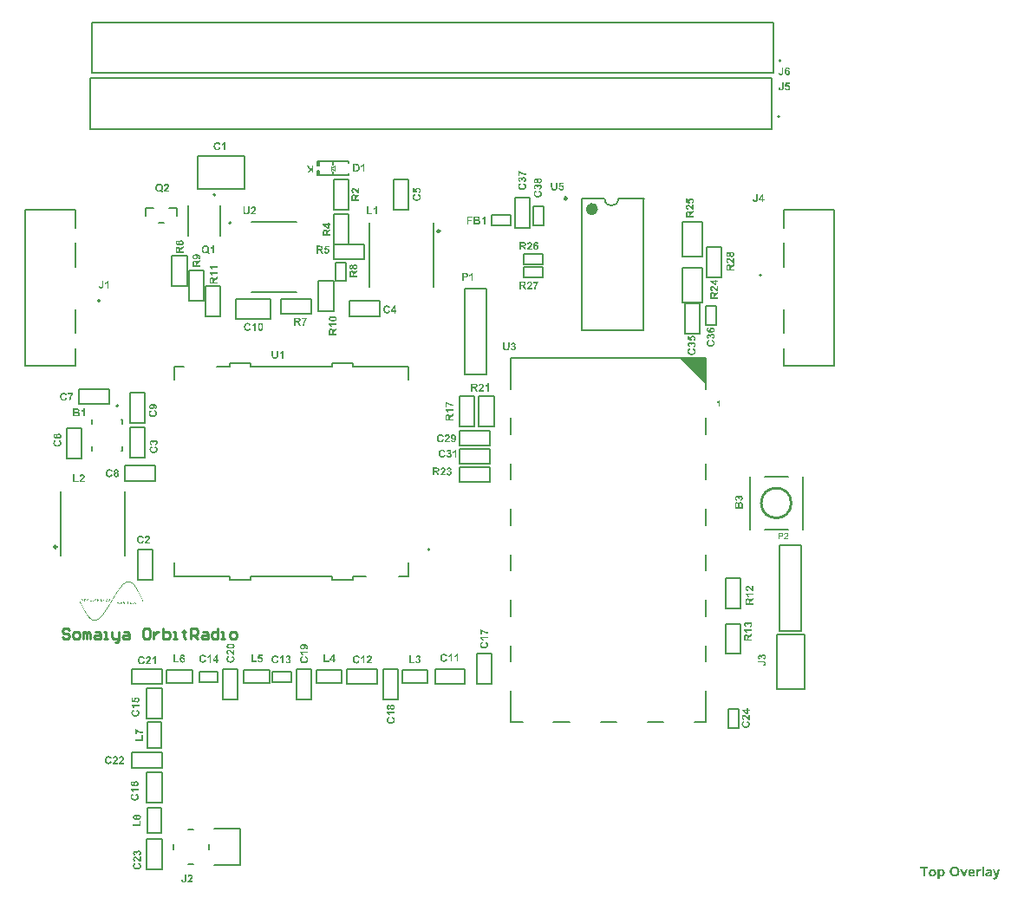
<source format=gbr>
%TF.GenerationSoftware,Altium Limited,Altium Designer,25.8.1 (18)*%
G04 Layer_Color=65535*
%FSLAX45Y45*%
%MOMM*%
%TF.SameCoordinates,E40C52F6-B12D-486C-AAC2-1DB2447C0C70*%
%TF.FilePolarity,Positive*%
%TF.FileFunction,Legend,Top*%
%TF.Part,Single*%
G01*
G75*
%TA.AperFunction,NonConductor*%
%ADD58C,0.20000*%
%ADD59C,0.25000*%
%ADD60C,0.25400*%
%ADD61C,0.60000*%
%ADD62C,0.15000*%
%ADD63C,0.12700*%
%ADD64C,0.10000*%
G36*
X7021900Y5399800D02*
X6767900Y5653800D01*
Y5654596D01*
X6768509Y5656066D01*
X6769634Y5657191D01*
X6771105Y5657800D01*
X7021900D01*
Y5399800D01*
D02*
G37*
G36*
X963187Y3298260D02*
X962353D01*
Y3297426D01*
X950687D01*
Y3300759D01*
X963187D01*
Y3298260D01*
D02*
G37*
G36*
X1202353Y3300759D02*
X1204020D01*
Y3299926D01*
X1205687D01*
Y3299093D01*
X1206520D01*
Y3297426D01*
X1205687D01*
Y3296593D01*
X1204854D01*
Y3295759D01*
X1204020D01*
Y3296593D01*
X1203187D01*
Y3297426D01*
X1202353D01*
Y3298260D01*
X1199854D01*
Y3299093D01*
X1197353D01*
Y3298260D01*
X1194854D01*
Y3297426D01*
X1194020D01*
Y3294093D01*
X1195687D01*
Y3293260D01*
X1198187D01*
Y3292426D01*
X1202353D01*
Y3291593D01*
X1204854D01*
Y3290759D01*
X1205687D01*
Y3289926D01*
X1206520D01*
Y3289093D01*
X1207353D01*
Y3284926D01*
X1206520D01*
Y3283260D01*
X1205687D01*
Y3282426D01*
X1204020D01*
Y3281593D01*
X1202353D01*
Y3280760D01*
X1194854D01*
Y3281593D01*
X1192353D01*
Y3282426D01*
X1191520D01*
Y3283260D01*
X1190687D01*
Y3284093D01*
X1189854D01*
Y3285759D01*
X1190687D01*
Y3286593D01*
X1192353D01*
Y3285759D01*
X1193187D01*
Y3284926D01*
X1194854D01*
Y3284093D01*
X1196520D01*
Y3283260D01*
X1200687D01*
Y3284093D01*
X1202353D01*
Y3284926D01*
X1204020D01*
Y3287426D01*
X1203187D01*
Y3288260D01*
X1202353D01*
Y3289093D01*
X1199020D01*
Y3289926D01*
X1194854D01*
Y3290759D01*
X1193187D01*
Y3291593D01*
X1192353D01*
Y3292426D01*
X1191520D01*
Y3293260D01*
X1190687D01*
Y3295759D01*
Y3296593D01*
Y3298260D01*
X1191520D01*
Y3299093D01*
X1192353D01*
Y3299926D01*
X1193187D01*
Y3300759D01*
X1195687D01*
Y3301593D01*
X1202353D01*
Y3300759D01*
D02*
G37*
G36*
X963187Y3289926D02*
X962353D01*
Y3289093D01*
X950687D01*
Y3292426D01*
X963187D01*
Y3289926D01*
D02*
G37*
G36*
X994853Y3298260D02*
X994020D01*
Y3296593D01*
X993187D01*
Y3294093D01*
X992354D01*
Y3291593D01*
X991520D01*
Y3289926D01*
X990687D01*
Y3287426D01*
X989853D01*
Y3284926D01*
X989020D01*
Y3282426D01*
X988187D01*
Y3280760D01*
X985687D01*
Y3282426D01*
X984854D01*
Y3284093D01*
X984020D01*
Y3285759D01*
X983187D01*
Y3288260D01*
X982354D01*
Y3289093D01*
Y3289926D01*
X981520D01*
Y3291593D01*
X980687D01*
Y3293260D01*
X979854D01*
Y3291593D01*
X979020D01*
Y3289926D01*
X978187D01*
Y3287426D01*
X977354D01*
Y3285759D01*
X976520D01*
Y3284093D01*
X975687D01*
Y3281593D01*
X974854D01*
Y3280760D01*
X972354D01*
Y3283260D01*
X971520D01*
Y3284926D01*
X970687D01*
Y3287426D01*
X969854D01*
Y3289926D01*
X969020D01*
Y3292426D01*
X968187D01*
Y3294926D01*
X967354D01*
Y3297426D01*
X966520D01*
Y3299926D01*
X965687D01*
Y3301593D01*
X969020D01*
Y3299926D01*
X969854D01*
Y3297426D01*
X970687D01*
Y3294926D01*
X971520D01*
Y3292426D01*
X972354D01*
Y3289926D01*
X973187D01*
Y3287426D01*
X974854D01*
Y3289093D01*
X975687D01*
Y3290759D01*
X976520D01*
Y3293260D01*
X977354D01*
Y3294926D01*
X978187D01*
Y3297426D01*
X982354D01*
Y3295759D01*
X983187D01*
Y3293260D01*
X984020D01*
Y3291593D01*
X984854D01*
Y3289093D01*
X985687D01*
Y3287426D01*
X986520D01*
Y3286593D01*
X987354D01*
Y3289093D01*
X988187D01*
Y3291593D01*
X989020D01*
Y3294093D01*
X989853D01*
Y3296593D01*
X990687D01*
Y3298260D01*
X991520D01*
Y3300759D01*
X992354D01*
Y3301593D01*
X994853D01*
Y3298260D01*
D02*
G37*
G36*
X948187Y3280760D02*
X944854D01*
Y3281593D01*
X944020D01*
Y3282426D01*
X943187D01*
Y3283260D01*
X942353D01*
Y3284093D01*
X941520D01*
Y3284926D01*
X940687D01*
Y3285759D01*
X939854D01*
Y3286593D01*
X939020D01*
Y3287426D01*
X938187D01*
Y3289093D01*
X937353D01*
Y3289926D01*
X936520D01*
Y3290759D01*
X935687D01*
Y3291593D01*
X934854D01*
Y3292426D01*
X934020D01*
Y3293260D01*
X933187D01*
Y3294093D01*
X932353D01*
Y3294926D01*
X931520D01*
Y3295759D01*
X930687D01*
Y3280760D01*
X928187D01*
Y3301593D01*
X930687D01*
Y3300759D01*
X931520D01*
Y3299926D01*
X932353D01*
Y3299093D01*
X933187D01*
Y3298260D01*
X934020D01*
Y3297426D01*
X934854D01*
Y3296593D01*
X935687D01*
Y3295759D01*
X936520D01*
Y3294093D01*
X937353D01*
Y3293260D01*
X938187D01*
Y3292426D01*
X939020D01*
Y3291593D01*
X939854D01*
Y3290759D01*
X940687D01*
Y3289926D01*
X941520D01*
Y3289093D01*
X942353D01*
Y3288260D01*
X943187D01*
Y3286593D01*
X944020D01*
Y3285759D01*
X944854D01*
Y3293260D01*
Y3294093D01*
Y3301593D01*
X948187D01*
Y3280760D01*
D02*
G37*
G36*
X1178187Y3300759D02*
X1180687D01*
Y3299926D01*
X1181520D01*
Y3299093D01*
X1182353D01*
Y3297426D01*
X1183187D01*
Y3294926D01*
X1182353D01*
Y3293260D01*
X1181520D01*
Y3292426D01*
X1180687D01*
Y3291593D01*
X1181520D01*
Y3290759D01*
X1182353D01*
Y3289926D01*
X1183187D01*
Y3289093D01*
X1184020D01*
Y3284093D01*
X1183187D01*
Y3283260D01*
X1182353D01*
Y3282426D01*
X1181520D01*
Y3281593D01*
X1179020D01*
Y3280760D01*
X1166520D01*
Y3281593D01*
X1165687D01*
Y3289093D01*
Y3289926D01*
Y3300759D01*
X1166520D01*
Y3301593D01*
X1178187D01*
Y3300759D01*
D02*
G37*
G36*
X1150687D02*
X1151520D01*
Y3299093D01*
X1152354D01*
Y3297426D01*
X1153187D01*
Y3294926D01*
X1154020D01*
Y3293260D01*
X1154854D01*
Y3291593D01*
X1155687D01*
Y3289093D01*
X1156520D01*
Y3287426D01*
X1157354D01*
Y3285759D01*
X1158187D01*
Y3284093D01*
X1159020D01*
Y3281593D01*
X1159854D01*
Y3280760D01*
X1156520D01*
Y3282426D01*
X1155687D01*
Y3284093D01*
X1154854D01*
Y3285759D01*
X1144020D01*
Y3284926D01*
X1143187D01*
Y3283260D01*
X1142354D01*
Y3281593D01*
X1141520D01*
Y3280760D01*
X1139020D01*
Y3283260D01*
X1139853D01*
Y3284926D01*
X1140687D01*
Y3286593D01*
X1141520D01*
Y3289093D01*
X1142354D01*
Y3290759D01*
X1143187D01*
Y3292426D01*
X1144020D01*
Y3294926D01*
X1144853D01*
Y3296593D01*
X1145687D01*
Y3298260D01*
X1146520D01*
Y3299926D01*
X1147354D01*
Y3301593D01*
X1150687D01*
Y3300759D01*
D02*
G37*
G36*
X1121520Y3284093D02*
X1133187D01*
Y3283260D01*
Y3282426D01*
Y3280760D01*
X1119020D01*
Y3281593D01*
X1118187D01*
Y3300759D01*
X1119020D01*
Y3301593D01*
X1121520D01*
Y3284093D01*
D02*
G37*
G36*
X1094854Y3300759D02*
X1097354D01*
Y3299926D01*
X1098187D01*
Y3299093D01*
X1099020D01*
Y3297426D01*
X1099854D01*
Y3292426D01*
X1099020D01*
Y3290759D01*
X1098187D01*
Y3289926D01*
X1096520D01*
Y3289093D01*
X1094020D01*
Y3288260D01*
X1086520D01*
Y3280760D01*
X1083187D01*
Y3295759D01*
Y3296593D01*
Y3301593D01*
X1094854D01*
Y3300759D01*
D02*
G37*
G36*
X1068187Y3299926D02*
X1069020D01*
Y3298260D01*
X1069854D01*
Y3296593D01*
X1070687D01*
Y3294926D01*
X1071520D01*
Y3292426D01*
X1072353D01*
Y3290759D01*
X1073187D01*
Y3289093D01*
X1074020D01*
Y3286593D01*
X1074854D01*
Y3284926D01*
X1075687D01*
Y3283260D01*
X1076520D01*
Y3280760D01*
X1074020D01*
Y3281593D01*
X1073187D01*
Y3283260D01*
X1072353D01*
Y3284926D01*
X1071520D01*
Y3285759D01*
X1060687D01*
Y3284093D01*
X1059854D01*
Y3282426D01*
X1059020D01*
Y3280760D01*
X1055687D01*
Y3281593D01*
X1056520D01*
Y3284093D01*
X1057353D01*
Y3285759D01*
X1058187D01*
Y3287426D01*
X1059020D01*
Y3289093D01*
X1059854D01*
Y3291593D01*
X1060687D01*
Y3293260D01*
X1061520D01*
Y3294926D01*
X1062353D01*
Y3297426D01*
X1063187D01*
Y3299093D01*
X1064020D01*
Y3300759D01*
X1064854D01*
Y3301593D01*
X1068187D01*
Y3299926D01*
D02*
G37*
G36*
X1049854Y3298260D02*
X1038187D01*
Y3293260D01*
X1048187D01*
Y3289926D01*
X1038187D01*
Y3284093D01*
X1049854D01*
Y3280760D01*
X1034854D01*
Y3284926D01*
Y3285759D01*
Y3301593D01*
X1049854D01*
Y3298260D01*
D02*
G37*
G36*
X1015687Y3300759D02*
X1016520D01*
Y3284093D01*
X1028187D01*
Y3283260D01*
Y3282426D01*
Y3280760D01*
X1013187D01*
Y3301593D01*
X1015687D01*
Y3300759D01*
D02*
G37*
G36*
X963187Y3281593D02*
X962353D01*
Y3280760D01*
X950687D01*
Y3284093D01*
X963187D01*
Y3281593D01*
D02*
G37*
G36*
X1396520Y3473260D02*
X1400687D01*
Y3472426D01*
X1403187D01*
Y3471593D01*
X1405687D01*
Y3470760D01*
X1407354D01*
Y3469926D01*
X1409854D01*
Y3469093D01*
X1411520D01*
Y3468260D01*
X1413187D01*
Y3467426D01*
X1414020D01*
Y3466593D01*
X1415687D01*
Y3465760D01*
X1417354D01*
Y3464926D01*
X1418187D01*
Y3464093D01*
X1419854D01*
Y3463260D01*
X1420687D01*
Y3462426D01*
X1422354D01*
Y3461593D01*
X1423187D01*
Y3460760D01*
X1424020D01*
Y3459926D01*
X1425687D01*
Y3459093D01*
X1426520D01*
Y3458260D01*
X1427354D01*
Y3457426D01*
X1428187D01*
Y3456593D01*
X1429020D01*
Y3455760D01*
X1429854D01*
Y3454926D01*
X1430687D01*
Y3454093D01*
X1431520D01*
Y3453260D01*
X1433187D01*
Y3452426D01*
X1434020D01*
Y3451593D01*
X1434854D01*
Y3450759D01*
X1435687D01*
Y3449926D01*
X1436520D01*
Y3448260D01*
X1437353D01*
Y3447426D01*
X1438187D01*
Y3446593D01*
X1439020D01*
Y3445759D01*
X1439854D01*
Y3444926D01*
X1440687D01*
Y3444093D01*
X1441520D01*
Y3443260D01*
X1442353D01*
Y3442426D01*
X1443187D01*
Y3441593D01*
X1444020D01*
Y3439926D01*
X1444854D01*
Y3439093D01*
X1445687D01*
Y3438260D01*
X1446520D01*
Y3437426D01*
X1447353D01*
Y3435759D01*
X1448187D01*
Y3434926D01*
X1449020D01*
Y3434093D01*
X1449854D01*
Y3433260D01*
X1450687D01*
Y3431593D01*
X1451520D01*
Y3430759D01*
X1452353D01*
Y3429926D01*
X1453187D01*
Y3428260D01*
X1454020D01*
Y3427426D01*
X1454854D01*
Y3426593D01*
X1455687D01*
Y3424926D01*
X1456520D01*
Y3424093D01*
X1457353D01*
Y3422426D01*
X1458187D01*
Y3421593D01*
X1459020D01*
Y3419926D01*
X1459854D01*
Y3419093D01*
X1460687D01*
Y3417426D01*
X1461520D01*
Y3416593D01*
X1462353D01*
Y3414926D01*
X1463187D01*
Y3414093D01*
X1464020D01*
Y3412426D01*
X1464854D01*
Y3411593D01*
X1465687D01*
Y3409926D01*
X1466520D01*
Y3408260D01*
X1467353D01*
Y3407426D01*
X1468187D01*
Y3405760D01*
X1469020D01*
Y3404926D01*
X1469854D01*
Y3403260D01*
X1470687D01*
Y3401593D01*
X1471520D01*
Y3400760D01*
X1472354D01*
Y3399093D01*
X1473187D01*
Y3397426D01*
X1474020D01*
Y3396593D01*
X1474854D01*
Y3394926D01*
X1475687D01*
Y3393260D01*
X1476520D01*
Y3391593D01*
X1477354D01*
Y3390760D01*
X1478187D01*
Y3389093D01*
X1479020D01*
Y3387426D01*
X1479854D01*
Y3385760D01*
X1480687D01*
Y3384926D01*
X1481520D01*
Y3383259D01*
X1482354D01*
Y3381593D01*
X1483187D01*
Y3379926D01*
X1484020D01*
Y3378259D01*
X1484854D01*
Y3376593D01*
X1485687D01*
Y3375760D01*
X1486520D01*
Y3374093D01*
X1487354D01*
Y3372426D01*
X1488187D01*
Y3370760D01*
X1489020D01*
Y3369093D01*
X1489854D01*
Y3367426D01*
X1490687D01*
Y3365760D01*
X1491520D01*
Y3364093D01*
X1492354D01*
Y3362426D01*
X1493187D01*
Y3360760D01*
X1494020D01*
Y3359926D01*
X1494854D01*
Y3358259D01*
X1495687D01*
Y3356593D01*
X1496520D01*
Y3354926D01*
X1497354D01*
Y3353259D01*
X1498187D01*
Y3351593D01*
X1499020D01*
Y3349926D01*
X1499853D01*
Y3348259D01*
X1500687D01*
Y3346593D01*
X1501520D01*
Y3344926D01*
X1502354D01*
Y3343260D01*
X1503187D01*
Y3341593D01*
X1504020D01*
Y3339926D01*
X1504853D01*
Y3338260D01*
X1505687D01*
Y3335760D01*
X1506520D01*
Y3334093D01*
X1507354D01*
Y3332426D01*
X1508187D01*
Y3330760D01*
X1509020D01*
Y3329093D01*
X1509853D01*
Y3327426D01*
X1510687D01*
Y3325760D01*
X1511520D01*
Y3324093D01*
X1512354D01*
Y3322426D01*
X1513187D01*
Y3320759D01*
X1514020D01*
Y3319093D01*
X1514853D01*
Y3316593D01*
X1515687D01*
Y3314926D01*
X1516520D01*
Y3313260D01*
X1517354D01*
Y3311593D01*
X1518187D01*
Y3309926D01*
X1519020D01*
Y3308260D01*
X1519853D01*
Y3306593D01*
X1520687D01*
Y3304093D01*
X1521520D01*
Y3302426D01*
X1522354D01*
Y3300759D01*
X1523187D01*
Y3299093D01*
X1524020D01*
Y3297426D01*
X1524853D01*
Y3295759D01*
X1525687D01*
Y3293260D01*
X1526520D01*
Y3291593D01*
X1527354D01*
Y3289926D01*
X1528187D01*
Y3288260D01*
X1529020D01*
Y3286593D01*
X1529853D01*
Y3284093D01*
X1530687D01*
Y3282426D01*
X1531520D01*
Y3280760D01*
X1532354D01*
Y3279093D01*
X1531520D01*
Y3277426D01*
X1530687D01*
Y3276593D01*
X1527354D01*
Y3277426D01*
X1525687D01*
Y3279093D01*
X1524853D01*
Y3280760D01*
X1524020D01*
Y3283260D01*
X1523187D01*
Y3284926D01*
X1522354D01*
Y3286593D01*
X1521520D01*
Y3289093D01*
X1520687D01*
Y3290759D01*
X1519853D01*
Y3292426D01*
X1519020D01*
Y3294093D01*
X1518187D01*
Y3295759D01*
X1517354D01*
Y3298260D01*
X1516520D01*
Y3299926D01*
X1515687D01*
Y3301593D01*
X1514853D01*
Y3303260D01*
X1514020D01*
Y3304926D01*
X1513187D01*
Y3306593D01*
X1512354D01*
Y3309093D01*
X1511520D01*
Y3310759D01*
X1510687D01*
Y3312426D01*
X1509853D01*
Y3314093D01*
X1509020D01*
Y3315759D01*
X1508187D01*
Y3317426D01*
X1507354D01*
Y3319093D01*
X1506520D01*
Y3320759D01*
X1505687D01*
Y3322426D01*
X1504853D01*
Y3324926D01*
X1504020D01*
Y3326593D01*
X1503187D01*
Y3328260D01*
X1502354D01*
Y3329926D01*
X1501520D01*
Y3331593D01*
X1500687D01*
Y3333260D01*
X1499853D01*
Y3334926D01*
X1499020D01*
Y3336593D01*
X1498187D01*
Y3338260D01*
X1497354D01*
Y3339926D01*
X1496520D01*
Y3341593D01*
X1495687D01*
Y3343260D01*
X1494854D01*
Y3344926D01*
X1494020D01*
Y3346593D01*
X1493187D01*
Y3348259D01*
X1492354D01*
Y3349926D01*
X1491520D01*
Y3351593D01*
X1490687D01*
Y3353259D01*
X1489854D01*
Y3354926D01*
X1489020D01*
Y3356593D01*
X1488187D01*
Y3358259D01*
X1487354D01*
Y3359926D01*
X1486520D01*
Y3361593D01*
X1485687D01*
Y3363259D01*
X1484854D01*
Y3364926D01*
X1484020D01*
Y3366593D01*
X1483187D01*
Y3367426D01*
X1482354D01*
Y3369093D01*
X1481520D01*
Y3370760D01*
X1480687D01*
Y3372426D01*
X1479854D01*
Y3374093D01*
X1479020D01*
Y3375760D01*
X1478187D01*
Y3377426D01*
X1477354D01*
Y3378259D01*
X1476520D01*
Y3379926D01*
X1475687D01*
Y3381593D01*
X1474854D01*
Y3383259D01*
X1474020D01*
Y3384093D01*
X1473187D01*
Y3385760D01*
X1472354D01*
Y3387426D01*
X1471520D01*
Y3389093D01*
X1470687D01*
Y3389926D01*
X1469854D01*
Y3391593D01*
X1469020D01*
Y3393260D01*
X1468187D01*
Y3394926D01*
X1467353D01*
Y3395760D01*
X1466520D01*
Y3397426D01*
X1465687D01*
Y3399093D01*
X1464854D01*
Y3399926D01*
X1464020D01*
Y3401593D01*
X1463187D01*
Y3402426D01*
X1462353D01*
Y3404093D01*
X1461520D01*
Y3405760D01*
X1460687D01*
Y3406593D01*
X1459854D01*
Y3408260D01*
X1459020D01*
Y3409093D01*
X1458187D01*
Y3410759D01*
X1457353D01*
Y3411593D01*
X1456520D01*
Y3413260D01*
X1455687D01*
Y3414093D01*
X1454854D01*
Y3415759D01*
X1454020D01*
Y3416593D01*
X1453187D01*
Y3418260D01*
X1452353D01*
Y3419093D01*
X1451520D01*
Y3420759D01*
X1450687D01*
Y3421593D01*
X1449854D01*
Y3423260D01*
X1449020D01*
Y3424093D01*
X1448187D01*
Y3424926D01*
X1447353D01*
Y3426593D01*
X1446520D01*
Y3427426D01*
X1445687D01*
Y3428260D01*
X1444854D01*
Y3429926D01*
X1444020D01*
Y3430759D01*
X1443187D01*
Y3431593D01*
X1442353D01*
Y3432426D01*
X1441520D01*
Y3434093D01*
X1440687D01*
Y3434926D01*
X1439854D01*
Y3435759D01*
X1439020D01*
Y3436593D01*
X1438187D01*
Y3437426D01*
X1437353D01*
Y3439093D01*
X1436520D01*
Y3439926D01*
X1435687D01*
Y3440759D01*
X1434854D01*
Y3441593D01*
X1434020D01*
Y3442426D01*
X1433187D01*
Y3443260D01*
X1432353D01*
Y3444093D01*
X1431520D01*
Y3444926D01*
X1430687D01*
Y3445759D01*
X1429854D01*
Y3446593D01*
X1429020D01*
Y3447426D01*
X1428187D01*
Y3448260D01*
X1427354D01*
Y3449093D01*
X1426520D01*
Y3449926D01*
X1425687D01*
Y3450759D01*
X1424854D01*
Y3451593D01*
X1424020D01*
Y3452426D01*
X1423187D01*
Y3453260D01*
X1421520D01*
Y3454093D01*
X1420687D01*
Y3454926D01*
X1419854D01*
Y3455760D01*
X1419020D01*
Y3456593D01*
X1417354D01*
Y3457426D01*
X1416520D01*
Y3458260D01*
X1414854D01*
Y3459093D01*
X1414020D01*
Y3459926D01*
X1412354D01*
Y3460760D01*
X1411520D01*
Y3461593D01*
X1409854D01*
Y3462426D01*
X1408187D01*
Y3463260D01*
X1406520D01*
Y3464093D01*
X1404020D01*
Y3464926D01*
X1402354D01*
Y3465760D01*
X1399853D01*
Y3466593D01*
X1395687D01*
Y3467426D01*
X1380687D01*
Y3466593D01*
X1376520D01*
Y3465760D01*
X1374020D01*
Y3464926D01*
X1371520D01*
Y3464093D01*
X1369853D01*
Y3463260D01*
X1368187D01*
Y3462426D01*
X1365687D01*
Y3461593D01*
X1364020D01*
Y3460760D01*
X1363187D01*
Y3459926D01*
X1361520D01*
Y3459093D01*
X1359854D01*
Y3458260D01*
X1359020D01*
Y3457426D01*
X1357354D01*
Y3456593D01*
X1355687D01*
Y3455760D01*
X1354854D01*
Y3454926D01*
X1354020D01*
Y3454093D01*
X1352354D01*
Y3453260D01*
X1351520D01*
Y3452426D01*
X1350687D01*
Y3451593D01*
X1349020D01*
Y3450759D01*
X1348187D01*
Y3449926D01*
X1347354D01*
Y3449093D01*
X1346520D01*
Y3448260D01*
X1345687D01*
Y3447426D01*
X1344854D01*
Y3446593D01*
X1343187D01*
Y3445759D01*
X1342353D01*
Y3444926D01*
X1341520D01*
Y3444093D01*
X1340687D01*
Y3443260D01*
X1339854D01*
Y3442426D01*
X1339020D01*
Y3441593D01*
X1338187D01*
Y3440759D01*
X1337353D01*
Y3439926D01*
X1336520D01*
Y3439093D01*
X1335687D01*
Y3438260D01*
X1334854D01*
Y3437426D01*
X1334020D01*
Y3436593D01*
X1333187D01*
Y3435759D01*
X1332353D01*
Y3434926D01*
X1331520D01*
Y3434093D01*
X1330687D01*
Y3433260D01*
X1329854D01*
Y3432426D01*
X1329020D01*
Y3431593D01*
X1328187D01*
Y3429926D01*
X1327353D01*
Y3429093D01*
X1326520D01*
Y3428260D01*
X1325687D01*
Y3427426D01*
X1324854D01*
Y3426593D01*
X1324020D01*
Y3425759D01*
X1323187D01*
Y3424926D01*
X1322353D01*
Y3423260D01*
X1321520D01*
Y3422426D01*
X1320687D01*
Y3421593D01*
X1319854D01*
Y3420759D01*
X1319020D01*
Y3419926D01*
X1318187D01*
Y3419093D01*
X1317353D01*
Y3417426D01*
X1316520D01*
Y3416593D01*
X1315687D01*
Y3415759D01*
X1314854D01*
Y3414926D01*
X1314020D01*
Y3413260D01*
X1313187D01*
Y3412426D01*
X1312353D01*
Y3411593D01*
X1311520D01*
Y3409926D01*
X1310687D01*
Y3409093D01*
X1309854D01*
Y3408260D01*
X1309020D01*
Y3407426D01*
X1308187D01*
Y3405760D01*
X1307353D01*
Y3404926D01*
X1306520D01*
Y3404093D01*
X1305687D01*
Y3402426D01*
X1304854D01*
Y3401593D01*
X1304020D01*
Y3400760D01*
X1303187D01*
Y3399093D01*
X1302354D01*
Y3398260D01*
X1301520D01*
Y3397426D01*
X1300687D01*
Y3395760D01*
X1299854D01*
Y3394926D01*
X1299020D01*
Y3393260D01*
X1298187D01*
Y3392426D01*
X1297354D01*
Y3391593D01*
X1296520D01*
Y3389926D01*
X1295687D01*
Y3389093D01*
X1294854D01*
Y3387426D01*
X1294020D01*
Y3386593D01*
X1293187D01*
Y3384926D01*
X1292354D01*
Y3384093D01*
X1291520D01*
Y3383259D01*
X1290687D01*
Y3381593D01*
X1289854D01*
Y3380760D01*
X1289020D01*
Y3379093D01*
X1288187D01*
Y3378259D01*
X1287354D01*
Y3376593D01*
X1286520D01*
Y3375760D01*
X1285687D01*
Y3374093D01*
X1284854D01*
Y3373259D01*
X1284020D01*
Y3371593D01*
X1283187D01*
Y3370760D01*
X1282354D01*
Y3369093D01*
X1281520D01*
Y3368259D01*
X1280687D01*
Y3366593D01*
X1279853D01*
Y3365760D01*
X1279020D01*
Y3364093D01*
X1278187D01*
Y3363259D01*
X1277354D01*
Y3361593D01*
X1276520D01*
Y3360760D01*
X1275687D01*
Y3359093D01*
X1274853D01*
Y3358259D01*
X1274020D01*
Y3356593D01*
X1273187D01*
Y3355760D01*
X1272354D01*
Y3354093D01*
X1271520D01*
Y3352426D01*
X1270687D01*
Y3351593D01*
X1269853D01*
Y3349926D01*
X1269020D01*
Y3349093D01*
X1268187D01*
Y3347426D01*
X1267354D01*
Y3346593D01*
X1266520D01*
Y3344926D01*
X1265687D01*
Y3343260D01*
X1264853D01*
Y3342426D01*
X1264020D01*
Y3340760D01*
X1263187D01*
Y3339926D01*
X1262354D01*
Y3338260D01*
X1261520D01*
Y3336593D01*
X1260687D01*
Y3335760D01*
X1259853D01*
Y3334093D01*
X1259020D01*
Y3333260D01*
X1258187D01*
Y3331593D01*
X1257354D01*
Y3329926D01*
X1256520D01*
Y3329093D01*
X1255687D01*
Y3327426D01*
X1254853D01*
Y3325760D01*
X1254020D01*
Y3324926D01*
X1253187D01*
Y3323260D01*
X1252354D01*
Y3322426D01*
X1251520D01*
Y3320759D01*
X1250687D01*
Y3319093D01*
X1249853D01*
Y3318260D01*
X1249020D01*
Y3316593D01*
X1248187D01*
Y3314926D01*
X1247354D01*
Y3314093D01*
X1246520D01*
Y3312426D01*
X1245687D01*
Y3310759D01*
X1244853D01*
Y3309926D01*
X1244020D01*
Y3308260D01*
X1243187D01*
Y3306593D01*
X1242354D01*
Y3305759D01*
X1241520D01*
Y3304093D01*
X1240687D01*
Y3302426D01*
X1239854D01*
Y3301593D01*
X1239020D01*
Y3299926D01*
X1238187D01*
Y3298260D01*
X1237354D01*
Y3297426D01*
X1236520D01*
Y3295759D01*
X1235687D01*
Y3294093D01*
X1234854D01*
Y3293260D01*
X1234020D01*
Y3291593D01*
X1233187D01*
Y3289926D01*
X1232354D01*
Y3289093D01*
X1231520D01*
Y3287426D01*
X1230687D01*
Y3285759D01*
X1229854D01*
Y3284093D01*
X1229020D01*
Y3283260D01*
X1228187D01*
Y3281593D01*
X1227354D01*
Y3279926D01*
X1226520D01*
Y3278260D01*
X1225687D01*
Y3276593D01*
X1224854D01*
Y3275760D01*
X1224020D01*
Y3274093D01*
X1223187D01*
Y3273260D01*
X1222354D01*
Y3272426D01*
X1221520D01*
Y3270760D01*
X1220687D01*
Y3269926D01*
X1219854D01*
Y3268260D01*
X1219020D01*
Y3266593D01*
X1218187D01*
Y3265760D01*
X1217353D01*
Y3264093D01*
X1216520D01*
Y3262426D01*
X1215687D01*
Y3261593D01*
X1214854D01*
Y3259926D01*
X1214020D01*
Y3258259D01*
X1213187D01*
Y3257426D01*
X1212353D01*
Y3255760D01*
X1211520D01*
Y3254093D01*
X1210687D01*
Y3253259D01*
X1209854D01*
Y3251593D01*
X1209020D01*
Y3250760D01*
X1208187D01*
Y3249093D01*
X1207353D01*
Y3247426D01*
X1206520D01*
Y3246593D01*
X1205687D01*
Y3244926D01*
X1204854D01*
Y3243259D01*
X1204020D01*
Y3242426D01*
X1203187D01*
Y3240760D01*
X1202353D01*
Y3239093D01*
X1201520D01*
Y3238259D01*
X1200687D01*
Y3236593D01*
X1199854D01*
Y3235760D01*
X1199020D01*
Y3234093D01*
X1198187D01*
Y3232426D01*
X1197353D01*
Y3231593D01*
X1196520D01*
Y3229926D01*
X1195687D01*
Y3229093D01*
X1194854D01*
Y3227426D01*
X1194020D01*
Y3225760D01*
X1193187D01*
Y3224926D01*
X1192353D01*
Y3223259D01*
X1191520D01*
Y3222426D01*
X1190687D01*
Y3220760D01*
X1189854D01*
Y3219926D01*
X1189020D01*
Y3218260D01*
X1188187D01*
Y3216593D01*
X1187353D01*
Y3215760D01*
X1186520D01*
Y3214093D01*
X1185687D01*
Y3213260D01*
X1184854D01*
Y3211593D01*
X1184020D01*
Y3210760D01*
X1183187D01*
Y3209093D01*
X1182353D01*
Y3207426D01*
X1181520D01*
Y3206593D01*
X1180687D01*
Y3204926D01*
X1179854D01*
Y3204093D01*
X1179020D01*
Y3202426D01*
X1178187D01*
Y3201593D01*
X1177353D01*
Y3199926D01*
X1176520D01*
Y3199093D01*
X1175687D01*
Y3197426D01*
X1174854D01*
Y3196593D01*
X1174020D01*
Y3194926D01*
X1173187D01*
Y3194093D01*
X1172354D01*
Y3192426D01*
X1171520D01*
Y3191593D01*
X1170687D01*
Y3189926D01*
X1169854D01*
Y3189093D01*
X1169020D01*
Y3187426D01*
X1168187D01*
Y3186593D01*
X1167354D01*
Y3184926D01*
X1166520D01*
Y3184093D01*
X1165687D01*
Y3182426D01*
X1164854D01*
Y3181593D01*
X1164020D01*
Y3180759D01*
X1163187D01*
Y3179093D01*
X1162354D01*
Y3178260D01*
X1161520D01*
Y3176593D01*
X1160687D01*
Y3175759D01*
X1159854D01*
Y3174093D01*
X1159020D01*
Y3173260D01*
X1158187D01*
Y3172426D01*
X1157354D01*
Y3170759D01*
X1156520D01*
Y3169926D01*
X1155687D01*
Y3168260D01*
X1154854D01*
Y3167426D01*
X1154020D01*
Y3166593D01*
X1153187D01*
Y3164926D01*
X1152354D01*
Y3164093D01*
X1151520D01*
Y3163260D01*
X1150687D01*
Y3161593D01*
X1149853D01*
Y3160759D01*
X1149020D01*
Y3159093D01*
X1148187D01*
Y3158260D01*
X1147354D01*
Y3157426D01*
X1146520D01*
Y3156593D01*
X1145687D01*
Y3154926D01*
X1144853D01*
Y3154093D01*
X1144020D01*
Y3153260D01*
X1143187D01*
Y3151593D01*
X1142354D01*
Y3150760D01*
X1141520D01*
Y3149926D01*
X1140687D01*
Y3148260D01*
X1139853D01*
Y3147426D01*
X1139020D01*
Y3146593D01*
X1138187D01*
Y3145760D01*
X1137354D01*
Y3144093D01*
X1136520D01*
Y3143260D01*
X1135687D01*
Y3142426D01*
X1134853D01*
Y3141593D01*
X1134020D01*
Y3140760D01*
X1133187D01*
Y3139093D01*
X1132354D01*
Y3138260D01*
X1131520D01*
Y3137426D01*
X1130687D01*
Y3136593D01*
X1129853D01*
Y3135760D01*
X1129020D01*
Y3134926D01*
X1128187D01*
Y3133259D01*
X1127354D01*
Y3132426D01*
X1126520D01*
Y3131593D01*
X1125687D01*
Y3130760D01*
X1124853D01*
Y3129926D01*
X1124020D01*
Y3129093D01*
X1123187D01*
Y3128259D01*
X1122354D01*
Y3127426D01*
X1121520D01*
Y3126593D01*
X1120687D01*
Y3124926D01*
X1119853D01*
Y3124093D01*
X1119020D01*
Y3123259D01*
X1118187D01*
Y3122426D01*
X1117354D01*
Y3121593D01*
X1116520D01*
Y3120760D01*
X1115687D01*
Y3119926D01*
X1114853D01*
Y3119093D01*
X1114020D01*
Y3118259D01*
X1113187D01*
Y3117426D01*
X1112354D01*
Y3116593D01*
X1110687D01*
Y3115760D01*
X1109854D01*
Y3114926D01*
X1109020D01*
Y3114093D01*
X1108187D01*
Y3113259D01*
X1107354D01*
Y3112426D01*
X1106520D01*
Y3111593D01*
X1105687D01*
Y3110760D01*
X1104854D01*
Y3109926D01*
X1103187D01*
Y3109093D01*
X1102354D01*
Y3108259D01*
X1101520D01*
Y3107426D01*
X1100687D01*
Y3106593D01*
X1099020D01*
Y3105760D01*
X1098187D01*
Y3104926D01*
X1097354D01*
Y3104093D01*
X1095687D01*
Y3103259D01*
X1094854D01*
Y3102426D01*
X1093187D01*
Y3101593D01*
X1092354D01*
Y3100760D01*
X1090687D01*
Y3099926D01*
X1089854D01*
Y3099093D01*
X1088187D01*
Y3098259D01*
X1087353D01*
Y3097426D01*
X1085687D01*
Y3096593D01*
X1084020D01*
Y3095760D01*
X1082353D01*
Y3094926D01*
X1080687D01*
Y3094093D01*
X1078187D01*
Y3093259D01*
X1076520D01*
Y3092426D01*
X1074020D01*
Y3091593D01*
X1071520D01*
Y3090760D01*
X1068187D01*
Y3089926D01*
X1064020D01*
Y3089093D01*
X1049020D01*
Y3089926D01*
X1044854D01*
Y3090760D01*
X1041520D01*
Y3091593D01*
X1039020D01*
Y3092426D01*
X1036520D01*
Y3093259D01*
X1034854D01*
Y3094093D01*
X1033187D01*
Y3094926D01*
X1031520D01*
Y3095760D01*
X1029854D01*
Y3096593D01*
X1028187D01*
Y3097426D01*
X1026520D01*
Y3098259D01*
X1025687D01*
Y3099093D01*
X1024020D01*
Y3099926D01*
X1023187D01*
Y3100760D01*
X1021520D01*
Y3101593D01*
X1020687D01*
Y3102426D01*
X1019853D01*
Y3103259D01*
X1018187D01*
Y3104093D01*
X1017354D01*
Y3104926D01*
X1016520D01*
Y3105760D01*
X1015687D01*
Y3106593D01*
X1014020D01*
Y3107426D01*
X1013187D01*
Y3108259D01*
X1012354D01*
Y3109093D01*
X1011520D01*
Y3109926D01*
X1010687D01*
Y3110760D01*
X1009853D01*
Y3111593D01*
X1009020D01*
Y3112426D01*
X1008187D01*
Y3113259D01*
X1007354D01*
Y3114093D01*
X1006520D01*
Y3114926D01*
X1005687D01*
Y3115760D01*
X1004853D01*
Y3116593D01*
X1004020D01*
Y3117426D01*
X1003187D01*
Y3118259D01*
X1002354D01*
Y3119093D01*
X1001520D01*
Y3119926D01*
X1000687D01*
Y3120760D01*
X999853D01*
Y3121593D01*
X999020D01*
Y3123259D01*
X998187D01*
Y3124093D01*
X997354D01*
Y3124926D01*
X996520D01*
Y3125760D01*
X995687D01*
Y3126593D01*
X994853D01*
Y3128259D01*
X994020D01*
Y3129093D01*
X993187D01*
Y3129926D01*
X992354D01*
Y3130760D01*
X991520D01*
Y3132426D01*
X990687D01*
Y3133259D01*
X989853D01*
Y3134093D01*
X989020D01*
Y3135760D01*
X988187D01*
Y3136593D01*
X987354D01*
Y3137426D01*
X986520D01*
Y3139093D01*
X985687D01*
Y3139926D01*
X984854D01*
Y3141593D01*
X984020D01*
Y3142426D01*
X983187D01*
Y3143260D01*
X982354D01*
Y3144926D01*
X981520D01*
Y3145760D01*
X980687D01*
Y3147426D01*
X979854D01*
Y3148260D01*
X979020D01*
Y3149926D01*
X978187D01*
Y3150760D01*
X977354D01*
Y3152426D01*
X976520D01*
Y3153260D01*
X975687D01*
Y3154926D01*
X974854D01*
Y3155760D01*
X974020D01*
Y3157426D01*
X973187D01*
Y3158260D01*
X972354D01*
Y3159926D01*
X971520D01*
Y3161593D01*
X970687D01*
Y3162426D01*
X969854D01*
Y3164093D01*
X969020D01*
Y3164926D01*
X968187D01*
Y3166593D01*
X967354D01*
Y3168260D01*
X966520D01*
Y3169093D01*
X965687D01*
Y3170759D01*
X964854D01*
Y3172426D01*
X964020D01*
Y3173260D01*
X963187D01*
Y3174926D01*
X962353D01*
Y3176593D01*
X961520D01*
Y3177426D01*
X960687D01*
Y3179093D01*
X959854D01*
Y3180759D01*
X959020D01*
Y3182426D01*
X958187D01*
Y3183260D01*
X957353D01*
Y3184926D01*
X956520D01*
Y3186593D01*
X955687D01*
Y3188260D01*
X954854D01*
Y3189093D01*
X954020D01*
Y3190759D01*
X953187D01*
Y3192426D01*
X952353D01*
Y3194093D01*
X951520D01*
Y3195759D01*
X950687D01*
Y3196593D01*
X949854D01*
Y3198260D01*
X949020D01*
Y3199926D01*
X948187D01*
Y3201593D01*
X947353D01*
Y3203260D01*
X946520D01*
Y3204926D01*
X945687D01*
Y3206593D01*
X944854D01*
Y3208260D01*
X944020D01*
Y3209093D01*
X943187D01*
Y3210760D01*
X942353D01*
Y3212426D01*
X941520D01*
Y3214093D01*
X940687D01*
Y3215760D01*
X939854D01*
Y3217426D01*
X939020D01*
Y3219093D01*
X938187D01*
Y3220760D01*
X937353D01*
Y3222426D01*
X936520D01*
Y3224093D01*
X935687D01*
Y3225760D01*
X934854D01*
Y3227426D01*
X934020D01*
Y3229093D01*
X933187D01*
Y3230760D01*
X932353D01*
Y3232426D01*
X931520D01*
Y3234093D01*
X930687D01*
Y3235760D01*
X929854D01*
Y3237426D01*
X929020D01*
Y3239093D01*
X928187D01*
Y3240760D01*
X927353D01*
Y3242426D01*
X926520D01*
Y3244093D01*
X925687D01*
Y3245760D01*
X924854D01*
Y3247426D01*
X924020D01*
Y3249093D01*
X923187D01*
Y3250760D01*
X922354D01*
Y3252426D01*
X921520D01*
Y3254093D01*
X920687D01*
Y3255760D01*
X919854D01*
Y3257426D01*
X919020D01*
Y3259093D01*
X918187D01*
Y3260760D01*
X917354D01*
Y3262426D01*
X916520D01*
Y3264093D01*
X915687D01*
Y3265760D01*
X914854D01*
Y3267426D01*
X914020D01*
Y3269926D01*
X913187D01*
Y3271593D01*
X912354D01*
Y3273260D01*
X911520D01*
Y3276593D01*
X913187D01*
Y3277426D01*
X916520D01*
Y3276593D01*
X972354D01*
Y3277426D01*
X1087353D01*
Y3278260D01*
X1094020D01*
Y3277426D01*
X1099854D01*
Y3278260D01*
X1153187D01*
Y3275760D01*
X1113187D01*
Y3274926D01*
X1024020D01*
Y3274093D01*
X934020D01*
Y3273260D01*
X919020D01*
Y3272426D01*
X919854D01*
Y3270760D01*
X920687D01*
Y3269093D01*
X921520D01*
Y3267426D01*
X922354D01*
Y3265760D01*
X923187D01*
Y3264093D01*
X924020D01*
Y3262426D01*
X924854D01*
Y3260760D01*
X925687D01*
Y3258259D01*
X926520D01*
Y3256593D01*
X927353D01*
Y3254926D01*
X928187D01*
Y3253259D01*
X929020D01*
Y3251593D01*
X929854D01*
Y3249926D01*
X930687D01*
Y3248259D01*
X931520D01*
Y3246593D01*
X932353D01*
Y3244926D01*
X933187D01*
Y3243259D01*
X934020D01*
Y3241593D01*
X934854D01*
Y3239926D01*
X935687D01*
Y3238259D01*
X936520D01*
Y3236593D01*
X937353D01*
Y3234926D01*
X938187D01*
Y3233259D01*
X939020D01*
Y3231593D01*
X939854D01*
Y3229926D01*
X940687D01*
Y3228259D01*
X941520D01*
Y3226593D01*
X942353D01*
Y3224926D01*
X943187D01*
Y3223259D01*
X944020D01*
Y3221593D01*
X944854D01*
Y3219926D01*
X945687D01*
Y3219093D01*
X946520D01*
Y3217426D01*
X947353D01*
Y3215760D01*
X948187D01*
Y3214093D01*
X949020D01*
Y3212426D01*
X949854D01*
Y3210760D01*
X950687D01*
Y3209093D01*
X951520D01*
Y3207426D01*
X952353D01*
Y3205760D01*
X953187D01*
Y3204926D01*
X954020D01*
Y3203260D01*
X954854D01*
Y3201593D01*
X955687D01*
Y3199926D01*
X956520D01*
Y3198260D01*
X957353D01*
Y3196593D01*
X958187D01*
Y3195759D01*
X959020D01*
Y3194093D01*
X959854D01*
Y3192426D01*
X960687D01*
Y3190759D01*
X961520D01*
Y3189093D01*
X962353D01*
Y3188260D01*
X963187D01*
Y3186593D01*
X964020D01*
Y3184926D01*
X964854D01*
Y3184093D01*
X965687D01*
Y3182426D01*
X966520D01*
Y3180759D01*
X967354D01*
Y3179093D01*
X968187D01*
Y3178260D01*
X969020D01*
Y3176593D01*
X969854D01*
Y3174926D01*
X970687D01*
Y3174093D01*
X971520D01*
Y3172426D01*
X972354D01*
Y3170759D01*
X973187D01*
Y3169926D01*
X974020D01*
Y3168260D01*
X974854D01*
Y3166593D01*
X975687D01*
Y3165759D01*
X976520D01*
Y3164093D01*
X977354D01*
Y3163260D01*
X978187D01*
Y3161593D01*
X979020D01*
Y3160759D01*
X979854D01*
Y3159093D01*
X980687D01*
Y3158260D01*
X981520D01*
Y3156593D01*
X982354D01*
Y3154926D01*
X983187D01*
Y3154093D01*
X984020D01*
Y3152426D01*
X984854D01*
Y3151593D01*
X985687D01*
Y3150760D01*
X986520D01*
Y3149093D01*
X987354D01*
Y3148260D01*
X988187D01*
Y3146593D01*
X989020D01*
Y3145760D01*
X989853D01*
Y3144093D01*
X990687D01*
Y3143260D01*
X991520D01*
Y3142426D01*
X992354D01*
Y3140760D01*
X993187D01*
Y3139926D01*
X994020D01*
Y3139093D01*
X994853D01*
Y3137426D01*
X995687D01*
Y3136593D01*
X996520D01*
Y3135760D01*
X997354D01*
Y3134093D01*
X998187D01*
Y3133259D01*
X999020D01*
Y3132426D01*
X999853D01*
Y3131593D01*
X1000687D01*
Y3130760D01*
X1001520D01*
Y3129093D01*
X1002354D01*
Y3128259D01*
X1003187D01*
Y3127426D01*
X1004020D01*
Y3126593D01*
X1004853D01*
Y3125760D01*
X1005687D01*
Y3124926D01*
X1006520D01*
Y3123259D01*
X1007354D01*
Y3122426D01*
X1008187D01*
Y3121593D01*
X1009020D01*
Y3120760D01*
X1009853D01*
Y3119926D01*
X1010687D01*
Y3119093D01*
X1011520D01*
Y3118259D01*
X1012354D01*
Y3117426D01*
X1013187D01*
Y3116593D01*
X1014020D01*
Y3115760D01*
X1014853D01*
Y3114926D01*
X1015687D01*
Y3114093D01*
X1016520D01*
Y3113259D01*
X1018187D01*
Y3112426D01*
X1019020D01*
Y3111593D01*
X1019853D01*
Y3110760D01*
X1020687D01*
Y3109926D01*
X1021520D01*
Y3109093D01*
X1023187D01*
Y3108259D01*
X1024020D01*
Y3107426D01*
X1024853D01*
Y3106593D01*
X1026520D01*
Y3105760D01*
X1027354D01*
Y3104926D01*
X1029020D01*
Y3104093D01*
X1029854D01*
Y3103259D01*
X1031520D01*
Y3102426D01*
X1033187D01*
Y3101593D01*
X1034854D01*
Y3100760D01*
X1036520D01*
Y3099926D01*
X1038187D01*
Y3099093D01*
X1040687D01*
Y3098259D01*
X1042354D01*
Y3097426D01*
X1045687D01*
Y3096593D01*
X1049854D01*
Y3095760D01*
X1063187D01*
Y3096593D01*
X1067353D01*
Y3097426D01*
X1070687D01*
Y3098259D01*
X1073187D01*
Y3099093D01*
X1074854D01*
Y3099926D01*
X1077353D01*
Y3100760D01*
X1079020D01*
Y3101593D01*
X1080687D01*
Y3102426D01*
X1082353D01*
Y3103259D01*
X1084020D01*
Y3104093D01*
X1084854D01*
Y3104926D01*
X1086520D01*
Y3105760D01*
X1088187D01*
Y3106593D01*
X1089020D01*
Y3107426D01*
X1090687D01*
Y3108259D01*
X1091520D01*
Y3109093D01*
X1092354D01*
Y3109926D01*
X1094020D01*
Y3110760D01*
X1094854D01*
Y3111593D01*
X1095687D01*
Y3112426D01*
X1097354D01*
Y3113259D01*
X1098187D01*
Y3114093D01*
X1099020D01*
Y3114926D01*
X1099854D01*
Y3115760D01*
X1100687D01*
Y3116593D01*
X1102354D01*
Y3117426D01*
X1103187D01*
Y3118259D01*
X1104020D01*
Y3119093D01*
X1104854D01*
Y3119926D01*
X1105687D01*
Y3120760D01*
X1106520D01*
Y3121593D01*
X1107354D01*
Y3122426D01*
X1108187D01*
Y3123259D01*
X1109020D01*
Y3124093D01*
X1109854D01*
Y3124926D01*
X1110687D01*
Y3125760D01*
X1111520D01*
Y3126593D01*
X1112354D01*
Y3127426D01*
X1113187D01*
Y3128259D01*
X1114020D01*
Y3129093D01*
X1114853D01*
Y3129926D01*
X1115687D01*
Y3130760D01*
X1116520D01*
Y3131593D01*
X1117354D01*
Y3132426D01*
X1118187D01*
Y3133259D01*
X1119020D01*
Y3134093D01*
X1119853D01*
Y3134926D01*
X1120687D01*
Y3135760D01*
X1121520D01*
Y3137426D01*
X1122354D01*
Y3138260D01*
X1123187D01*
Y3139093D01*
X1124020D01*
Y3139926D01*
X1124853D01*
Y3140760D01*
X1125687D01*
Y3141593D01*
X1126520D01*
Y3142426D01*
X1127354D01*
Y3144093D01*
X1128187D01*
Y3144926D01*
X1129020D01*
Y3145760D01*
X1129853D01*
Y3146593D01*
X1130687D01*
Y3148260D01*
X1131520D01*
Y3149093D01*
X1132354D01*
Y3149926D01*
X1133187D01*
Y3150760D01*
X1134020D01*
Y3152426D01*
X1134853D01*
Y3153260D01*
X1135687D01*
Y3154093D01*
X1136520D01*
Y3154926D01*
X1137354D01*
Y3156593D01*
X1138187D01*
Y3157426D01*
X1139020D01*
Y3158260D01*
X1139853D01*
Y3159926D01*
X1140687D01*
Y3160759D01*
X1141520D01*
Y3161593D01*
X1142354D01*
Y3162426D01*
X1143187D01*
Y3164093D01*
X1144020D01*
Y3164926D01*
X1144853D01*
Y3166593D01*
X1145687D01*
Y3167426D01*
X1146520D01*
Y3168260D01*
X1147354D01*
Y3169926D01*
X1148187D01*
Y3170759D01*
X1149020D01*
Y3171593D01*
X1149853D01*
Y3173260D01*
X1150687D01*
Y3174093D01*
X1151520D01*
Y3175759D01*
X1152354D01*
Y3176593D01*
X1153187D01*
Y3177426D01*
X1154020D01*
Y3179093D01*
X1154854D01*
Y3179926D01*
X1155687D01*
Y3181593D01*
X1156520D01*
Y3182426D01*
X1157354D01*
Y3183260D01*
X1158187D01*
Y3184926D01*
X1159020D01*
Y3185759D01*
X1159854D01*
Y3187426D01*
X1160687D01*
Y3188260D01*
X1161520D01*
Y3189926D01*
X1162354D01*
Y3190759D01*
X1163187D01*
Y3192426D01*
X1164020D01*
Y3193260D01*
X1164854D01*
Y3194926D01*
X1165687D01*
Y3195759D01*
X1166520D01*
Y3197426D01*
X1167354D01*
Y3198260D01*
X1168187D01*
Y3199926D01*
X1169020D01*
Y3200760D01*
X1169854D01*
Y3202426D01*
X1170687D01*
Y3203260D01*
X1171520D01*
Y3204926D01*
X1172354D01*
Y3205760D01*
X1173187D01*
Y3207426D01*
X1174020D01*
Y3208260D01*
X1174854D01*
Y3209926D01*
X1175687D01*
Y3210760D01*
X1176520D01*
Y3212426D01*
X1177353D01*
Y3213260D01*
X1178187D01*
Y3214926D01*
X1179020D01*
Y3216593D01*
X1179854D01*
Y3217426D01*
X1180687D01*
Y3219093D01*
X1181520D01*
Y3219926D01*
X1182353D01*
Y3221593D01*
X1183187D01*
Y3222426D01*
X1184020D01*
Y3224093D01*
X1184854D01*
Y3225760D01*
X1185687D01*
Y3226593D01*
X1186520D01*
Y3228259D01*
X1187353D01*
Y3229093D01*
X1188187D01*
Y3230760D01*
X1189020D01*
Y3232426D01*
X1189854D01*
Y3233259D01*
X1190687D01*
Y3234926D01*
X1191520D01*
Y3235760D01*
X1192353D01*
Y3237426D01*
X1193187D01*
Y3239093D01*
X1194020D01*
Y3239926D01*
X1194854D01*
Y3241593D01*
X1195687D01*
Y3242426D01*
X1196520D01*
Y3244093D01*
X1197353D01*
Y3245760D01*
X1198187D01*
Y3246593D01*
X1199020D01*
Y3248259D01*
X1199854D01*
Y3249926D01*
X1200687D01*
Y3250760D01*
X1201520D01*
Y3252426D01*
X1202353D01*
Y3253259D01*
X1203187D01*
Y3254926D01*
X1204020D01*
Y3256593D01*
X1204854D01*
Y3257426D01*
X1205687D01*
Y3259093D01*
X1206520D01*
Y3260760D01*
X1207353D01*
Y3261593D01*
X1208187D01*
Y3263260D01*
X1209020D01*
Y3264926D01*
X1209854D01*
Y3265760D01*
X1210687D01*
Y3267426D01*
X1211520D01*
Y3269093D01*
X1212353D01*
Y3269926D01*
X1213187D01*
Y3271593D01*
X1214020D01*
Y3273260D01*
X1214854D01*
Y3274093D01*
X1215687D01*
Y3276593D01*
X1216520D01*
Y3278260D01*
X1217353D01*
Y3279093D01*
X1218187D01*
Y3279926D01*
X1219020D01*
Y3280760D01*
X1219854D01*
Y3281593D01*
X1220687D01*
Y3283260D01*
X1221520D01*
Y3284926D01*
X1222354D01*
Y3286593D01*
X1223187D01*
Y3287426D01*
X1224020D01*
Y3289093D01*
X1224854D01*
Y3290759D01*
X1225687D01*
Y3291593D01*
X1226520D01*
Y3293260D01*
X1227354D01*
Y3294926D01*
X1228187D01*
Y3295759D01*
X1229020D01*
Y3297426D01*
X1229854D01*
Y3299093D01*
X1230687D01*
Y3300759D01*
X1231520D01*
Y3301593D01*
X1232354D01*
Y3303260D01*
X1233187D01*
Y3304926D01*
X1234020D01*
Y3305759D01*
X1234854D01*
Y3307426D01*
X1235687D01*
Y3309093D01*
X1236520D01*
Y3309926D01*
X1237354D01*
Y3311593D01*
X1238187D01*
Y3313260D01*
X1239020D01*
Y3314093D01*
X1239854D01*
Y3315759D01*
X1240687D01*
Y3317426D01*
X1241520D01*
Y3318260D01*
X1242354D01*
Y3319926D01*
X1243187D01*
Y3321593D01*
X1244020D01*
Y3322426D01*
X1244853D01*
Y3324093D01*
X1245687D01*
Y3324926D01*
X1246520D01*
Y3326593D01*
X1247354D01*
Y3328260D01*
X1248187D01*
Y3329093D01*
X1249020D01*
Y3330760D01*
X1249853D01*
Y3332426D01*
X1250687D01*
Y3333260D01*
X1251520D01*
Y3334926D01*
X1252354D01*
Y3335760D01*
X1253187D01*
Y3337426D01*
X1254020D01*
Y3339093D01*
X1254853D01*
Y3339926D01*
X1255687D01*
Y3341593D01*
X1256520D01*
Y3342426D01*
X1257354D01*
Y3344093D01*
X1258187D01*
Y3345760D01*
X1259020D01*
Y3346593D01*
X1259853D01*
Y3348259D01*
X1260687D01*
Y3349093D01*
X1261520D01*
Y3350760D01*
X1262354D01*
Y3352426D01*
X1263187D01*
Y3353259D01*
X1264020D01*
Y3354926D01*
X1264853D01*
Y3355760D01*
X1265687D01*
Y3357426D01*
X1266520D01*
Y3358259D01*
X1267354D01*
Y3359926D01*
X1268187D01*
Y3361593D01*
X1269020D01*
Y3362426D01*
X1269853D01*
Y3364093D01*
X1270687D01*
Y3364926D01*
X1271520D01*
Y3366593D01*
X1272354D01*
Y3367426D01*
X1273187D01*
Y3369093D01*
X1274020D01*
Y3369926D01*
X1274853D01*
Y3371593D01*
X1275687D01*
Y3372426D01*
X1276520D01*
Y3374093D01*
X1277354D01*
Y3374926D01*
X1278187D01*
Y3376593D01*
X1279020D01*
Y3377426D01*
X1279853D01*
Y3379093D01*
X1280687D01*
Y3379926D01*
X1281520D01*
Y3381593D01*
X1282354D01*
Y3382426D01*
X1283187D01*
Y3384093D01*
X1284020D01*
Y3384926D01*
X1284854D01*
Y3386593D01*
X1285687D01*
Y3387426D01*
X1286520D01*
Y3388260D01*
X1287354D01*
Y3389926D01*
X1288187D01*
Y3390760D01*
X1289020D01*
Y3392426D01*
X1289854D01*
Y3393260D01*
X1290687D01*
Y3394926D01*
X1291520D01*
Y3395760D01*
X1292354D01*
Y3396593D01*
X1293187D01*
Y3398260D01*
X1294020D01*
Y3399093D01*
X1294854D01*
Y3399926D01*
X1295687D01*
Y3401593D01*
X1296520D01*
Y3402426D01*
X1297354D01*
Y3404093D01*
X1298187D01*
Y3404926D01*
X1299020D01*
Y3405760D01*
X1299854D01*
Y3407426D01*
X1300687D01*
Y3408260D01*
X1301520D01*
Y3409093D01*
X1302354D01*
Y3410759D01*
X1303187D01*
Y3411593D01*
X1304020D01*
Y3412426D01*
X1304854D01*
Y3414093D01*
X1305687D01*
Y3414926D01*
X1306520D01*
Y3415759D01*
X1307353D01*
Y3416593D01*
X1308187D01*
Y3418260D01*
X1309020D01*
Y3419093D01*
X1309854D01*
Y3419926D01*
X1310687D01*
Y3420759D01*
X1311520D01*
Y3422426D01*
X1312353D01*
Y3423260D01*
X1313187D01*
Y3424093D01*
X1314020D01*
Y3424926D01*
X1314854D01*
Y3425759D01*
X1315687D01*
Y3427426D01*
X1316520D01*
Y3428260D01*
X1317353D01*
Y3429093D01*
X1318187D01*
Y3429926D01*
X1319020D01*
Y3430759D01*
X1319854D01*
Y3431593D01*
X1320687D01*
Y3433260D01*
X1321520D01*
Y3434093D01*
X1322353D01*
Y3434926D01*
X1323187D01*
Y3435759D01*
X1324020D01*
Y3436593D01*
X1324854D01*
Y3437426D01*
X1325687D01*
Y3438260D01*
X1326520D01*
Y3439093D01*
X1327353D01*
Y3439926D01*
X1328187D01*
Y3440759D01*
X1329020D01*
Y3441593D01*
X1329854D01*
Y3442426D01*
X1330687D01*
Y3443260D01*
X1331520D01*
Y3444093D01*
X1332353D01*
Y3444926D01*
X1333187D01*
Y3445759D01*
X1334020D01*
Y3446593D01*
X1334854D01*
Y3447426D01*
X1335687D01*
Y3448260D01*
X1336520D01*
Y3449093D01*
X1337353D01*
Y3449926D01*
X1338187D01*
Y3450759D01*
X1339020D01*
Y3451593D01*
X1339854D01*
Y3452426D01*
X1340687D01*
Y3453260D01*
X1342353D01*
Y3454093D01*
X1343187D01*
Y3454926D01*
X1344020D01*
Y3455760D01*
X1344854D01*
Y3456593D01*
X1345687D01*
Y3457426D01*
X1347354D01*
Y3458260D01*
X1348187D01*
Y3459093D01*
X1349020D01*
Y3459926D01*
X1350687D01*
Y3460760D01*
X1351520D01*
Y3461593D01*
X1353187D01*
Y3462426D01*
X1354020D01*
Y3463260D01*
X1355687D01*
Y3464093D01*
X1356520D01*
Y3464926D01*
X1358187D01*
Y3465760D01*
X1359854D01*
Y3466593D01*
X1361520D01*
Y3467426D01*
X1363187D01*
Y3468260D01*
X1364854D01*
Y3469093D01*
X1366520D01*
Y3469926D01*
X1368187D01*
Y3470760D01*
X1370687D01*
Y3471593D01*
X1373187D01*
Y3472426D01*
X1375687D01*
Y3473260D01*
X1379853D01*
Y3474093D01*
X1396520D01*
Y3473260D01*
D02*
G37*
G36*
Y3274926D02*
Y3272426D01*
X1393187D01*
Y3275760D01*
X1396520D01*
Y3274926D01*
D02*
G37*
G36*
X1269020Y3267426D02*
X1271520D01*
Y3264926D01*
X1268187D01*
Y3262426D01*
X1267354D01*
Y3259926D01*
X1270687D01*
Y3256593D01*
X1266520D01*
Y3252426D01*
X1263187D01*
Y3253259D01*
X1264020D01*
Y3256593D01*
X1258187D01*
Y3254926D01*
X1257354D01*
Y3252426D01*
X1254853D01*
Y3256593D01*
X1251520D01*
Y3259093D01*
X1255687D01*
Y3261593D01*
X1256520D01*
Y3264926D01*
X1252354D01*
Y3267426D01*
X1256520D01*
Y3268260D01*
X1257354D01*
Y3272426D01*
X1260687D01*
Y3270760D01*
X1259853D01*
Y3267426D01*
X1265687D01*
Y3269093D01*
X1266520D01*
Y3272426D01*
X1269020D01*
Y3267426D01*
D02*
G37*
G36*
X1443187Y3268260D02*
X1442353D01*
Y3266593D01*
X1441520D01*
Y3264926D01*
X1440687D01*
Y3263260D01*
X1439854D01*
Y3261593D01*
X1439020D01*
Y3259926D01*
X1438187D01*
Y3258259D01*
X1437353D01*
Y3256593D01*
X1436520D01*
Y3254926D01*
X1435687D01*
Y3254093D01*
X1433187D01*
Y3254926D01*
X1432353D01*
Y3256593D01*
X1431520D01*
Y3258259D01*
X1430687D01*
Y3259926D01*
X1429854D01*
Y3260760D01*
X1429020D01*
Y3262426D01*
X1428187D01*
Y3264093D01*
X1427354D01*
Y3265760D01*
X1426520D01*
Y3267426D01*
X1425687D01*
Y3269093D01*
X1429020D01*
Y3267426D01*
X1429854D01*
Y3265760D01*
X1430687D01*
Y3264093D01*
X1431520D01*
Y3262426D01*
X1432353D01*
Y3260760D01*
X1433187D01*
Y3259093D01*
X1434020D01*
Y3258259D01*
X1434854D01*
Y3259093D01*
X1435687D01*
Y3260760D01*
X1436520D01*
Y3262426D01*
X1437353D01*
Y3264093D01*
X1438187D01*
Y3265760D01*
X1439020D01*
Y3267426D01*
X1439854D01*
Y3269093D01*
X1443187D01*
Y3268260D01*
D02*
G37*
G36*
X1304854Y3269926D02*
X1304020D01*
Y3268260D01*
X1303187D01*
Y3265760D01*
X1302354D01*
Y3263260D01*
X1301520D01*
Y3260760D01*
X1300687D01*
Y3258259D01*
X1299854D01*
Y3256593D01*
X1299020D01*
Y3254093D01*
X1298187D01*
Y3252426D01*
X1295687D01*
Y3254093D01*
X1294854D01*
Y3255760D01*
X1294020D01*
Y3257426D01*
X1293187D01*
Y3259926D01*
X1292354D01*
Y3261593D01*
X1291520D01*
Y3263260D01*
X1290687D01*
Y3264093D01*
X1289854D01*
Y3263260D01*
X1289020D01*
Y3260760D01*
X1288187D01*
Y3259093D01*
X1287354D01*
Y3256593D01*
X1286520D01*
Y3254926D01*
X1285687D01*
Y3253259D01*
X1284854D01*
Y3252426D01*
X1282354D01*
Y3254926D01*
X1281520D01*
Y3256593D01*
X1280687D01*
Y3259093D01*
X1279853D01*
Y3261593D01*
X1279020D01*
Y3264093D01*
X1278187D01*
Y3265760D01*
X1277354D01*
Y3268260D01*
X1276520D01*
Y3270760D01*
X1275687D01*
Y3272426D01*
X1279020D01*
Y3270760D01*
X1279853D01*
Y3268260D01*
X1280687D01*
Y3265760D01*
X1281520D01*
Y3263260D01*
X1282354D01*
Y3261593D01*
X1283187D01*
Y3259093D01*
X1284020D01*
Y3258259D01*
X1284854D01*
Y3260760D01*
X1285687D01*
Y3262426D01*
X1286520D01*
Y3264093D01*
X1287354D01*
Y3265760D01*
Y3266593D01*
X1288187D01*
Y3268260D01*
X1289020D01*
Y3269093D01*
X1292354D01*
Y3266593D01*
X1293187D01*
Y3264926D01*
X1294020D01*
Y3263260D01*
X1294854D01*
Y3260760D01*
X1295687D01*
Y3259093D01*
X1296520D01*
Y3258259D01*
X1297354D01*
Y3260760D01*
X1298187D01*
Y3263260D01*
X1299020D01*
Y3265760D01*
X1299854D01*
Y3268260D01*
X1300687D01*
Y3269926D01*
X1301520D01*
Y3272426D01*
X1302354D01*
Y3273260D01*
X1304854D01*
Y3269926D01*
D02*
G37*
G36*
X1459020Y3269093D02*
X1460687D01*
Y3268260D01*
X1462353D01*
Y3267426D01*
X1463187D01*
Y3265760D01*
X1464020D01*
Y3264093D01*
X1464854D01*
Y3261593D01*
X1464020D01*
Y3260760D01*
X1450687D01*
Y3259093D01*
X1451520D01*
Y3258259D01*
X1452353D01*
Y3257426D01*
X1454020D01*
Y3256593D01*
X1459854D01*
Y3257426D01*
X1461520D01*
Y3258259D01*
X1463187D01*
Y3256593D01*
X1464020D01*
Y3255760D01*
X1462353D01*
Y3254926D01*
X1460687D01*
Y3254093D01*
X1452353D01*
Y3254926D01*
X1450687D01*
Y3255760D01*
X1449854D01*
Y3256593D01*
X1449020D01*
Y3257426D01*
X1448187D01*
Y3259093D01*
X1447353D01*
Y3264926D01*
X1448187D01*
Y3265760D01*
X1449020D01*
Y3267426D01*
X1449854D01*
Y3268260D01*
X1451520D01*
Y3269093D01*
X1454020D01*
Y3269926D01*
X1459020D01*
Y3269093D01*
D02*
G37*
G36*
X1416520Y3268260D02*
X1418187D01*
Y3267426D01*
X1419020D01*
Y3266593D01*
X1419854D01*
Y3265760D01*
Y3264926D01*
X1420687D01*
Y3260760D01*
X1407354D01*
Y3258259D01*
X1408187D01*
Y3257426D01*
X1409854D01*
Y3256593D01*
X1413187D01*
Y3255760D01*
X1414020D01*
Y3256593D01*
X1417354D01*
Y3257426D01*
X1419854D01*
Y3254926D01*
X1418187D01*
Y3254093D01*
X1415687D01*
Y3253259D01*
X1410687D01*
Y3254093D01*
X1408187D01*
Y3254926D01*
X1406520D01*
Y3255760D01*
X1405687D01*
Y3256593D01*
X1404853D01*
Y3258259D01*
X1404020D01*
Y3264926D01*
X1404853D01*
Y3265760D01*
X1405687D01*
Y3266593D01*
X1406520D01*
Y3267426D01*
X1407354D01*
Y3268260D01*
X1409020D01*
Y3269093D01*
X1416520D01*
Y3268260D01*
D02*
G37*
G36*
X1396520Y3253259D02*
X1394020D01*
Y3261593D01*
X1393187D01*
Y3268260D01*
X1394020D01*
Y3269093D01*
X1396520D01*
Y3253259D01*
D02*
G37*
G36*
X1384020Y3266593D02*
Y3265760D01*
Y3257426D01*
X1384853D01*
Y3253259D01*
X1381520D01*
Y3274926D01*
X1384020D01*
Y3266593D01*
D02*
G37*
G36*
X1368187Y3268260D02*
X1369853D01*
Y3267426D01*
X1371520D01*
Y3266593D01*
X1372354D01*
Y3265760D01*
X1373187D01*
Y3264093D01*
X1374020D01*
Y3259926D01*
X1359854D01*
Y3258259D01*
X1360687D01*
Y3257426D01*
X1361520D01*
Y3256593D01*
X1363187D01*
Y3255760D01*
X1369853D01*
Y3256593D01*
X1371520D01*
Y3257426D01*
X1372354D01*
Y3256593D01*
X1373187D01*
Y3254926D01*
X1372354D01*
Y3254093D01*
X1370687D01*
Y3253259D01*
X1361520D01*
Y3254093D01*
X1359854D01*
Y3254926D01*
X1359020D01*
Y3255760D01*
X1358187D01*
Y3257426D01*
X1357354D01*
Y3259093D01*
X1356520D01*
Y3261593D01*
X1357354D01*
Y3264093D01*
X1358187D01*
Y3265760D01*
X1359020D01*
Y3266593D01*
X1359854D01*
Y3267426D01*
X1361520D01*
Y3268260D01*
X1364020D01*
Y3269093D01*
X1368187D01*
Y3268260D01*
D02*
G37*
G36*
X1347354Y3272426D02*
X1349020D01*
Y3271593D01*
X1349854D01*
Y3269926D01*
X1350687D01*
Y3266593D01*
X1349854D01*
Y3265760D01*
X1349020D01*
Y3264926D01*
X1348187D01*
Y3264093D01*
X1349020D01*
Y3263260D01*
X1349854D01*
Y3262426D01*
X1350687D01*
Y3261593D01*
X1351520D01*
Y3256593D01*
X1350687D01*
Y3254926D01*
X1349854D01*
Y3254093D01*
X1348187D01*
Y3253259D01*
X1334020D01*
Y3264093D01*
X1333187D01*
Y3271593D01*
Y3272426D01*
Y3273260D01*
X1347354D01*
Y3272426D01*
D02*
G37*
G36*
X1321520Y3267426D02*
X1323187D01*
Y3266593D01*
X1324020D01*
Y3265760D01*
X1324854D01*
Y3264926D01*
X1325687D01*
Y3263260D01*
X1326520D01*
Y3259926D01*
X1319854D01*
Y3259093D01*
X1312353D01*
Y3257426D01*
X1313187D01*
Y3256593D01*
X1314854D01*
Y3255760D01*
X1316520D01*
Y3254926D01*
X1320687D01*
Y3255760D01*
X1323187D01*
Y3256593D01*
X1324854D01*
Y3255760D01*
X1325687D01*
Y3254093D01*
X1324020D01*
Y3253259D01*
X1321520D01*
Y3252426D01*
X1314854D01*
Y3253259D01*
X1313187D01*
Y3254093D01*
X1311520D01*
Y3254926D01*
X1310687D01*
Y3256593D01*
X1309854D01*
Y3258259D01*
X1309020D01*
Y3262426D01*
X1309854D01*
Y3264093D01*
X1310687D01*
Y3264926D01*
X1311520D01*
Y3265760D01*
X1312353D01*
Y3266593D01*
X1313187D01*
Y3267426D01*
X1314854D01*
Y3268260D01*
X1321520D01*
Y3267426D01*
D02*
G37*
G36*
X9702820Y663073D02*
X9703454Y662968D01*
X9705039Y662756D01*
X9706940Y662334D01*
X9709054Y661700D01*
X9711273Y660749D01*
X9713492Y659586D01*
X9707680Y643314D01*
X9707469Y643420D01*
X9706835Y643843D01*
X9705989Y644265D01*
X9704827Y644899D01*
X9703454Y645427D01*
X9701974Y645956D01*
X9700495Y646273D01*
X9698910Y646378D01*
X9698276D01*
X9697536Y646273D01*
X9696585Y646061D01*
X9695529Y645850D01*
X9694472Y645427D01*
X9693310Y644899D01*
X9692253Y644159D01*
X9692147Y644054D01*
X9691831Y643737D01*
X9691302Y643209D01*
X9690668Y642363D01*
X9690034Y641307D01*
X9689295Y639933D01*
X9688555Y638348D01*
X9687921Y636340D01*
Y636235D01*
X9687815Y636023D01*
Y635706D01*
X9687710Y635178D01*
X9687604Y634544D01*
X9687498Y633593D01*
X9687287Y632536D01*
X9687181Y631268D01*
X9687076Y629789D01*
X9686864Y628099D01*
X9686759Y626197D01*
X9686653Y623978D01*
X9686547Y621547D01*
Y618906D01*
X9686442Y615947D01*
Y612672D01*
Y590905D01*
X9667739D01*
Y661594D01*
X9685068D01*
Y651450D01*
X9685174Y651556D01*
X9685279Y651767D01*
X9685491Y652084D01*
X9685808Y652613D01*
X9686653Y653881D01*
X9687710Y655360D01*
X9688978Y656945D01*
X9690246Y658424D01*
X9691619Y659798D01*
X9692359Y660432D01*
X9692993Y660854D01*
X9693204Y660960D01*
X9693627Y661171D01*
X9694366Y661594D01*
X9695317Y662017D01*
X9696585Y662439D01*
X9697959Y662862D01*
X9699438Y663073D01*
X9701129Y663179D01*
X9702186D01*
X9702820Y663073D01*
D02*
G37*
G36*
X9330037D02*
X9330988D01*
X9332045Y662862D01*
X9333207Y662651D01*
X9334581Y662334D01*
X9336165Y662017D01*
X9337750Y661488D01*
X9339441Y660854D01*
X9341132Y660009D01*
X9342928Y659058D01*
X9344724Y658001D01*
X9346415Y656628D01*
X9348106Y655149D01*
X9349796Y653458D01*
X9349902Y653352D01*
X9350219Y653035D01*
X9350641Y652507D01*
X9351170Y651662D01*
X9351804Y650711D01*
X9352543Y649548D01*
X9353283Y648069D01*
X9354128Y646484D01*
X9354974Y644688D01*
X9355713Y642680D01*
X9356453Y640461D01*
X9357087Y638031D01*
X9357615Y635495D01*
X9358144Y632748D01*
X9358355Y629789D01*
X9358461Y626619D01*
Y626408D01*
Y625880D01*
X9358355Y624929D01*
Y623661D01*
X9358249Y622181D01*
X9358038Y620491D01*
X9357721Y618589D01*
X9357404Y616476D01*
X9356876Y614362D01*
X9356347Y612038D01*
X9355608Y609819D01*
X9354762Y607494D01*
X9353811Y605275D01*
X9352649Y603056D01*
X9351275Y600943D01*
X9349796Y599041D01*
X9349690Y598935D01*
X9349373Y598618D01*
X9348951Y598196D01*
X9348211Y597562D01*
X9347366Y596822D01*
X9346415Y595977D01*
X9345253Y595131D01*
X9343879Y594180D01*
X9342505Y593229D01*
X9340815Y592384D01*
X9339124Y591539D01*
X9337222Y590799D01*
X9335320Y590271D01*
X9333207Y589743D01*
X9331094Y589426D01*
X9328769Y589320D01*
X9327818D01*
X9326656Y589426D01*
X9325176Y589637D01*
X9323591Y589848D01*
X9321795Y590271D01*
X9319893Y590905D01*
X9318097Y591644D01*
X9317886Y591750D01*
X9317252Y592067D01*
X9316301Y592701D01*
X9315033Y593546D01*
X9313553Y594603D01*
X9311863Y595977D01*
X9310066Y597667D01*
X9308165Y599569D01*
Y564066D01*
X9289462D01*
Y661594D01*
X9306897D01*
Y651239D01*
X9307108Y651345D01*
X9307531Y651979D01*
X9308270Y653035D01*
X9309327Y654198D01*
X9310595Y655571D01*
X9312180Y657051D01*
X9313976Y658530D01*
X9315984Y659798D01*
X9316089D01*
X9316301Y659903D01*
X9316618Y660115D01*
X9317040Y660326D01*
X9317569Y660537D01*
X9318203Y660854D01*
X9319788Y661488D01*
X9321690Y662122D01*
X9323908Y662651D01*
X9326339Y663073D01*
X9328875Y663179D01*
X9329403D01*
X9330037Y663073D01*
D02*
G37*
G36*
X9553094Y590905D02*
X9536293D01*
X9507869Y661594D01*
X9527523D01*
X9540837Y625457D01*
X9544641Y613411D01*
Y613517D01*
X9544746Y613623D01*
X9544852Y614151D01*
X9545169Y614996D01*
X9545486Y615947D01*
X9545803Y616898D01*
X9546120Y617955D01*
X9546331Y618800D01*
X9546543Y619434D01*
Y619540D01*
X9546754Y619962D01*
X9546859Y620596D01*
X9547176Y621336D01*
X9547493Y622287D01*
X9547810Y623238D01*
X9548550Y625457D01*
X9561969Y661594D01*
X9581200D01*
X9553094Y590905D01*
D02*
G37*
G36*
X9873995Y593547D02*
X9869452Y581290D01*
Y581184D01*
X9869346Y580973D01*
X9869240Y580656D01*
X9869029Y580233D01*
X9868606Y579176D01*
X9867972Y577803D01*
X9867233Y576323D01*
X9866493Y574738D01*
X9865648Y573259D01*
X9864802Y571886D01*
X9864697Y571780D01*
X9864380Y571357D01*
X9863957Y570723D01*
X9863323Y569984D01*
X9862584Y569138D01*
X9861738Y568293D01*
X9860682Y567448D01*
X9859625Y566602D01*
X9859519Y566497D01*
X9859097Y566285D01*
X9858463Y565863D01*
X9857723Y565440D01*
X9856666Y564912D01*
X9855398Y564383D01*
X9854025Y563855D01*
X9852545Y563432D01*
X9852334D01*
X9851806Y563221D01*
X9850960Y563115D01*
X9849798Y562904D01*
X9848425Y562693D01*
X9846840Y562481D01*
X9845043Y562376D01*
X9843036Y562270D01*
X9842085D01*
X9841028Y562376D01*
X9839760D01*
X9838069Y562587D01*
X9836379Y562798D01*
X9834477Y563010D01*
X9832575Y563432D01*
X9830884Y578119D01*
X9831096D01*
X9831624Y578014D01*
X9832469Y577803D01*
X9833526Y577697D01*
X9834688Y577486D01*
X9836062Y577274D01*
X9838703Y577169D01*
X9839337D01*
X9839760Y577274D01*
X9840922Y577380D01*
X9842402Y577697D01*
X9843881Y578120D01*
X9845572Y578859D01*
X9847051Y579810D01*
X9848319Y581078D01*
X9848425Y581290D01*
X9848847Y581818D01*
X9849376Y582558D01*
X9850115Y583720D01*
X9850855Y585094D01*
X9851700Y586784D01*
X9852440Y588580D01*
X9853074Y590694D01*
X9826341Y661594D01*
X9846206Y661594D01*
X9863006Y611298D01*
X9879595Y661594D01*
X9898932D01*
X9873995Y593547D01*
D02*
G37*
G36*
X9790098Y663073D02*
X9791366D01*
X9792634Y662968D01*
X9794113Y662756D01*
X9797178Y662439D01*
X9800242Y661911D01*
X9803200Y661171D01*
X9804468Y660643D01*
X9805736Y660115D01*
X9805842D01*
X9806053Y660009D01*
X9806370Y659798D01*
X9806687Y659586D01*
X9807850Y658952D01*
X9809118Y658107D01*
X9810597Y656945D01*
X9811970Y655677D01*
X9813344Y654198D01*
X9814401Y652613D01*
X9814506Y652401D01*
X9814612Y652084D01*
X9814823Y651767D01*
X9815035Y651239D01*
X9815246Y650499D01*
X9815457Y649760D01*
X9815669Y648809D01*
X9815880Y647752D01*
X9816091Y646590D01*
X9816303Y645216D01*
X9816514Y643631D01*
X9816725Y641941D01*
X9816831Y640144D01*
X9816937Y638137D01*
Y635918D01*
X9816620Y614045D01*
Y613940D01*
Y613623D01*
Y613200D01*
Y612566D01*
Y611721D01*
Y610875D01*
X9816725Y608868D01*
X9816831Y606649D01*
X9816937Y604324D01*
X9817148Y602211D01*
X9817359Y601154D01*
X9817465Y600309D01*
Y600098D01*
X9817676Y599569D01*
X9817888Y598618D01*
X9818205Y597456D01*
X9818627Y596082D01*
X9819261Y594497D01*
X9820001Y592701D01*
X9820846Y590905D01*
X9802355D01*
Y591011D01*
X9802249Y591222D01*
X9802038Y591644D01*
X9801827Y592278D01*
X9801615Y593018D01*
X9801193Y593969D01*
X9800876Y595131D01*
X9800453Y596399D01*
Y596505D01*
X9800347Y596716D01*
X9800242Y597350D01*
X9800030Y598090D01*
X9799925Y598407D01*
X9799819Y598618D01*
X9799608Y598407D01*
X9798974Y597879D01*
X9798023Y597033D01*
X9796755Y595977D01*
X9795276Y594920D01*
X9793479Y593758D01*
X9791577Y592595D01*
X9789570Y591644D01*
X9789464D01*
X9789358Y591539D01*
X9789041Y591433D01*
X9788619Y591327D01*
X9787562Y590905D01*
X9786083Y590482D01*
X9784392Y590060D01*
X9782385Y589637D01*
X9780271Y589426D01*
X9777947Y589320D01*
X9776890D01*
X9776150Y589426D01*
X9775199Y589531D01*
X9774143Y589637D01*
X9772980Y589848D01*
X9771712Y590060D01*
X9768965Y590694D01*
X9766112Y591750D01*
X9764633Y592490D01*
X9763259Y593229D01*
X9761991Y594075D01*
X9760723Y595131D01*
X9760618Y595237D01*
X9760406Y595448D01*
X9760195Y595765D01*
X9759772Y596188D01*
X9759244Y596822D01*
X9758716Y597456D01*
X9758187Y598301D01*
X9757659Y599252D01*
X9757025Y600309D01*
X9756497Y601366D01*
X9755440Y604007D01*
X9755018Y605381D01*
X9754806Y606860D01*
X9754595Y608445D01*
X9754489Y610136D01*
Y610241D01*
Y610453D01*
Y610770D01*
Y611192D01*
X9754595Y612249D01*
X9754806Y613728D01*
X9755229Y615419D01*
X9755652Y617215D01*
X9756391Y619011D01*
X9757342Y620808D01*
Y620913D01*
X9757448Y621019D01*
X9757871Y621547D01*
X9758504Y622393D01*
X9759455Y623449D01*
X9760512Y624612D01*
X9761886Y625774D01*
X9763471Y626936D01*
X9765267Y627887D01*
X9765373D01*
X9765478Y627993D01*
X9765795Y628099D01*
X9766218Y628310D01*
X9766746Y628521D01*
X9767380Y628838D01*
X9768226Y629050D01*
X9769071Y629367D01*
X9770022Y629684D01*
X9771184Y630106D01*
X9772452Y630423D01*
X9773720Y630846D01*
X9775199Y631163D01*
X9776784Y631585D01*
X9778369Y632008D01*
X9780166Y632325D01*
X9780271D01*
X9780694Y632431D01*
X9781434Y632536D01*
X9782279Y632748D01*
X9783336Y632959D01*
X9784603Y633170D01*
X9785977Y633487D01*
X9787456Y633804D01*
X9790415Y634544D01*
X9793479Y635284D01*
X9794853Y635706D01*
X9796227Y636129D01*
X9797389Y636552D01*
X9798445Y636974D01*
Y638771D01*
Y638876D01*
Y638982D01*
Y639722D01*
X9798340Y640673D01*
X9798128Y641835D01*
X9797811Y643103D01*
X9797283Y644371D01*
X9796649Y645639D01*
X9795698Y646590D01*
X9795593Y646695D01*
X9795170Y646907D01*
X9794430Y647329D01*
X9793479Y647752D01*
X9792106Y648175D01*
X9790309Y648597D01*
X9789253Y648703D01*
X9788196Y648809D01*
X9786928Y648914D01*
X9784709D01*
X9783758Y648809D01*
X9782702Y648703D01*
X9781434Y648386D01*
X9780060Y648069D01*
X9778792Y647541D01*
X9777630Y646907D01*
X9777524Y646801D01*
X9777207Y646484D01*
X9776679Y646061D01*
X9776045Y645322D01*
X9775305Y644371D01*
X9774565Y643103D01*
X9773826Y641624D01*
X9773192Y639933D01*
X9756391Y642997D01*
Y643103D01*
X9756497Y643420D01*
X9756708Y643948D01*
X9756920Y644688D01*
X9757237Y645533D01*
X9757659Y646484D01*
X9758716Y648703D01*
X9760089Y651239D01*
X9761780Y653775D01*
X9763788Y656100D01*
X9764950Y657262D01*
X9766218Y658213D01*
X9766324Y658318D01*
X9766535Y658424D01*
X9766958Y658635D01*
X9767486Y658952D01*
X9768226Y659375D01*
X9769177Y659798D01*
X9770233Y660220D01*
X9771395Y660749D01*
X9772875Y661171D01*
X9774354Y661594D01*
X9776045Y662017D01*
X9777947Y662439D01*
X9779954Y662756D01*
X9782173Y662968D01*
X9784498Y663179D01*
X9789147D01*
X9790098Y663073D01*
D02*
G37*
G36*
X9740330Y590905D02*
X9721628D01*
Y688433D01*
X9740330D01*
Y590905D01*
D02*
G37*
G36*
X9194364Y671949D02*
X9165624D01*
Y590905D01*
X9145970D01*
Y671949D01*
X9117018D01*
Y688433D01*
X9194364D01*
Y671949D01*
D02*
G37*
G36*
X9621141Y663073D02*
X9622304Y662968D01*
X9623572Y662862D01*
X9625157Y662651D01*
X9626847Y662334D01*
X9628643Y661911D01*
X9630651Y661277D01*
X9632659Y660643D01*
X9634666Y659798D01*
X9636780Y658741D01*
X9638787Y657579D01*
X9640795Y656205D01*
X9642697Y654515D01*
X9644493Y652718D01*
X9644599Y652613D01*
X9644916Y652190D01*
X9645338Y651662D01*
X9645867Y650816D01*
X9646606Y649654D01*
X9647346Y648280D01*
X9648191Y646695D01*
X9649037Y644899D01*
X9649882Y642786D01*
X9650622Y640356D01*
X9651361Y637820D01*
X9651995Y634967D01*
X9652523Y631797D01*
X9652946Y628416D01*
X9653263Y624823D01*
Y620913D01*
X9606454D01*
Y620808D01*
Y620596D01*
Y620068D01*
X9606560Y619540D01*
X9606665Y618800D01*
X9606771Y617955D01*
X9607088Y616159D01*
X9607616Y614045D01*
X9608356Y611826D01*
X9609413Y609713D01*
X9610892Y607811D01*
X9610998D01*
X9611103Y607600D01*
X9611632Y607071D01*
X9612583Y606332D01*
X9613850Y605592D01*
X9615435Y604747D01*
X9617337Y604007D01*
X9619451Y603479D01*
X9620613Y603373D01*
X9621775Y603268D01*
X9622515D01*
X9623255Y603373D01*
X9624311Y603585D01*
X9625474Y603796D01*
X9626636Y604219D01*
X9627904Y604852D01*
X9629066Y605592D01*
X9629172Y605698D01*
X9629594Y606015D01*
X9630123Y606649D01*
X9630757Y607494D01*
X9631602Y608551D01*
X9632342Y609924D01*
X9633081Y611509D01*
X9633715Y613411D01*
X9652312Y610241D01*
Y610136D01*
X9652101Y609819D01*
X9651890Y609290D01*
X9651678Y608551D01*
X9651256Y607705D01*
X9650727Y606754D01*
X9650199Y605592D01*
X9649565Y604430D01*
X9647980Y601894D01*
X9645972Y599358D01*
X9643648Y596822D01*
X9642274Y595660D01*
X9640900Y594603D01*
X9640795Y594497D01*
X9640583Y594392D01*
X9640161Y594075D01*
X9639527Y593758D01*
X9638787Y593335D01*
X9637836Y592912D01*
X9636780Y592490D01*
X9635617Y591961D01*
X9634244Y591433D01*
X9632764Y591011D01*
X9631179Y590588D01*
X9629489Y590165D01*
X9627692Y589848D01*
X9625685Y589531D01*
X9623677Y589426D01*
X9621564Y589320D01*
X9620719D01*
X9619768Y589426D01*
X9618500Y589531D01*
X9617020Y589637D01*
X9615224Y589954D01*
X9613322Y590271D01*
X9611209Y590799D01*
X9608990Y591433D01*
X9606771Y592278D01*
X9604552Y593229D01*
X9602227Y594392D01*
X9600114Y595765D01*
X9598001Y597350D01*
X9596099Y599147D01*
X9594303Y601260D01*
X9594197Y601366D01*
X9593986Y601683D01*
X9593669Y602211D01*
X9593246Y603056D01*
X9592718Y604007D01*
X9592084Y605064D01*
X9591450Y606437D01*
X9590816Y607917D01*
X9590182Y609607D01*
X9589548Y611509D01*
X9588914Y613517D01*
X9588385Y615630D01*
X9587963Y617955D01*
X9587646Y620385D01*
X9587434Y623027D01*
X9587329Y625668D01*
Y625880D01*
Y626408D01*
X9587434Y627359D01*
Y628521D01*
X9587646Y630001D01*
X9587857Y631797D01*
X9588068Y633593D01*
X9588491Y635706D01*
X9588914Y637820D01*
X9589548Y640039D01*
X9590287Y642363D01*
X9591133Y644688D01*
X9592189Y646907D01*
X9593457Y649126D01*
X9594831Y651239D01*
X9596416Y653141D01*
X9596522Y653247D01*
X9596839Y653564D01*
X9597367Y654092D01*
X9598107Y654726D01*
X9598952Y655466D01*
X9600114Y656311D01*
X9601382Y657262D01*
X9602756Y658213D01*
X9604341Y659058D01*
X9606137Y660009D01*
X9608039Y660854D01*
X9610152Y661594D01*
X9612266Y662228D01*
X9614590Y662756D01*
X9617126Y663073D01*
X9619662Y663179D01*
X9620402D01*
X9621141Y663073D01*
D02*
G37*
G36*
X9240434D02*
X9241491Y662968D01*
X9242864Y662862D01*
X9244449Y662651D01*
X9246245Y662334D01*
X9248147Y661911D01*
X9250155Y661277D01*
X9252268Y660643D01*
X9254487Y659798D01*
X9256600Y658741D01*
X9258819Y657579D01*
X9261038Y656205D01*
X9263046Y654515D01*
X9265054Y652718D01*
X9265159Y652613D01*
X9265476Y652190D01*
X9266005Y651662D01*
X9266639Y650816D01*
X9267484Y649760D01*
X9268329Y648597D01*
X9269175Y647118D01*
X9270231Y645533D01*
X9271182Y643737D01*
X9272027Y641729D01*
X9272978Y639510D01*
X9273718Y637186D01*
X9274352Y634755D01*
X9274880Y632114D01*
X9275197Y629367D01*
X9275303Y626408D01*
Y626197D01*
Y625668D01*
X9275197Y624823D01*
Y623766D01*
X9274986Y622393D01*
X9274775Y620808D01*
X9274458Y619011D01*
X9274035Y617110D01*
X9273507Y614996D01*
X9272767Y612883D01*
X9271922Y610664D01*
X9270971Y608445D01*
X9269703Y606120D01*
X9268329Y604007D01*
X9266744Y601788D01*
X9264948Y599781D01*
X9264842Y599675D01*
X9264525Y599358D01*
X9263891Y598830D01*
X9263046Y598196D01*
X9262095Y597350D01*
X9260827Y596505D01*
X9259453Y595554D01*
X9257868Y594603D01*
X9256072Y593546D01*
X9254065Y592595D01*
X9251951Y591750D01*
X9249627Y591011D01*
X9247196Y590271D01*
X9244555Y589743D01*
X9241808Y589426D01*
X9238955Y589320D01*
X9238004D01*
X9237264Y589426D01*
X9236419D01*
X9235468Y589531D01*
X9234305Y589637D01*
X9233037Y589848D01*
X9230184Y590377D01*
X9227015Y591116D01*
X9223739Y592173D01*
X9220463Y593652D01*
X9220358Y593758D01*
X9220041Y593863D01*
X9219618Y594075D01*
X9218984Y594497D01*
X9218244Y594920D01*
X9217505Y595554D01*
X9215497Y596928D01*
X9213384Y598724D01*
X9211165Y600943D01*
X9209052Y603585D01*
X9207150Y606543D01*
Y606649D01*
X9206938Y606966D01*
X9206727Y607388D01*
X9206410Y608022D01*
X9206093Y608868D01*
X9205670Y609819D01*
X9205353Y610981D01*
X9204931Y612249D01*
X9204508Y613728D01*
X9204085Y615313D01*
X9203663Y617004D01*
X9203346Y618800D01*
X9203029Y620702D01*
X9202818Y622815D01*
X9202712Y624929D01*
X9202606Y627148D01*
Y627253D01*
Y627570D01*
Y628099D01*
X9202712Y628733D01*
Y629578D01*
X9202818Y630635D01*
X9203029Y631691D01*
X9203135Y632959D01*
X9203768Y635706D01*
X9204508Y638771D01*
X9205670Y641941D01*
X9206304Y643631D01*
X9207150Y645216D01*
X9207255Y645322D01*
X9207361Y645639D01*
X9207678Y646061D01*
X9207995Y646695D01*
X9208418Y647435D01*
X9209052Y648280D01*
X9210425Y650182D01*
X9212327Y652296D01*
X9214546Y654515D01*
X9217082Y656628D01*
X9220041Y658530D01*
X9220146Y658635D01*
X9220463Y658741D01*
X9220886Y658952D01*
X9221520Y659269D01*
X9222365Y659586D01*
X9223316Y660009D01*
X9224373Y660432D01*
X9225535Y660854D01*
X9226909Y661277D01*
X9228388Y661700D01*
X9231558Y662439D01*
X9235045Y662968D01*
X9236947Y663179D01*
X9239589D01*
X9240434Y663073D01*
D02*
G37*
G36*
X9456411Y689912D02*
X9457890Y689806D01*
X9459687Y689595D01*
X9461800Y689278D01*
X9464125Y688855D01*
X9466661Y688327D01*
X9469408Y687587D01*
X9472155Y686742D01*
X9475008Y685685D01*
X9477967Y684312D01*
X9480819Y682833D01*
X9483567Y681036D01*
X9486208Y678923D01*
X9488744Y676598D01*
X9488850Y676493D01*
X9489273Y675964D01*
X9489907Y675225D01*
X9490752Y674168D01*
X9491809Y672794D01*
X9492865Y671104D01*
X9494027Y669202D01*
X9495295Y666877D01*
X9496458Y664447D01*
X9497620Y661594D01*
X9498782Y658530D01*
X9499733Y655254D01*
X9500579Y651662D01*
X9501213Y647858D01*
X9501635Y643737D01*
X9501741Y639405D01*
Y639299D01*
Y639088D01*
Y638771D01*
Y638348D01*
Y637820D01*
X9501635Y637186D01*
X9501530Y635495D01*
X9501318Y633487D01*
X9501107Y631268D01*
X9500684Y628627D01*
X9500156Y625880D01*
X9499416Y623027D01*
X9498571Y619962D01*
X9497514Y616898D01*
X9496352Y613834D01*
X9494873Y610770D01*
X9493077Y607811D01*
X9491175Y605064D01*
X9488850Y602422D01*
X9488744Y602317D01*
X9488216Y601894D01*
X9487582Y601154D01*
X9486525Y600309D01*
X9485257Y599358D01*
X9483672Y598196D01*
X9481876Y597033D01*
X9479763Y595765D01*
X9477438Y594497D01*
X9474902Y593335D01*
X9472049Y592173D01*
X9468985Y591222D01*
X9465710Y590377D01*
X9462223Y589637D01*
X9458419Y589214D01*
X9454509Y589109D01*
X9453558D01*
X9452396Y589214D01*
X9450917Y589320D01*
X9449120Y589531D01*
X9446901Y589848D01*
X9444577Y590165D01*
X9442041Y590799D01*
X9439294Y591433D01*
X9436546Y592384D01*
X9433588Y593441D01*
X9430735Y594709D01*
X9427882Y596188D01*
X9425135Y597984D01*
X9422493Y599992D01*
X9419957Y602317D01*
X9419851Y602528D01*
X9419429Y602951D01*
X9418795Y603690D01*
X9417949Y604747D01*
X9416998Y606120D01*
X9415942Y607811D01*
X9414779Y609713D01*
X9413617Y611932D01*
X9412349Y614362D01*
X9411187Y617110D01*
X9410130Y620068D01*
X9409179Y623344D01*
X9408334Y626831D01*
X9407700Y630635D01*
X9407277Y634650D01*
X9407172Y638876D01*
Y639088D01*
Y639510D01*
Y640356D01*
X9407277Y641412D01*
Y642680D01*
X9407383Y644159D01*
X9407594Y645744D01*
X9407700Y647646D01*
X9408017Y649548D01*
X9408228Y651556D01*
X9409074Y655783D01*
X9410130Y659903D01*
X9410870Y662017D01*
X9411610Y663919D01*
Y664024D01*
X9411715Y664236D01*
X9411927Y664658D01*
X9412244Y665187D01*
X9412561Y665821D01*
X9412983Y666560D01*
X9413934Y668462D01*
X9415202Y670470D01*
X9416787Y672794D01*
X9418583Y675013D01*
X9420591Y677338D01*
X9420697Y677444D01*
X9420908Y677549D01*
X9421225Y677866D01*
X9421648Y678289D01*
X9422176Y678817D01*
X9422810Y679346D01*
X9424395Y680614D01*
X9426191Y682093D01*
X9428410Y683572D01*
X9430735Y684946D01*
X9433271Y686108D01*
X9433376D01*
X9433693Y686319D01*
X9434222Y686425D01*
X9434856Y686742D01*
X9435701Y687059D01*
X9436758Y687376D01*
X9437920Y687693D01*
X9439294Y688116D01*
X9440773Y688433D01*
X9442358Y688750D01*
X9444154Y689067D01*
X9445950Y689384D01*
X9449966Y689806D01*
X9454298Y690018D01*
X9455249D01*
X9456411Y689912D01*
D02*
G37*
G36*
X3190042Y7467818D02*
X3177144D01*
Y7496248D01*
X3151002Y7467818D01*
X3133597D01*
X3157798Y7492712D01*
X3132349Y7531821D01*
X3149061D01*
X3166743Y7501796D01*
X3177144Y7512544D01*
Y7531821D01*
X3190042D01*
Y7467818D01*
D02*
G37*
G36*
X7159984Y5177799D02*
X7147710D01*
Y5223912D01*
X7147641Y5223842D01*
X7147433Y5223634D01*
X7147017Y5223287D01*
X7146531Y5222871D01*
X7145907Y5222386D01*
X7145075Y5221762D01*
X7144243Y5221069D01*
X7143203Y5220375D01*
X7142093Y5219612D01*
X7140915Y5218850D01*
X7139597Y5218087D01*
X7138210Y5217324D01*
X7136754Y5216561D01*
X7135159Y5215868D01*
X7133564Y5215244D01*
X7131900Y5214620D01*
Y5225784D01*
X7131969D01*
X7132108Y5225853D01*
X7132386Y5225922D01*
X7132732Y5226061D01*
X7133218Y5226269D01*
X7133703Y5226477D01*
X7134327Y5226755D01*
X7135021Y5227101D01*
X7136546Y5227864D01*
X7138280Y5228904D01*
X7140221Y5230152D01*
X7142301Y5231678D01*
X7142371Y5231747D01*
X7142579Y5231886D01*
X7142856Y5232094D01*
X7143203Y5232441D01*
X7143688Y5232857D01*
X7144174Y5233411D01*
X7144728Y5233966D01*
X7145352Y5234660D01*
X7146670Y5236185D01*
X7147918Y5237919D01*
X7149097Y5239860D01*
X7149582Y5240900D01*
X7149998Y5242010D01*
X7159984D01*
Y5177799D01*
D02*
G37*
G36*
X7812549Y3948742D02*
X7813312Y3948672D01*
X7814213Y3948534D01*
X7815253Y3948395D01*
X7816293Y3948187D01*
X7817472Y3947910D01*
X7818651Y3947563D01*
X7819899Y3947147D01*
X7821078Y3946661D01*
X7822326Y3946037D01*
X7823505Y3945344D01*
X7824615Y3944581D01*
X7825655Y3943680D01*
X7825724Y3943610D01*
X7825863Y3943472D01*
X7826140Y3943125D01*
X7826487Y3942778D01*
X7826903Y3942293D01*
X7827388Y3941669D01*
X7827874Y3940975D01*
X7828359Y3940143D01*
X7828844Y3939311D01*
X7829330Y3938340D01*
X7829815Y3937300D01*
X7830231Y3936191D01*
X7830578Y3934943D01*
X7830855Y3933694D01*
X7830994Y3932377D01*
X7831063Y3930990D01*
Y3930921D01*
Y3930851D01*
Y3930643D01*
Y3930366D01*
X7830994Y3929603D01*
X7830855Y3928632D01*
X7830647Y3927454D01*
X7830370Y3926206D01*
X7830023Y3924819D01*
X7829468Y3923432D01*
Y3923362D01*
X7829399Y3923293D01*
X7829330Y3923085D01*
X7829191Y3922808D01*
X7828775Y3922045D01*
X7828220Y3921074D01*
X7827458Y3919895D01*
X7826556Y3918578D01*
X7825516Y3917191D01*
X7824198Y3915666D01*
X7824129Y3915596D01*
X7824060Y3915457D01*
X7823782Y3915249D01*
X7823505Y3914903D01*
X7823089Y3914487D01*
X7822604Y3914001D01*
X7822049Y3913377D01*
X7821355Y3912753D01*
X7820523Y3911990D01*
X7819622Y3911158D01*
X7818651Y3910188D01*
X7817542Y3909217D01*
X7816363Y3908107D01*
X7815045Y3906998D01*
X7813589Y3905750D01*
X7812064Y3904432D01*
X7811994Y3904363D01*
X7811786Y3904155D01*
X7811370Y3903877D01*
X7810954Y3903461D01*
X7810330Y3902976D01*
X7809706Y3902421D01*
X7808250Y3901173D01*
X7806724Y3899856D01*
X7805268Y3898469D01*
X7804575Y3897845D01*
X7803951Y3897290D01*
X7803396Y3896735D01*
X7802980Y3896319D01*
X7802910Y3896250D01*
X7802633Y3895972D01*
X7802286Y3895556D01*
X7801801Y3895002D01*
X7801246Y3894378D01*
X7800692Y3893684D01*
X7799582Y3892159D01*
X7831133D01*
Y3884600D01*
X7788765D01*
Y3884739D01*
Y3885086D01*
Y3885640D01*
X7788834Y3886334D01*
X7788903Y3887166D01*
X7789111Y3888067D01*
X7789319Y3889038D01*
X7789666Y3890009D01*
Y3890078D01*
X7789735Y3890217D01*
X7789805Y3890425D01*
X7789944Y3890772D01*
X7790152Y3891118D01*
X7790360Y3891604D01*
X7790914Y3892713D01*
X7791608Y3894031D01*
X7792509Y3895487D01*
X7793549Y3897013D01*
X7794797Y3898538D01*
X7794867Y3898607D01*
X7794936Y3898746D01*
X7795144Y3898954D01*
X7795491Y3899301D01*
X7795838Y3899648D01*
X7796323Y3900133D01*
X7796808Y3900688D01*
X7797432Y3901312D01*
X7798126Y3902005D01*
X7798889Y3902699D01*
X7799721Y3903531D01*
X7800692Y3904363D01*
X7801662Y3905264D01*
X7802772Y3906166D01*
X7803881Y3907136D01*
X7805129Y3908177D01*
X7805268Y3908246D01*
X7805615Y3908593D01*
X7806100Y3909009D01*
X7806794Y3909633D01*
X7807626Y3910326D01*
X7808597Y3911158D01*
X7809706Y3912060D01*
X7810815Y3913100D01*
X7813173Y3915249D01*
X7815461Y3917538D01*
X7816571Y3918647D01*
X7817611Y3919757D01*
X7818512Y3920797D01*
X7819275Y3921768D01*
X7819345Y3921837D01*
X7819414Y3921976D01*
X7819622Y3922253D01*
X7819830Y3922600D01*
X7820177Y3923085D01*
X7820454Y3923571D01*
X7821147Y3924819D01*
X7821841Y3926275D01*
X7822465Y3927870D01*
X7822881Y3929534D01*
X7822950Y3930366D01*
X7823020Y3931198D01*
Y3931267D01*
Y3931406D01*
Y3931684D01*
X7822950Y3931961D01*
Y3932377D01*
X7822812Y3932862D01*
X7822604Y3933902D01*
X7822188Y3935151D01*
X7821563Y3936468D01*
X7821217Y3937162D01*
X7820731Y3937786D01*
X7820246Y3938410D01*
X7819622Y3939034D01*
X7819553Y3939103D01*
X7819483Y3939172D01*
X7819275Y3939311D01*
X7818998Y3939519D01*
X7818651Y3939797D01*
X7818235Y3940074D01*
X7817264Y3940698D01*
X7815947Y3941253D01*
X7814491Y3941807D01*
X7812757Y3942154D01*
X7811786Y3942293D01*
X7810261D01*
X7809845Y3942224D01*
X7809359D01*
X7808805Y3942085D01*
X7807556Y3941877D01*
X7806100Y3941461D01*
X7804575Y3940837D01*
X7803812Y3940421D01*
X7803049Y3940005D01*
X7802356Y3939450D01*
X7801662Y3938826D01*
X7801593Y3938756D01*
X7801524Y3938687D01*
X7801385Y3938479D01*
X7801108Y3938202D01*
X7800900Y3937855D01*
X7800622Y3937439D01*
X7800275Y3936954D01*
X7799998Y3936399D01*
X7799651Y3935775D01*
X7799374Y3935081D01*
X7798819Y3933417D01*
X7798403Y3931614D01*
X7798334Y3930574D01*
X7798265Y3929465D01*
X7790221Y3930297D01*
Y3930435D01*
X7790290Y3930713D01*
X7790360Y3931129D01*
X7790429Y3931753D01*
X7790568Y3932516D01*
X7790776Y3933417D01*
X7790984Y3934388D01*
X7791330Y3935428D01*
X7791677Y3936468D01*
X7792093Y3937647D01*
X7792648Y3938756D01*
X7793203Y3939866D01*
X7793896Y3941045D01*
X7794659Y3942085D01*
X7795491Y3943125D01*
X7796462Y3944026D01*
X7796531Y3944096D01*
X7796739Y3944234D01*
X7797016Y3944442D01*
X7797432Y3944789D01*
X7797987Y3945136D01*
X7798681Y3945552D01*
X7799443Y3945968D01*
X7800345Y3946453D01*
X7801316Y3946869D01*
X7802425Y3947285D01*
X7803604Y3947702D01*
X7804921Y3948048D01*
X7806308Y3948395D01*
X7807764Y3948603D01*
X7809359Y3948742D01*
X7811023Y3948811D01*
X7811925D01*
X7812549Y3948742D01*
D02*
G37*
G36*
X7761097Y3948534D02*
X7762692Y3948464D01*
X7764287Y3948326D01*
X7765813Y3948187D01*
X7766575Y3948118D01*
X7767199Y3947979D01*
X7767269D01*
X7767407Y3947910D01*
X7767685D01*
X7767962Y3947840D01*
X7768378Y3947702D01*
X7768864Y3947632D01*
X7769973Y3947285D01*
X7771221Y3946869D01*
X7772539Y3946315D01*
X7773856Y3945691D01*
X7775104Y3944928D01*
X7775174D01*
X7775243Y3944859D01*
X7775659Y3944512D01*
X7776214Y3944026D01*
X7776977Y3943333D01*
X7777739Y3942501D01*
X7778641Y3941391D01*
X7779473Y3940213D01*
X7780236Y3938756D01*
Y3938687D01*
X7780305Y3938548D01*
X7780444Y3938340D01*
X7780582Y3938063D01*
X7780721Y3937716D01*
X7780860Y3937231D01*
X7781276Y3936191D01*
X7781622Y3934873D01*
X7781969Y3933417D01*
X7782177Y3931753D01*
X7782247Y3930019D01*
Y3929950D01*
Y3929673D01*
Y3929257D01*
X7782177Y3928632D01*
X7782108Y3927939D01*
X7781969Y3927176D01*
X7781831Y3926275D01*
X7781622Y3925235D01*
X7781345Y3924195D01*
X7780998Y3923085D01*
X7780582Y3921976D01*
X7780028Y3920797D01*
X7779473Y3919618D01*
X7778779Y3918439D01*
X7777947Y3917330D01*
X7777046Y3916220D01*
X7776977Y3916151D01*
X7776769Y3916012D01*
X7776491Y3915735D01*
X7776006Y3915319D01*
X7775451Y3914903D01*
X7774688Y3914417D01*
X7773787Y3913932D01*
X7772747Y3913447D01*
X7771499Y3912892D01*
X7770181Y3912406D01*
X7768586Y3911921D01*
X7766922Y3911505D01*
X7764980Y3911158D01*
X7762900Y3910881D01*
X7760681Y3910673D01*
X7758185Y3910604D01*
X7741820D01*
Y3884600D01*
X7733360D01*
Y3948603D01*
X7759710D01*
X7761097Y3948534D01*
D02*
G37*
G36*
X5574635Y7328888D02*
Y7328721D01*
Y7328304D01*
Y7327555D01*
Y7326638D01*
Y7325472D01*
X5574551Y7324222D01*
Y7322806D01*
X5574468Y7321223D01*
X5574302Y7318057D01*
X5574052Y7314808D01*
X5573885Y7313225D01*
X5573718Y7311809D01*
X5573552Y7310476D01*
X5573302Y7309309D01*
Y7309226D01*
X5573218Y7309059D01*
X5573135Y7308726D01*
X5573052Y7308393D01*
X5572885Y7307893D01*
X5572719Y7307310D01*
X5572219Y7305977D01*
X5571636Y7304394D01*
X5570802Y7302811D01*
X5569803Y7301228D01*
X5568636Y7299645D01*
Y7299562D01*
X5568470Y7299478D01*
X5568053Y7298979D01*
X5567303Y7298312D01*
X5566304Y7297396D01*
X5564971Y7296396D01*
X5563471Y7295396D01*
X5561638Y7294313D01*
X5559639Y7293397D01*
X5559555D01*
X5559389Y7293313D01*
X5559055Y7293147D01*
X5558639Y7293063D01*
X5558056Y7292897D01*
X5557389Y7292647D01*
X5556556Y7292480D01*
X5555640Y7292230D01*
X5554640Y7291980D01*
X5553557Y7291814D01*
X5552307Y7291647D01*
X5551057Y7291397D01*
X5549641Y7291314D01*
X5548142Y7291147D01*
X5546559Y7291064D01*
X5543809D01*
X5543060Y7291147D01*
X5542143D01*
X5541143Y7291231D01*
X5539977Y7291314D01*
X5538727Y7291397D01*
X5535978Y7291647D01*
X5533229Y7292147D01*
X5530563Y7292730D01*
X5529313Y7293147D01*
X5528230Y7293563D01*
X5528147D01*
X5527980Y7293647D01*
X5527647Y7293813D01*
X5527314Y7294063D01*
X5526814Y7294313D01*
X5526231Y7294563D01*
X5524981Y7295396D01*
X5523565Y7296313D01*
X5522065Y7297396D01*
X5520565Y7298729D01*
X5519232Y7300145D01*
Y7300228D01*
X5519066Y7300312D01*
X5518899Y7300561D01*
X5518732Y7300895D01*
X5518149Y7301645D01*
X5517483Y7302728D01*
X5516733Y7304061D01*
X5515983Y7305477D01*
X5515400Y7307060D01*
X5514900Y7308726D01*
Y7308809D01*
X5514817Y7309059D01*
X5514733Y7309393D01*
X5514650Y7309976D01*
X5514567Y7310642D01*
X5514400Y7311475D01*
X5514317Y7312475D01*
X5514150Y7313641D01*
X5513984Y7314891D01*
X5513900Y7316391D01*
X5513734Y7317974D01*
X5513650Y7319723D01*
X5513567Y7321639D01*
X5513484Y7323639D01*
X5513400Y7325888D01*
Y7328221D01*
Y7369377D01*
X5528896D01*
Y7327638D01*
Y7327555D01*
Y7327221D01*
Y7326721D01*
Y7326055D01*
Y7325222D01*
Y7324305D01*
X5528980Y7323306D01*
Y7322306D01*
Y7320056D01*
X5529146Y7317974D01*
Y7316974D01*
X5529230Y7316141D01*
X5529313Y7315391D01*
X5529396Y7314725D01*
Y7314641D01*
X5529480Y7314558D01*
Y7314308D01*
X5529646Y7313975D01*
X5529896Y7313058D01*
X5530396Y7311975D01*
X5530979Y7310809D01*
X5531812Y7309559D01*
X5532895Y7308309D01*
X5534145Y7307143D01*
X5534228D01*
X5534312Y7307060D01*
X5534562Y7306893D01*
X5534812Y7306727D01*
X5535645Y7306227D01*
X5536811Y7305727D01*
X5538311Y7305227D01*
X5540060Y7304727D01*
X5542060Y7304394D01*
X5544393Y7304311D01*
X5545059D01*
X5545476Y7304394D01*
X5546059D01*
X5546642Y7304477D01*
X5548142Y7304644D01*
X5549724Y7304977D01*
X5551391Y7305477D01*
X5552974Y7306060D01*
X5554390Y7306976D01*
X5554557Y7307060D01*
X5554890Y7307476D01*
X5555473Y7308060D01*
X5556140Y7308809D01*
X5556806Y7309726D01*
X5557473Y7310892D01*
X5558056Y7312142D01*
X5558389Y7313558D01*
Y7313641D01*
Y7313725D01*
X5558472Y7313975D01*
Y7314308D01*
X5558556Y7314808D01*
X5558639Y7315308D01*
X5558722Y7315974D01*
X5558805Y7316724D01*
Y7317557D01*
X5558889Y7318557D01*
X5558972Y7319640D01*
X5559055Y7320806D01*
Y7322139D01*
X5559139Y7323556D01*
Y7325055D01*
Y7326721D01*
Y7369377D01*
X5574635D01*
Y7328888D01*
D02*
G37*
G36*
X5636286Y7354548D02*
X5608376D01*
X5606043Y7341468D01*
X5606127D01*
X5606293Y7341551D01*
X5606543Y7341718D01*
X5606877Y7341884D01*
X5607376Y7342051D01*
X5607876Y7342301D01*
X5609126Y7342717D01*
X5610709Y7343217D01*
X5612375Y7343550D01*
X5614208Y7343884D01*
X5616124Y7343967D01*
X5616541D01*
X5617041Y7343884D01*
X5617790D01*
X5618624Y7343717D01*
X5619623Y7343550D01*
X5620706Y7343384D01*
X5621873Y7343051D01*
X5623206Y7342717D01*
X5624539Y7342217D01*
X5625872Y7341634D01*
X5627288Y7340968D01*
X5628704Y7340135D01*
X5630121Y7339135D01*
X5631454Y7338052D01*
X5632787Y7336802D01*
X5632870Y7336719D01*
X5633120Y7336469D01*
X5633453Y7336052D01*
X5633870Y7335469D01*
X5634369Y7334803D01*
X5634953Y7333970D01*
X5635619Y7332970D01*
X5636286Y7331803D01*
X5636869Y7330554D01*
X5637535Y7329137D01*
X5638119Y7327555D01*
X5638618Y7325972D01*
X5639035Y7324139D01*
X5639368Y7322306D01*
X5639618Y7320306D01*
X5639701Y7318224D01*
Y7318140D01*
Y7317807D01*
Y7317307D01*
X5639618Y7316641D01*
X5639535Y7315808D01*
X5639368Y7314808D01*
X5639202Y7313725D01*
X5639035Y7312558D01*
X5638702Y7311225D01*
X5638368Y7309892D01*
X5637869Y7308476D01*
X5637369Y7307060D01*
X5636702Y7305560D01*
X5635952Y7304144D01*
X5635119Y7302644D01*
X5634120Y7301228D01*
X5634036Y7301145D01*
X5633786Y7300811D01*
X5633370Y7300312D01*
X5632703Y7299645D01*
X5631953Y7298895D01*
X5631037Y7297979D01*
X5629954Y7297062D01*
X5628704Y7296146D01*
X5627288Y7295230D01*
X5625705Y7294313D01*
X5624039Y7293397D01*
X5622206Y7292647D01*
X5620206Y7291980D01*
X5618040Y7291480D01*
X5615708Y7291147D01*
X5613292Y7291064D01*
X5612292D01*
X5611542Y7291147D01*
X5610626Y7291231D01*
X5609543Y7291397D01*
X5608376Y7291564D01*
X5607126Y7291814D01*
X5604377Y7292480D01*
X5602878Y7292897D01*
X5601461Y7293480D01*
X5599962Y7294146D01*
X5598545Y7294896D01*
X5597212Y7295729D01*
X5595879Y7296729D01*
X5595796Y7296812D01*
X5595629Y7296979D01*
X5595296Y7297312D01*
X5594796Y7297812D01*
X5594296Y7298395D01*
X5593713Y7299062D01*
X5593047Y7299895D01*
X5592380Y7300811D01*
X5591714Y7301894D01*
X5591047Y7303061D01*
X5590381Y7304311D01*
X5589714Y7305644D01*
X5589131Y7307143D01*
X5588631Y7308726D01*
X5588298Y7310392D01*
X5587965Y7312142D01*
X5602628Y7313725D01*
Y7313641D01*
Y7313475D01*
X5602711Y7313225D01*
X5602794Y7312892D01*
X5602961Y7311975D01*
X5603294Y7310892D01*
X5603794Y7309559D01*
X5604460Y7308309D01*
X5605294Y7306976D01*
X5606293Y7305810D01*
X5606460Y7305727D01*
X5606877Y7305394D01*
X5607460Y7304894D01*
X5608376Y7304394D01*
X5609376Y7303811D01*
X5610626Y7303394D01*
X5611959Y7303061D01*
X5613458Y7302894D01*
X5613875D01*
X5614208Y7302978D01*
X5615124Y7303061D01*
X5616207Y7303394D01*
X5617457Y7303811D01*
X5618707Y7304477D01*
X5620040Y7305394D01*
X5620706Y7305977D01*
X5621289Y7306643D01*
Y7306727D01*
X5621456Y7306810D01*
X5621623Y7307060D01*
X5621789Y7307310D01*
X5622039Y7307726D01*
X5622289Y7308226D01*
X5622622Y7308809D01*
X5622956Y7309476D01*
X5623206Y7310226D01*
X5623539Y7311059D01*
X5623789Y7311975D01*
X5624039Y7312975D01*
X5624205Y7314141D01*
X5624372Y7315308D01*
X5624539Y7316641D01*
Y7317974D01*
Y7318057D01*
Y7318307D01*
Y7318640D01*
X5624455Y7319140D01*
Y7319723D01*
X5624372Y7320390D01*
X5624122Y7321973D01*
X5623789Y7323722D01*
X5623206Y7325472D01*
X5622373Y7327138D01*
X5621289Y7328638D01*
Y7328721D01*
X5621123Y7328804D01*
X5620706Y7329221D01*
X5620040Y7329804D01*
X5619040Y7330470D01*
X5617874Y7331054D01*
X5616457Y7331637D01*
X5614874Y7332053D01*
X5613958Y7332220D01*
X5612458D01*
X5611959Y7332137D01*
X5611375Y7332053D01*
X5610792Y7331887D01*
X5609209Y7331554D01*
X5607460Y7330887D01*
X5606460Y7330387D01*
X5605544Y7329887D01*
X5604544Y7329221D01*
X5603544Y7328471D01*
X5602544Y7327638D01*
X5601628Y7326638D01*
X5589714Y7328304D01*
X5597296Y7368377D01*
X5636286D01*
Y7354548D01*
D02*
G37*
G36*
X5107275Y5766788D02*
Y5766621D01*
Y5766204D01*
Y5765455D01*
Y5764538D01*
Y5763372D01*
X5107191Y5762122D01*
Y5760706D01*
X5107108Y5759123D01*
X5106942Y5755957D01*
X5106692Y5752708D01*
X5106525Y5751125D01*
X5106358Y5749709D01*
X5106192Y5748376D01*
X5105942Y5747209D01*
Y5747126D01*
X5105858Y5746959D01*
X5105775Y5746626D01*
X5105692Y5746293D01*
X5105525Y5745793D01*
X5105359Y5745210D01*
X5104859Y5743877D01*
X5104276Y5742294D01*
X5103442Y5740711D01*
X5102443Y5739128D01*
X5101276Y5737545D01*
Y5737462D01*
X5101110Y5737378D01*
X5100693Y5736879D01*
X5099943Y5736212D01*
X5098944Y5735296D01*
X5097611Y5734296D01*
X5096111Y5733296D01*
X5094278Y5732213D01*
X5092279Y5731297D01*
X5092195D01*
X5092029Y5731213D01*
X5091695Y5731047D01*
X5091279Y5730963D01*
X5090696Y5730797D01*
X5090029Y5730547D01*
X5089196Y5730380D01*
X5088280Y5730130D01*
X5087280Y5729880D01*
X5086197Y5729714D01*
X5084947Y5729547D01*
X5083697Y5729297D01*
X5082281Y5729214D01*
X5080782Y5729047D01*
X5079199Y5728964D01*
X5076449D01*
X5075700Y5729047D01*
X5074783D01*
X5073783Y5729131D01*
X5072617Y5729214D01*
X5071367Y5729297D01*
X5068618Y5729547D01*
X5065869Y5730047D01*
X5063203Y5730630D01*
X5061953Y5731047D01*
X5060870Y5731463D01*
X5060787D01*
X5060620Y5731547D01*
X5060287Y5731713D01*
X5059954Y5731963D01*
X5059454Y5732213D01*
X5058871Y5732463D01*
X5057621Y5733296D01*
X5056205Y5734213D01*
X5054705Y5735296D01*
X5053205Y5736629D01*
X5051872Y5738045D01*
Y5738128D01*
X5051706Y5738212D01*
X5051539Y5738461D01*
X5051372Y5738795D01*
X5050789Y5739545D01*
X5050123Y5740628D01*
X5049373Y5741961D01*
X5048623Y5743377D01*
X5048040Y5744960D01*
X5047540Y5746626D01*
Y5746709D01*
X5047457Y5746959D01*
X5047373Y5747293D01*
X5047290Y5747876D01*
X5047207Y5748542D01*
X5047040Y5749375D01*
X5046957Y5750375D01*
X5046790Y5751541D01*
X5046624Y5752791D01*
X5046540Y5754291D01*
X5046374Y5755874D01*
X5046290Y5757623D01*
X5046207Y5759539D01*
X5046124Y5761539D01*
X5046040Y5763788D01*
Y5766121D01*
Y5807277D01*
X5061536D01*
Y5765538D01*
Y5765455D01*
Y5765121D01*
Y5764621D01*
Y5763955D01*
Y5763122D01*
Y5762205D01*
X5061620Y5761206D01*
Y5760206D01*
Y5757956D01*
X5061786Y5755874D01*
Y5754874D01*
X5061870Y5754041D01*
X5061953Y5753291D01*
X5062036Y5752625D01*
Y5752541D01*
X5062120Y5752458D01*
Y5752208D01*
X5062286Y5751875D01*
X5062536Y5750958D01*
X5063036Y5749875D01*
X5063619Y5748709D01*
X5064452Y5747459D01*
X5065535Y5746209D01*
X5066785Y5745043D01*
X5066868D01*
X5066952Y5744960D01*
X5067202Y5744793D01*
X5067452Y5744627D01*
X5068285Y5744127D01*
X5069451Y5743627D01*
X5070951Y5743127D01*
X5072700Y5742627D01*
X5074700Y5742294D01*
X5077033Y5742211D01*
X5077699D01*
X5078116Y5742294D01*
X5078699D01*
X5079282Y5742377D01*
X5080782Y5742544D01*
X5082364Y5742877D01*
X5084031Y5743377D01*
X5085614Y5743960D01*
X5087030Y5744876D01*
X5087197Y5744960D01*
X5087530Y5745376D01*
X5088113Y5745960D01*
X5088780Y5746709D01*
X5089446Y5747626D01*
X5090113Y5748792D01*
X5090696Y5750042D01*
X5091029Y5751458D01*
Y5751541D01*
Y5751625D01*
X5091112Y5751875D01*
Y5752208D01*
X5091196Y5752708D01*
X5091279Y5753208D01*
X5091362Y5753874D01*
X5091445Y5754624D01*
Y5755457D01*
X5091529Y5756457D01*
X5091612Y5757540D01*
X5091695Y5758706D01*
Y5760039D01*
X5091779Y5761456D01*
Y5762955D01*
Y5764621D01*
Y5807277D01*
X5107275D01*
Y5766788D01*
D02*
G37*
G36*
X5145765Y5807444D02*
X5146515D01*
X5147431Y5807277D01*
X5148514Y5807194D01*
X5149681Y5806944D01*
X5150930Y5806694D01*
X5152347Y5806277D01*
X5153763Y5805861D01*
X5155179Y5805278D01*
X5156595Y5804611D01*
X5158095Y5803778D01*
X5159511Y5802862D01*
X5160844Y5801779D01*
X5162094Y5800529D01*
X5162177Y5800446D01*
X5162344Y5800279D01*
X5162594Y5799946D01*
X5162927Y5799529D01*
X5163344Y5799029D01*
X5163844Y5798363D01*
X5164343Y5797613D01*
X5164843Y5796780D01*
X5165843Y5794947D01*
X5166760Y5792781D01*
X5167093Y5791615D01*
X5167343Y5790365D01*
X5167509Y5789115D01*
X5167593Y5787782D01*
Y5787699D01*
Y5787366D01*
X5167509Y5786782D01*
X5167426Y5786116D01*
X5167259Y5785283D01*
X5167009Y5784283D01*
X5166676Y5783117D01*
X5166176Y5781950D01*
X5165593Y5780701D01*
X5164927Y5779368D01*
X5164010Y5778035D01*
X5162927Y5776702D01*
X5161678Y5775369D01*
X5160178Y5774036D01*
X5158428Y5772786D01*
X5156512Y5771620D01*
X5156595D01*
X5156845Y5771536D01*
X5157179Y5771453D01*
X5157595Y5771286D01*
X5158178Y5771120D01*
X5158845Y5770870D01*
X5160261Y5770287D01*
X5162011Y5769454D01*
X5163760Y5768287D01*
X5165427Y5766954D01*
X5166260Y5766121D01*
X5167009Y5765205D01*
X5167093Y5765121D01*
X5167176Y5764955D01*
X5167343Y5764705D01*
X5167676Y5764372D01*
X5167926Y5763872D01*
X5168259Y5763288D01*
X5168676Y5762622D01*
X5169009Y5761872D01*
X5169759Y5760123D01*
X5170425Y5758123D01*
X5170842Y5755790D01*
X5170925Y5754541D01*
X5171008Y5753291D01*
Y5753208D01*
Y5752874D01*
X5170925Y5752291D01*
Y5751625D01*
X5170759Y5750708D01*
X5170592Y5749709D01*
X5170425Y5748626D01*
X5170092Y5747376D01*
X5169675Y5746043D01*
X5169176Y5744627D01*
X5168592Y5743210D01*
X5167843Y5741794D01*
X5167009Y5740294D01*
X5166010Y5738878D01*
X5164927Y5737462D01*
X5163594Y5736045D01*
X5163510Y5735962D01*
X5163260Y5735712D01*
X5162844Y5735379D01*
X5162261Y5734962D01*
X5161511Y5734379D01*
X5160678Y5733796D01*
X5159678Y5733130D01*
X5158512Y5732546D01*
X5157262Y5731880D01*
X5155846Y5731213D01*
X5154263Y5730630D01*
X5152680Y5730047D01*
X5150930Y5729630D01*
X5149097Y5729297D01*
X5147098Y5729047D01*
X5145098Y5728964D01*
X5144599D01*
X5144099Y5729047D01*
X5143349D01*
X5142516Y5729131D01*
X5141433Y5729297D01*
X5140266Y5729464D01*
X5139017Y5729714D01*
X5137684Y5730047D01*
X5136267Y5730464D01*
X5134851Y5730880D01*
X5133435Y5731463D01*
X5131935Y5732213D01*
X5130519Y5732963D01*
X5129103Y5733879D01*
X5127770Y5734962D01*
X5127686Y5735046D01*
X5127436Y5735212D01*
X5127103Y5735546D01*
X5126686Y5736045D01*
X5126187Y5736629D01*
X5125520Y5737378D01*
X5124937Y5738212D01*
X5124187Y5739211D01*
X5123521Y5740294D01*
X5122854Y5741461D01*
X5122188Y5742710D01*
X5121521Y5744127D01*
X5121021Y5745626D01*
X5120521Y5747209D01*
X5120105Y5748959D01*
X5119855Y5750708D01*
X5134101Y5752458D01*
Y5752375D01*
Y5752208D01*
X5134185Y5751958D01*
X5134268Y5751541D01*
X5134434Y5750542D01*
X5134851Y5749375D01*
X5135268Y5747959D01*
X5135934Y5746626D01*
X5136767Y5745210D01*
X5137767Y5744043D01*
X5137934Y5743960D01*
X5138267Y5743627D01*
X5138933Y5743127D01*
X5139766Y5742627D01*
X5140850Y5742127D01*
X5142099Y5741627D01*
X5143515Y5741294D01*
X5145015Y5741211D01*
X5145432D01*
X5145765Y5741294D01*
X5146598Y5741377D01*
X5147681Y5741627D01*
X5148931Y5742044D01*
X5150180Y5742627D01*
X5151513Y5743460D01*
X5152763Y5744627D01*
X5152930Y5744793D01*
X5153263Y5745293D01*
X5153763Y5746043D01*
X5154346Y5747126D01*
X5154929Y5748459D01*
X5155429Y5750042D01*
X5155762Y5751875D01*
X5155929Y5753958D01*
Y5754041D01*
Y5754207D01*
Y5754457D01*
X5155846Y5754874D01*
Y5755374D01*
X5155762Y5755874D01*
X5155596Y5757123D01*
X5155179Y5758540D01*
X5154679Y5760039D01*
X5153929Y5761456D01*
X5152930Y5762789D01*
X5152763Y5762955D01*
X5152430Y5763288D01*
X5151763Y5763872D01*
X5150930Y5764455D01*
X5149847Y5765038D01*
X5148598Y5765621D01*
X5147181Y5765954D01*
X5145598Y5766121D01*
X5145098D01*
X5144515Y5766038D01*
X5143682Y5765954D01*
X5142682Y5765871D01*
X5141599Y5765621D01*
X5140266Y5765371D01*
X5138850Y5764955D01*
X5140433Y5776952D01*
X5141433D01*
X5141933Y5777035D01*
X5142516D01*
X5143849Y5777202D01*
X5145348Y5777451D01*
X5146848Y5777951D01*
X5148264Y5778618D01*
X5149597Y5779451D01*
X5149764Y5779618D01*
X5150097Y5779951D01*
X5150597Y5780534D01*
X5151264Y5781367D01*
X5151847Y5782450D01*
X5152347Y5783700D01*
X5152680Y5785116D01*
X5152846Y5786782D01*
Y5786866D01*
Y5786949D01*
Y5787449D01*
X5152763Y5788115D01*
X5152597Y5789032D01*
X5152263Y5789948D01*
X5151847Y5791031D01*
X5151264Y5792031D01*
X5150514Y5792948D01*
X5150430Y5793031D01*
X5150097Y5793281D01*
X5149597Y5793697D01*
X5148847Y5794114D01*
X5147931Y5794530D01*
X5146931Y5794947D01*
X5145682Y5795197D01*
X5144265Y5795280D01*
X5143599D01*
X5142932Y5795114D01*
X5142016Y5794947D01*
X5141016Y5794614D01*
X5139933Y5794197D01*
X5138850Y5793531D01*
X5137767Y5792614D01*
X5137684Y5792531D01*
X5137350Y5792114D01*
X5136934Y5791531D01*
X5136351Y5790698D01*
X5135767Y5789615D01*
X5135268Y5788365D01*
X5134851Y5786782D01*
X5134518Y5785033D01*
X5120938Y5787282D01*
Y5787366D01*
X5121021Y5787616D01*
X5121105Y5787949D01*
X5121188Y5788449D01*
X5121355Y5789032D01*
X5121521Y5789698D01*
X5122021Y5791281D01*
X5122604Y5793114D01*
X5123354Y5794947D01*
X5124187Y5796780D01*
X5125187Y5798446D01*
Y5798529D01*
X5125353Y5798613D01*
X5125687Y5799113D01*
X5126353Y5799946D01*
X5127270Y5800862D01*
X5128353Y5801945D01*
X5129686Y5803028D01*
X5131269Y5804111D01*
X5133101Y5805111D01*
X5133185D01*
X5133351Y5805194D01*
X5133601Y5805361D01*
X5134018Y5805528D01*
X5134518Y5805694D01*
X5135101Y5805861D01*
X5135767Y5806111D01*
X5136517Y5806361D01*
X5138184Y5806777D01*
X5140183Y5807194D01*
X5142349Y5807444D01*
X5144682Y5807527D01*
X5145182D01*
X5145765Y5807444D01*
D02*
G37*
G36*
X2569221Y7095883D02*
Y7095716D01*
Y7095300D01*
Y7094550D01*
Y7093633D01*
Y7092467D01*
X2569137Y7091217D01*
Y7089801D01*
X2569054Y7088218D01*
X2568887Y7085052D01*
X2568637Y7081803D01*
X2568471Y7080220D01*
X2568304Y7078804D01*
X2568138Y7077471D01*
X2567888Y7076304D01*
Y7076221D01*
X2567804Y7076054D01*
X2567721Y7075721D01*
X2567638Y7075388D01*
X2567471Y7074888D01*
X2567304Y7074305D01*
X2566805Y7072972D01*
X2566221Y7071389D01*
X2565388Y7069806D01*
X2564389Y7068223D01*
X2563222Y7066640D01*
Y7066557D01*
X2563056Y7066474D01*
X2562639Y7065974D01*
X2561889Y7065307D01*
X2560889Y7064391D01*
X2559556Y7063391D01*
X2558057Y7062391D01*
X2556224Y7061308D01*
X2554225Y7060392D01*
X2554141D01*
X2553975Y7060308D01*
X2553641Y7060142D01*
X2553225Y7060059D01*
X2552642Y7059892D01*
X2551975Y7059642D01*
X2551142Y7059475D01*
X2550226Y7059225D01*
X2549226Y7058975D01*
X2548143Y7058809D01*
X2546893Y7058642D01*
X2545643Y7058392D01*
X2544227Y7058309D01*
X2542727Y7058142D01*
X2541145Y7058059D01*
X2538395D01*
X2537645Y7058142D01*
X2536729D01*
X2535729Y7058226D01*
X2534563Y7058309D01*
X2533313Y7058392D01*
X2530564Y7058642D01*
X2527815Y7059142D01*
X2525149Y7059725D01*
X2523899Y7060142D01*
X2522816Y7060558D01*
X2522733D01*
X2522566Y7060642D01*
X2522233Y7060808D01*
X2521899Y7061058D01*
X2521400Y7061308D01*
X2520816Y7061558D01*
X2519567Y7062391D01*
X2518150Y7063308D01*
X2516651Y7064391D01*
X2515151Y7065724D01*
X2513818Y7067140D01*
Y7067223D01*
X2513652Y7067307D01*
X2513485Y7067557D01*
X2513318Y7067890D01*
X2512735Y7068640D01*
X2512069Y7069723D01*
X2511319Y7071056D01*
X2510569Y7072472D01*
X2509986Y7074055D01*
X2509486Y7075721D01*
Y7075804D01*
X2509403Y7076054D01*
X2509319Y7076388D01*
X2509236Y7076971D01*
X2509153Y7077637D01*
X2508986Y7078470D01*
X2508903Y7079470D01*
X2508736Y7080637D01*
X2508570Y7081886D01*
X2508486Y7083386D01*
X2508320Y7084969D01*
X2508236Y7086718D01*
X2508153Y7088635D01*
X2508070Y7090634D01*
X2507986Y7092883D01*
Y7095216D01*
Y7136372D01*
X2523482D01*
Y7094633D01*
Y7094550D01*
Y7094216D01*
Y7093717D01*
Y7093050D01*
Y7092217D01*
Y7091301D01*
X2523566Y7090301D01*
Y7089301D01*
Y7087052D01*
X2523732Y7084969D01*
Y7083969D01*
X2523816Y7083136D01*
X2523899Y7082386D01*
X2523982Y7081720D01*
Y7081636D01*
X2524066Y7081553D01*
Y7081303D01*
X2524232Y7080970D01*
X2524482Y7080053D01*
X2524982Y7078970D01*
X2525565Y7077804D01*
X2526398Y7076554D01*
X2527481Y7075305D01*
X2528731Y7074138D01*
X2528814D01*
X2528898Y7074055D01*
X2529148Y7073888D01*
X2529398Y7073722D01*
X2530231Y7073222D01*
X2531397Y7072722D01*
X2532897Y7072222D01*
X2534646Y7071722D01*
X2536646Y7071389D01*
X2538978Y7071306D01*
X2539645D01*
X2540061Y7071389D01*
X2540645D01*
X2541228Y7071472D01*
X2542727Y7071639D01*
X2544310Y7071972D01*
X2545977Y7072472D01*
X2547560Y7073055D01*
X2548976Y7073972D01*
X2549142Y7074055D01*
X2549476Y7074471D01*
X2550059Y7075055D01*
X2550725Y7075804D01*
X2551392Y7076721D01*
X2552058Y7077887D01*
X2552642Y7079137D01*
X2552975Y7080553D01*
Y7080637D01*
Y7080720D01*
X2553058Y7080970D01*
Y7081303D01*
X2553141Y7081803D01*
X2553225Y7082303D01*
X2553308Y7082969D01*
X2553391Y7083719D01*
Y7084552D01*
X2553475Y7085552D01*
X2553558Y7086635D01*
X2553641Y7087801D01*
Y7089134D01*
X2553725Y7090551D01*
Y7092050D01*
Y7093717D01*
Y7136372D01*
X2569221D01*
Y7095883D01*
D02*
G37*
G36*
X2609627Y7136539D02*
X2610543Y7136456D01*
X2611626Y7136289D01*
X2612876Y7136122D01*
X2614209Y7135872D01*
X2615625Y7135539D01*
X2617042Y7135123D01*
X2618541Y7134623D01*
X2620041Y7134040D01*
X2621457Y7133290D01*
X2622874Y7132457D01*
X2624290Y7131540D01*
X2625540Y7130457D01*
X2625623Y7130374D01*
X2625790Y7130207D01*
X2626123Y7129791D01*
X2626539Y7129374D01*
X2627039Y7128791D01*
X2627622Y7128041D01*
X2628206Y7127208D01*
X2628872Y7126208D01*
X2629455Y7125209D01*
X2630038Y7124042D01*
X2630622Y7122792D01*
X2631121Y7121459D01*
X2631538Y7119960D01*
X2631871Y7118460D01*
X2632038Y7116877D01*
X2632121Y7115211D01*
Y7115128D01*
Y7114961D01*
Y7114711D01*
Y7114295D01*
X2632038Y7113878D01*
Y7113295D01*
X2631871Y7112045D01*
X2631621Y7110462D01*
X2631288Y7108796D01*
X2630872Y7107046D01*
X2630205Y7105297D01*
Y7105214D01*
X2630122Y7105130D01*
X2630038Y7104797D01*
X2629872Y7104464D01*
X2629622Y7104047D01*
X2629372Y7103547D01*
X2628789Y7102298D01*
X2627956Y7100881D01*
X2626956Y7099215D01*
X2625706Y7097382D01*
X2624290Y7095466D01*
X2624123Y7095300D01*
X2623790Y7094800D01*
X2623040Y7094050D01*
X2622124Y7092967D01*
X2621457Y7092300D01*
X2620791Y7091550D01*
X2619958Y7090801D01*
X2619125Y7089884D01*
X2618125Y7088968D01*
X2617042Y7087885D01*
X2615875Y7086802D01*
X2614626Y7085635D01*
X2614542Y7085552D01*
X2614292Y7085385D01*
X2613959Y7085052D01*
X2613543Y7084636D01*
X2612959Y7084136D01*
X2612293Y7083553D01*
X2610877Y7082220D01*
X2609377Y7080803D01*
X2607961Y7079387D01*
X2607294Y7078720D01*
X2606711Y7078137D01*
X2606211Y7077554D01*
X2605795Y7077137D01*
X2605711Y7077054D01*
X2605461Y7076804D01*
X2605128Y7076388D01*
X2604712Y7075888D01*
X2604295Y7075221D01*
X2603795Y7074555D01*
X2602795Y7073139D01*
X2632121D01*
Y7059475D01*
X2580468D01*
Y7059559D01*
X2580551Y7059809D01*
Y7060225D01*
X2580634Y7060808D01*
X2580801Y7061475D01*
X2580968Y7062308D01*
X2581134Y7063224D01*
X2581384Y7064224D01*
X2582051Y7066474D01*
X2582967Y7068973D01*
X2584050Y7071556D01*
X2585467Y7074138D01*
X2585550Y7074222D01*
X2585633Y7074471D01*
X2585966Y7074888D01*
X2586300Y7075388D01*
X2586799Y7076054D01*
X2587466Y7076971D01*
X2588216Y7077887D01*
X2589132Y7079054D01*
X2590132Y7080303D01*
X2591382Y7081636D01*
X2592715Y7083219D01*
X2594214Y7084802D01*
X2595881Y7086552D01*
X2597797Y7088468D01*
X2599796Y7090467D01*
X2602046Y7092550D01*
X2602129Y7092634D01*
X2602462Y7092967D01*
X2602962Y7093467D01*
X2603629Y7094050D01*
X2604462Y7094800D01*
X2605295Y7095633D01*
X2606295Y7096632D01*
X2607294Y7097632D01*
X2609460Y7099715D01*
X2611460Y7101798D01*
X2612293Y7102714D01*
X2613126Y7103631D01*
X2613793Y7104464D01*
X2614292Y7105130D01*
Y7105214D01*
X2614459Y7105297D01*
X2614542Y7105547D01*
X2614792Y7105880D01*
X2615292Y7106797D01*
X2615875Y7107963D01*
X2616375Y7109296D01*
X2616875Y7110796D01*
X2617208Y7112462D01*
X2617375Y7114128D01*
Y7114211D01*
Y7114378D01*
Y7114628D01*
Y7114961D01*
X2617208Y7115794D01*
X2617042Y7116961D01*
X2616709Y7118127D01*
X2616292Y7119377D01*
X2615625Y7120626D01*
X2614709Y7121709D01*
X2614626Y7121793D01*
X2614209Y7122126D01*
X2613626Y7122543D01*
X2612793Y7123042D01*
X2611710Y7123542D01*
X2610460Y7123959D01*
X2609044Y7124292D01*
X2607378Y7124375D01*
X2606628D01*
X2605795Y7124209D01*
X2604712Y7124042D01*
X2603545Y7123709D01*
X2602296Y7123209D01*
X2601046Y7122459D01*
X2599963Y7121543D01*
X2599879Y7121376D01*
X2599546Y7121043D01*
X2599130Y7120376D01*
X2598546Y7119377D01*
X2598047Y7118127D01*
X2597547Y7116544D01*
X2597130Y7114628D01*
X2596964Y7113545D01*
X2596880Y7112378D01*
X2582217Y7113795D01*
Y7113961D01*
X2582301Y7114295D01*
X2582384Y7114961D01*
X2582551Y7115794D01*
X2582717Y7116794D01*
X2582967Y7117960D01*
X2583300Y7119210D01*
X2583717Y7120543D01*
X2584217Y7121959D01*
X2584800Y7123376D01*
X2585467Y7124875D01*
X2586216Y7126292D01*
X2587049Y7127708D01*
X2588049Y7129041D01*
X2589132Y7130207D01*
X2590382Y7131290D01*
X2590465Y7131374D01*
X2590715Y7131540D01*
X2591132Y7131790D01*
X2591632Y7132123D01*
X2592298Y7132540D01*
X2593131Y7132957D01*
X2594048Y7133456D01*
X2595131Y7133956D01*
X2596380Y7134456D01*
X2597630Y7134956D01*
X2599046Y7135373D01*
X2600629Y7135789D01*
X2602212Y7136122D01*
X2603962Y7136372D01*
X2605795Y7136539D01*
X2607711Y7136622D01*
X2608794D01*
X2609627Y7136539D01*
D02*
G37*
G36*
X2847596Y5687118D02*
Y5686951D01*
Y5686535D01*
Y5685785D01*
Y5684868D01*
Y5683702D01*
X2847513Y5682452D01*
Y5681036D01*
X2847429Y5679453D01*
X2847263Y5676287D01*
X2847013Y5673038D01*
X2846846Y5671455D01*
X2846680Y5670039D01*
X2846513Y5668706D01*
X2846263Y5667540D01*
Y5667456D01*
X2846180Y5667290D01*
X2846096Y5666956D01*
X2846013Y5666623D01*
X2845846Y5666123D01*
X2845680Y5665540D01*
X2845180Y5664207D01*
X2844597Y5662624D01*
X2843764Y5661041D01*
X2842764Y5659458D01*
X2841598Y5657875D01*
Y5657792D01*
X2841431Y5657709D01*
X2841014Y5657209D01*
X2840265Y5656542D01*
X2839265Y5655626D01*
X2837932Y5654626D01*
X2836432Y5653626D01*
X2834599Y5652543D01*
X2832600Y5651627D01*
X2832517D01*
X2832350Y5651544D01*
X2832017Y5651377D01*
X2831600Y5651294D01*
X2831017Y5651127D01*
X2830350Y5650877D01*
X2829517Y5650711D01*
X2828601Y5650461D01*
X2827601Y5650211D01*
X2826518Y5650044D01*
X2825268Y5649877D01*
X2824019Y5649628D01*
X2822602Y5649544D01*
X2821103Y5649378D01*
X2819520Y5649294D01*
X2816771D01*
X2816021Y5649378D01*
X2815104D01*
X2814105Y5649461D01*
X2812938Y5649544D01*
X2811689Y5649628D01*
X2808939Y5649877D01*
X2806190Y5650377D01*
X2803524Y5650961D01*
X2802274Y5651377D01*
X2801191Y5651794D01*
X2801108D01*
X2800941Y5651877D01*
X2800608Y5652044D01*
X2800275Y5652293D01*
X2799775Y5652543D01*
X2799192Y5652793D01*
X2797942Y5653626D01*
X2796526Y5654543D01*
X2795026Y5655626D01*
X2793527Y5656959D01*
X2792194Y5658375D01*
Y5658459D01*
X2792027Y5658542D01*
X2791860Y5658792D01*
X2791694Y5659125D01*
X2791110Y5659875D01*
X2790444Y5660958D01*
X2789694Y5662291D01*
X2788944Y5663707D01*
X2788361Y5665290D01*
X2787861Y5666956D01*
Y5667040D01*
X2787778Y5667290D01*
X2787695Y5667623D01*
X2787611Y5668206D01*
X2787528Y5668873D01*
X2787361Y5669706D01*
X2787278Y5670705D01*
X2787112Y5671872D01*
X2786945Y5673121D01*
X2786862Y5674621D01*
X2786695Y5676204D01*
X2786612Y5677954D01*
X2786528Y5679870D01*
X2786445Y5681869D01*
X2786362Y5684119D01*
Y5686451D01*
Y5727608D01*
X2801858D01*
Y5685868D01*
Y5685785D01*
Y5685452D01*
Y5684952D01*
Y5684285D01*
Y5683452D01*
Y5682536D01*
X2801941Y5681536D01*
Y5680536D01*
Y5678287D01*
X2802108Y5676204D01*
Y5675204D01*
X2802191Y5674371D01*
X2802274Y5673621D01*
X2802358Y5672955D01*
Y5672872D01*
X2802441Y5672788D01*
Y5672538D01*
X2802608Y5672205D01*
X2802857Y5671289D01*
X2803357Y5670206D01*
X2803941Y5669039D01*
X2804774Y5667790D01*
X2805857Y5666540D01*
X2807106Y5665373D01*
X2807190D01*
X2807273Y5665290D01*
X2807523Y5665124D01*
X2807773Y5664957D01*
X2808606Y5664457D01*
X2809772Y5663957D01*
X2811272Y5663457D01*
X2813022Y5662957D01*
X2815021Y5662624D01*
X2817354Y5662541D01*
X2818020D01*
X2818437Y5662624D01*
X2819020D01*
X2819603Y5662707D01*
X2821103Y5662874D01*
X2822686Y5663207D01*
X2824352Y5663707D01*
X2825935Y5664290D01*
X2827351Y5665207D01*
X2827518Y5665290D01*
X2827851Y5665707D01*
X2828434Y5666290D01*
X2829101Y5667040D01*
X2829767Y5667956D01*
X2830434Y5669123D01*
X2831017Y5670372D01*
X2831350Y5671789D01*
Y5671872D01*
Y5671955D01*
X2831434Y5672205D01*
Y5672538D01*
X2831517Y5673038D01*
X2831600Y5673538D01*
X2831683Y5674205D01*
X2831767Y5674954D01*
Y5675787D01*
X2831850Y5676787D01*
X2831933Y5677870D01*
X2832017Y5679037D01*
Y5680370D01*
X2832100Y5681786D01*
Y5683286D01*
Y5684952D01*
Y5727608D01*
X2847596D01*
Y5687118D01*
D02*
G37*
G36*
X2898416Y5650711D02*
X2883670D01*
Y5706113D01*
X2883587Y5706030D01*
X2883337Y5705780D01*
X2882837Y5705363D01*
X2882254Y5704863D01*
X2881504Y5704280D01*
X2880504Y5703530D01*
X2879505Y5702697D01*
X2878255Y5701864D01*
X2876922Y5700948D01*
X2875506Y5700031D01*
X2873923Y5699115D01*
X2872256Y5698198D01*
X2870507Y5697282D01*
X2868591Y5696449D01*
X2866674Y5695699D01*
X2864675Y5694949D01*
Y5708362D01*
X2864758D01*
X2864925Y5708446D01*
X2865258Y5708529D01*
X2865675Y5708696D01*
X2866258Y5708946D01*
X2866841Y5709196D01*
X2867591Y5709529D01*
X2868424Y5709945D01*
X2870257Y5710862D01*
X2872340Y5712112D01*
X2874672Y5713611D01*
X2877172Y5715444D01*
X2877255Y5715527D01*
X2877505Y5715694D01*
X2877838Y5715944D01*
X2878255Y5716360D01*
X2878838Y5716860D01*
X2879421Y5717527D01*
X2880088Y5718193D01*
X2880838Y5719026D01*
X2882420Y5720859D01*
X2883920Y5722942D01*
X2885336Y5725275D01*
X2885920Y5726524D01*
X2886419Y5727857D01*
X2898416D01*
Y5650711D01*
D02*
G37*
G36*
X7279771Y6691927D02*
X7280521D01*
X7281437Y6691844D01*
X7282437Y6691677D01*
X7283603Y6691428D01*
X7284853Y6691178D01*
X7286269Y6690761D01*
X7287602Y6690345D01*
X7289102Y6689761D01*
X7290518Y6689095D01*
X7291935Y6688345D01*
X7293351Y6687429D01*
X7294684Y6686346D01*
X7296017Y6685179D01*
X7296100Y6685096D01*
X7296267Y6684846D01*
X7296600Y6684513D01*
X7297017Y6683929D01*
X7297600Y6683263D01*
X7298100Y6682430D01*
X7298766Y6681430D01*
X7299349Y6680347D01*
X7299933Y6679097D01*
X7300599Y6677764D01*
X7301099Y6676265D01*
X7301599Y6674682D01*
X7302099Y6672932D01*
X7302432Y6671099D01*
X7302599Y6669183D01*
X7302682Y6667100D01*
Y6666101D01*
X7302599Y6665351D01*
X7302515Y6664434D01*
X7302349Y6663435D01*
X7302182Y6662268D01*
X7302015Y6661019D01*
X7301349Y6658186D01*
X7300932Y6656770D01*
X7300349Y6655270D01*
X7299766Y6653854D01*
X7299016Y6652354D01*
X7298183Y6650938D01*
X7297183Y6649605D01*
X7297100Y6649522D01*
X7296850Y6649272D01*
X7296517Y6648855D01*
X7296017Y6648355D01*
X7295350Y6647689D01*
X7294517Y6647022D01*
X7293601Y6646272D01*
X7292518Y6645523D01*
X7291268Y6644773D01*
X7289935Y6644023D01*
X7288519Y6643357D01*
X7286936Y6642690D01*
X7285186Y6642190D01*
X7283353Y6641774D01*
X7281437Y6641524D01*
X7279355Y6641440D01*
X7279271D01*
X7279105D01*
X7278771D01*
X7278271Y6641524D01*
X7277772D01*
X7277105Y6641607D01*
X7275605Y6641857D01*
X7273856Y6642190D01*
X7271940Y6642773D01*
X7269940Y6643523D01*
X7267941Y6644523D01*
X7267857D01*
X7267691Y6644690D01*
X7267441Y6644856D01*
X7267108Y6645106D01*
X7266108Y6645856D01*
X7264942Y6646856D01*
X7263692Y6648272D01*
X7262276Y6649938D01*
X7261026Y6651854D01*
X7259859Y6654187D01*
Y6654104D01*
X7259776Y6653937D01*
X7259610Y6653687D01*
X7259443Y6653271D01*
X7258860Y6652271D01*
X7258110Y6651021D01*
X7257194Y6649688D01*
X7256027Y6648355D01*
X7254777Y6647022D01*
X7253278Y6645939D01*
X7253195D01*
X7253111Y6645856D01*
X7252861Y6645689D01*
X7252528Y6645523D01*
X7251695Y6645106D01*
X7250529Y6644690D01*
X7249112Y6644190D01*
X7247529Y6643773D01*
X7245780Y6643440D01*
X7243947Y6643357D01*
X7243864D01*
X7243530D01*
X7243114Y6643440D01*
X7242531D01*
X7241781Y6643523D01*
X7240948Y6643690D01*
X7239948Y6643856D01*
X7238948Y6644106D01*
X7237865Y6644440D01*
X7236699Y6644856D01*
X7235532Y6645273D01*
X7234366Y6645856D01*
X7233200Y6646606D01*
X7232033Y6647356D01*
X7230867Y6648272D01*
X7229784Y6649355D01*
X7229701Y6649438D01*
X7229534Y6649605D01*
X7229284Y6650021D01*
X7228867Y6650438D01*
X7228451Y6651105D01*
X7227951Y6651854D01*
X7227451Y6652687D01*
X7226951Y6653771D01*
X7226451Y6654854D01*
X7225868Y6656187D01*
X7225452Y6657603D01*
X7225035Y6659103D01*
X7224619Y6660769D01*
X7224369Y6662518D01*
X7224202Y6664434D01*
X7224119Y6666434D01*
Y6667517D01*
X7224202Y6668267D01*
X7224285Y6669183D01*
X7224452Y6670183D01*
X7224619Y6671349D01*
X7224785Y6672682D01*
X7225535Y6675348D01*
X7225952Y6676765D01*
X7226535Y6678181D01*
X7227118Y6679597D01*
X7227951Y6680930D01*
X7228784Y6682263D01*
X7229784Y6683430D01*
X7229867Y6683513D01*
X7230034Y6683680D01*
X7230367Y6684013D01*
X7230784Y6684346D01*
X7231367Y6684846D01*
X7232033Y6685346D01*
X7232783Y6685929D01*
X7233616Y6686512D01*
X7234616Y6687012D01*
X7235699Y6687595D01*
X7236865Y6688095D01*
X7238115Y6688595D01*
X7239448Y6688928D01*
X7240864Y6689261D01*
X7242364Y6689428D01*
X7243947Y6689511D01*
X7244030D01*
X7244197D01*
X7244447D01*
X7244863D01*
X7245280Y6689428D01*
X7245863Y6689345D01*
X7247113Y6689178D01*
X7248612Y6688845D01*
X7250195Y6688345D01*
X7251862Y6687595D01*
X7253444Y6686679D01*
X7253528D01*
X7253611Y6686512D01*
X7254111Y6686179D01*
X7254861Y6685512D01*
X7255777Y6684679D01*
X7256860Y6683596D01*
X7257943Y6682263D01*
X7258943Y6680680D01*
X7259859Y6678931D01*
Y6679014D01*
X7259943Y6679181D01*
X7260109Y6679514D01*
X7260359Y6680014D01*
X7260609Y6680514D01*
X7260943Y6681180D01*
X7261776Y6682596D01*
X7262859Y6684096D01*
X7264108Y6685762D01*
X7265608Y6687345D01*
X7267358Y6688678D01*
X7267441D01*
X7267608Y6688845D01*
X7267857Y6689012D01*
X7268191Y6689178D01*
X7268691Y6689428D01*
X7269274Y6689761D01*
X7269857Y6690011D01*
X7270607Y6690345D01*
X7272273Y6690928D01*
X7274272Y6691511D01*
X7276439Y6691844D01*
X7278771Y6692011D01*
X7278855D01*
X7279271D01*
X7279771Y6691927D01*
D02*
G37*
G36*
X7301266Y6580039D02*
X7301182D01*
X7300932Y6580123D01*
X7300516D01*
X7299933Y6580206D01*
X7299266Y6580373D01*
X7298433Y6580539D01*
X7297517Y6580706D01*
X7296517Y6580956D01*
X7294267Y6581622D01*
X7291768Y6582539D01*
X7289185Y6583622D01*
X7286603Y6585038D01*
X7286519Y6585121D01*
X7286269Y6585205D01*
X7285853Y6585538D01*
X7285353Y6585871D01*
X7284686Y6586371D01*
X7283770Y6587038D01*
X7282854Y6587787D01*
X7281687Y6588704D01*
X7280438Y6589704D01*
X7279105Y6590953D01*
X7277522Y6592286D01*
X7275939Y6593786D01*
X7274189Y6595452D01*
X7272273Y6597368D01*
X7270273Y6599368D01*
X7268191Y6601617D01*
X7268107Y6601701D01*
X7267774Y6602034D01*
X7267274Y6602534D01*
X7266691Y6603200D01*
X7265941Y6604033D01*
X7265108Y6604866D01*
X7264108Y6605866D01*
X7263109Y6606866D01*
X7261026Y6609032D01*
X7258943Y6611031D01*
X7258027Y6611865D01*
X7257110Y6612698D01*
X7256277Y6613364D01*
X7255611Y6613864D01*
X7255527D01*
X7255444Y6614031D01*
X7255194Y6614114D01*
X7254861Y6614364D01*
X7253944Y6614864D01*
X7252778Y6615447D01*
X7251445Y6615947D01*
X7249945Y6616447D01*
X7248279Y6616780D01*
X7246613Y6616947D01*
X7246530D01*
X7246363D01*
X7246113D01*
X7245780D01*
X7244947Y6616780D01*
X7243780Y6616613D01*
X7242614Y6616280D01*
X7241364Y6615864D01*
X7240115Y6615197D01*
X7239031Y6614281D01*
X7238948Y6614197D01*
X7238615Y6613781D01*
X7238198Y6613198D01*
X7237699Y6612364D01*
X7237199Y6611281D01*
X7236782Y6610032D01*
X7236449Y6608615D01*
X7236366Y6606949D01*
Y6606199D01*
X7236532Y6605366D01*
X7236699Y6604283D01*
X7237032Y6603117D01*
X7237532Y6601867D01*
X7238282Y6600617D01*
X7239198Y6599534D01*
X7239365Y6599451D01*
X7239698Y6599118D01*
X7240364Y6598701D01*
X7241364Y6598118D01*
X7242614Y6597618D01*
X7244197Y6597118D01*
X7246113Y6596702D01*
X7247196Y6596535D01*
X7248362Y6596452D01*
X7246946Y6581789D01*
X7246780D01*
X7246446Y6581872D01*
X7245780Y6581956D01*
X7244947Y6582122D01*
X7243947Y6582289D01*
X7242781Y6582539D01*
X7241531Y6582872D01*
X7240198Y6583289D01*
X7238782Y6583788D01*
X7237365Y6584372D01*
X7235866Y6585038D01*
X7234449Y6585788D01*
X7233033Y6586621D01*
X7231700Y6587621D01*
X7230534Y6588704D01*
X7229451Y6589954D01*
X7229367Y6590037D01*
X7229201Y6590287D01*
X7228951Y6590703D01*
X7228617Y6591203D01*
X7228201Y6591870D01*
X7227784Y6592703D01*
X7227285Y6593619D01*
X7226785Y6594702D01*
X7226285Y6595952D01*
X7225785Y6597202D01*
X7225368Y6598618D01*
X7224952Y6600201D01*
X7224619Y6601784D01*
X7224369Y6603533D01*
X7224202Y6605366D01*
X7224119Y6607282D01*
Y6608365D01*
X7224202Y6609199D01*
X7224285Y6610115D01*
X7224452Y6611198D01*
X7224619Y6612448D01*
X7224868Y6613781D01*
X7225202Y6615197D01*
X7225618Y6616613D01*
X7226118Y6618113D01*
X7226701Y6619613D01*
X7227451Y6621029D01*
X7228284Y6622445D01*
X7229201Y6623862D01*
X7230284Y6625111D01*
X7230367Y6625195D01*
X7230534Y6625361D01*
X7230950Y6625694D01*
X7231367Y6626111D01*
X7231950Y6626611D01*
X7232700Y6627194D01*
X7233533Y6627777D01*
X7234533Y6628444D01*
X7235532Y6629027D01*
X7236699Y6629610D01*
X7237948Y6630193D01*
X7239281Y6630693D01*
X7240781Y6631110D01*
X7242281Y6631443D01*
X7243864Y6631610D01*
X7245530Y6631693D01*
X7245613D01*
X7245780D01*
X7246030D01*
X7246446D01*
X7246863Y6631610D01*
X7247446D01*
X7248696Y6631443D01*
X7250279Y6631193D01*
X7251945Y6630860D01*
X7253694Y6630443D01*
X7255444Y6629777D01*
X7255527D01*
X7255611Y6629693D01*
X7255944Y6629610D01*
X7256277Y6629443D01*
X7256694Y6629193D01*
X7257194Y6628944D01*
X7258443Y6628360D01*
X7259859Y6627527D01*
X7261526Y6626528D01*
X7263359Y6625278D01*
X7265275Y6623862D01*
X7265441Y6623695D01*
X7265941Y6623362D01*
X7266691Y6622612D01*
X7267774Y6621695D01*
X7268441Y6621029D01*
X7269190Y6620362D01*
X7269940Y6619529D01*
X7270857Y6618696D01*
X7271773Y6617696D01*
X7272856Y6616613D01*
X7273939Y6615447D01*
X7275106Y6614197D01*
X7275189Y6614114D01*
X7275356Y6613864D01*
X7275689Y6613531D01*
X7276105Y6613114D01*
X7276605Y6612531D01*
X7277188Y6611865D01*
X7278521Y6610448D01*
X7279938Y6608949D01*
X7281354Y6607532D01*
X7282020Y6606866D01*
X7282604Y6606283D01*
X7283187Y6605783D01*
X7283603Y6605366D01*
X7283687Y6605283D01*
X7283937Y6605033D01*
X7284353Y6604700D01*
X7284853Y6604283D01*
X7285520Y6603867D01*
X7286186Y6603367D01*
X7287602Y6602367D01*
Y6631693D01*
X7301266D01*
Y6580039D01*
D02*
G37*
G36*
Y6558212D02*
X7284520Y6546965D01*
X7284437Y6546881D01*
X7284103Y6546715D01*
X7283687Y6546381D01*
X7283104Y6545965D01*
X7282354Y6545548D01*
X7281604Y6544965D01*
X7279771Y6543715D01*
X7277855Y6542299D01*
X7276022Y6540966D01*
X7275189Y6540300D01*
X7274439Y6539716D01*
X7273773Y6539217D01*
X7273273Y6538717D01*
X7273189Y6538633D01*
X7272856Y6538383D01*
X7272523Y6537884D01*
X7272023Y6537300D01*
X7271440Y6536634D01*
X7270940Y6535801D01*
X7270440Y6534968D01*
X7270107Y6534051D01*
X7270024Y6533968D01*
X7269940Y6533551D01*
X7269774Y6532968D01*
X7269607Y6532135D01*
X7269440Y6531052D01*
X7269357Y6529719D01*
X7269190Y6528136D01*
Y6523137D01*
X7301266D01*
Y6507641D01*
X7224369D01*
Y6542299D01*
X7224452Y6543299D01*
Y6544465D01*
X7224535Y6545798D01*
X7224619Y6547131D01*
X7224868Y6550130D01*
X7225285Y6553046D01*
X7225452Y6554463D01*
X7225785Y6555879D01*
X7226118Y6557129D01*
X7226451Y6558212D01*
Y6558295D01*
X7226535Y6558462D01*
X7226701Y6558712D01*
X7226868Y6559128D01*
X7227118Y6559628D01*
X7227368Y6560128D01*
X7228118Y6561461D01*
X7229201Y6562877D01*
X7230450Y6564293D01*
X7232033Y6565793D01*
X7233866Y6567126D01*
X7233949D01*
X7234116Y6567293D01*
X7234366Y6567459D01*
X7234783Y6567626D01*
X7235282Y6567959D01*
X7235866Y6568209D01*
X7236615Y6568542D01*
X7237365Y6568876D01*
X7239115Y6569459D01*
X7241198Y6570042D01*
X7243447Y6570375D01*
X7245946Y6570542D01*
X7246030D01*
X7246363D01*
X7246780D01*
X7247363Y6570459D01*
X7248113Y6570375D01*
X7248946Y6570292D01*
X7249945Y6570125D01*
X7250945Y6569875D01*
X7253278Y6569292D01*
X7254444Y6568876D01*
X7255611Y6568376D01*
X7256860Y6567793D01*
X7258027Y6567126D01*
X7259193Y6566376D01*
X7260276Y6565460D01*
X7260359Y6565377D01*
X7260526Y6565210D01*
X7260776Y6564960D01*
X7261192Y6564543D01*
X7261609Y6563960D01*
X7262109Y6563294D01*
X7262692Y6562544D01*
X7263275Y6561627D01*
X7263942Y6560628D01*
X7264525Y6559545D01*
X7265108Y6558295D01*
X7265691Y6556879D01*
X7266191Y6555379D01*
X7266691Y6553796D01*
X7267108Y6552047D01*
X7267441Y6550214D01*
Y6550297D01*
X7267608Y6550464D01*
X7267691Y6550714D01*
X7267941Y6551047D01*
X7268524Y6551963D01*
X7269357Y6553130D01*
X7270273Y6554463D01*
X7271357Y6555879D01*
X7272606Y6557295D01*
X7273856Y6558545D01*
X7274023Y6558712D01*
X7274272Y6558878D01*
X7274522Y6559128D01*
X7274939Y6559461D01*
X7275439Y6559878D01*
X7276022Y6560378D01*
X7276689Y6560878D01*
X7277522Y6561461D01*
X7278438Y6562127D01*
X7279438Y6562877D01*
X7280604Y6563627D01*
X7281854Y6564460D01*
X7283270Y6565377D01*
X7284686Y6566376D01*
X7286353Y6567376D01*
X7301266Y6576790D01*
Y6558212D01*
D02*
G37*
G36*
X5388756Y6391445D02*
X5388672Y6391361D01*
X5388506Y6391195D01*
X5388173Y6390778D01*
X5387673Y6390278D01*
X5387090Y6389695D01*
X5386423Y6388862D01*
X5385673Y6387946D01*
X5384840Y6386946D01*
X5383924Y6385779D01*
X5382924Y6384446D01*
X5381841Y6382947D01*
X5380758Y6381364D01*
X5379591Y6379698D01*
X5378425Y6377865D01*
X5377259Y6375865D01*
X5376009Y6373783D01*
X5375926Y6373616D01*
X5375759Y6373283D01*
X5375426Y6372616D01*
X5374926Y6371783D01*
X5374426Y6370700D01*
X5373843Y6369450D01*
X5373093Y6368034D01*
X5372343Y6366451D01*
X5371594Y6364618D01*
X5370760Y6362785D01*
X5370011Y6360703D01*
X5369177Y6358620D01*
X5368344Y6356370D01*
X5367595Y6354038D01*
X5366178Y6349289D01*
Y6349122D01*
X5366012Y6348706D01*
X5365845Y6348039D01*
X5365678Y6347123D01*
X5365428Y6345956D01*
X5365095Y6344707D01*
X5364845Y6343207D01*
X5364512Y6341541D01*
X5364179Y6339791D01*
X5363929Y6337958D01*
X5363429Y6334126D01*
X5363012Y6330127D01*
X5362929Y6326211D01*
X5348683D01*
Y6326295D01*
Y6326378D01*
Y6326628D01*
Y6326961D01*
X5348766Y6327794D01*
X5348849Y6328961D01*
X5348933Y6330377D01*
X5349099Y6332127D01*
X5349349Y6334043D01*
X5349599Y6336209D01*
X5350016Y6338625D01*
X5350432Y6341124D01*
X5350932Y6343790D01*
X5351599Y6346623D01*
X5352265Y6349539D01*
X5353098Y6352538D01*
X5354098Y6355621D01*
X5355181Y6358703D01*
Y6358786D01*
X5355264Y6358870D01*
X5355348Y6359120D01*
X5355431Y6359453D01*
X5355848Y6360369D01*
X5356347Y6361536D01*
X5356931Y6362952D01*
X5357680Y6364702D01*
X5358597Y6366618D01*
X5359597Y6368700D01*
X5360763Y6370950D01*
X5362013Y6373283D01*
X5363346Y6375782D01*
X5364845Y6378281D01*
X5366428Y6380864D01*
X5368178Y6383447D01*
X5369927Y6385946D01*
X5371843Y6388445D01*
X5338352D01*
Y6402109D01*
X5388756D01*
Y6391445D01*
D02*
G37*
G36*
X5305860Y6403275D02*
X5306777Y6403192D01*
X5307860Y6403025D01*
X5309110Y6402858D01*
X5310443Y6402608D01*
X5311859Y6402275D01*
X5313275Y6401859D01*
X5314775Y6401359D01*
X5316274Y6400776D01*
X5317691Y6400026D01*
X5319107Y6399193D01*
X5320523Y6398276D01*
X5321773Y6397193D01*
X5321856Y6397110D01*
X5322023Y6396943D01*
X5322356Y6396527D01*
X5322773Y6396110D01*
X5323273Y6395527D01*
X5323856Y6394777D01*
X5324439Y6393944D01*
X5325105Y6392944D01*
X5325689Y6391945D01*
X5326272Y6390778D01*
X5326855Y6389528D01*
X5327355Y6388196D01*
X5327771Y6386696D01*
X5328105Y6385196D01*
X5328271Y6383613D01*
X5328355Y6381947D01*
Y6381864D01*
Y6381697D01*
Y6381447D01*
Y6381031D01*
X5328271Y6380614D01*
Y6380031D01*
X5328105Y6378781D01*
X5327855Y6377198D01*
X5327521Y6375532D01*
X5327105Y6373783D01*
X5326438Y6372033D01*
Y6371950D01*
X5326355Y6371866D01*
X5326272Y6371533D01*
X5326105Y6371200D01*
X5325855Y6370783D01*
X5325605Y6370283D01*
X5325022Y6369034D01*
X5324189Y6367617D01*
X5323189Y6365951D01*
X5321940Y6364118D01*
X5320523Y6362202D01*
X5320357Y6362036D01*
X5320023Y6361536D01*
X5319274Y6360786D01*
X5318357Y6359703D01*
X5317691Y6359036D01*
X5317024Y6358286D01*
X5316191Y6357537D01*
X5315358Y6356620D01*
X5314358Y6355704D01*
X5313275Y6354621D01*
X5312109Y6353538D01*
X5310859Y6352371D01*
X5310776Y6352288D01*
X5310526Y6352121D01*
X5310193Y6351788D01*
X5309776Y6351372D01*
X5309193Y6350872D01*
X5308526Y6350289D01*
X5307110Y6348956D01*
X5305610Y6347539D01*
X5304194Y6346123D01*
X5303528Y6345456D01*
X5302944Y6344873D01*
X5302445Y6344290D01*
X5302028Y6343874D01*
X5301945Y6343790D01*
X5301695Y6343540D01*
X5301362Y6343124D01*
X5300945Y6342624D01*
X5300528Y6341957D01*
X5300029Y6341291D01*
X5299029Y6339875D01*
X5328355D01*
Y6326211D01*
X5276701D01*
Y6326295D01*
X5276784Y6326545D01*
Y6326961D01*
X5276868Y6327544D01*
X5277034Y6328211D01*
X5277201Y6329044D01*
X5277368Y6329960D01*
X5277618Y6330960D01*
X5278284Y6333210D01*
X5279201Y6335709D01*
X5280284Y6338292D01*
X5281700Y6340874D01*
X5281783Y6340958D01*
X5281867Y6341208D01*
X5282200Y6341624D01*
X5282533Y6342124D01*
X5283033Y6342790D01*
X5283699Y6343707D01*
X5284449Y6344623D01*
X5285366Y6345790D01*
X5286365Y6347039D01*
X5287615Y6348372D01*
X5288948Y6349955D01*
X5290448Y6351538D01*
X5292114Y6353288D01*
X5294030Y6355204D01*
X5296030Y6357203D01*
X5298279Y6359286D01*
X5298362Y6359370D01*
X5298696Y6359703D01*
X5299195Y6360203D01*
X5299862Y6360786D01*
X5300695Y6361536D01*
X5301528Y6362369D01*
X5302528Y6363369D01*
X5303528Y6364368D01*
X5305694Y6366451D01*
X5307693Y6368534D01*
X5308526Y6369450D01*
X5309359Y6370367D01*
X5310026Y6371200D01*
X5310526Y6371866D01*
Y6371950D01*
X5310692Y6372033D01*
X5310776Y6372283D01*
X5311026Y6372616D01*
X5311526Y6373533D01*
X5312109Y6374699D01*
X5312609Y6376032D01*
X5313108Y6377532D01*
X5313442Y6379198D01*
X5313608Y6380864D01*
Y6380947D01*
Y6381114D01*
Y6381364D01*
Y6381697D01*
X5313442Y6382530D01*
X5313275Y6383697D01*
X5312942Y6384863D01*
X5312525Y6386113D01*
X5311859Y6387362D01*
X5310942Y6388445D01*
X5310859Y6388529D01*
X5310443Y6388862D01*
X5309859Y6389279D01*
X5309026Y6389778D01*
X5307943Y6390278D01*
X5306693Y6390695D01*
X5305277Y6391028D01*
X5303611Y6391111D01*
X5302861D01*
X5302028Y6390945D01*
X5300945Y6390778D01*
X5299779Y6390445D01*
X5298529Y6389945D01*
X5297279Y6389195D01*
X5296196Y6388279D01*
X5296113Y6388112D01*
X5295780Y6387779D01*
X5295363Y6387112D01*
X5294780Y6386113D01*
X5294280Y6384863D01*
X5293780Y6383280D01*
X5293364Y6381364D01*
X5293197Y6380281D01*
X5293114Y6379114D01*
X5278451Y6380531D01*
Y6380697D01*
X5278534Y6381031D01*
X5278617Y6381697D01*
X5278784Y6382530D01*
X5278951Y6383530D01*
X5279201Y6384696D01*
X5279534Y6385946D01*
X5279950Y6387279D01*
X5280450Y6388695D01*
X5281033Y6390112D01*
X5281700Y6391611D01*
X5282450Y6393028D01*
X5283283Y6394444D01*
X5284283Y6395777D01*
X5285366Y6396943D01*
X5286615Y6398026D01*
X5286699Y6398110D01*
X5286949Y6398276D01*
X5287365Y6398526D01*
X5287865Y6398859D01*
X5288531Y6399276D01*
X5289365Y6399693D01*
X5290281Y6400192D01*
X5291364Y6400692D01*
X5292614Y6401192D01*
X5293863Y6401692D01*
X5295280Y6402109D01*
X5296863Y6402525D01*
X5298446Y6402858D01*
X5300195Y6403108D01*
X5302028Y6403275D01*
X5303944Y6403358D01*
X5305027D01*
X5305860Y6403275D01*
D02*
G37*
G36*
X5239961Y6403025D02*
X5241127D01*
X5242460Y6402942D01*
X5243793Y6402858D01*
X5246792Y6402608D01*
X5249708Y6402192D01*
X5251124Y6402025D01*
X5252541Y6401692D01*
X5253790Y6401359D01*
X5254873Y6401026D01*
X5254957D01*
X5255123Y6400942D01*
X5255373Y6400776D01*
X5255790Y6400609D01*
X5256290Y6400359D01*
X5256790Y6400109D01*
X5258123Y6399359D01*
X5259539Y6398276D01*
X5260955Y6397027D01*
X5262455Y6395444D01*
X5263788Y6393611D01*
Y6393527D01*
X5263954Y6393361D01*
X5264121Y6393111D01*
X5264288Y6392694D01*
X5264621Y6392194D01*
X5264871Y6391611D01*
X5265204Y6390861D01*
X5265537Y6390112D01*
X5266121Y6388362D01*
X5266704Y6386279D01*
X5267037Y6384030D01*
X5267204Y6381531D01*
Y6381447D01*
Y6381114D01*
Y6380697D01*
X5267120Y6380114D01*
X5267037Y6379364D01*
X5266954Y6378531D01*
X5266787Y6377532D01*
X5266537Y6376532D01*
X5265954Y6374199D01*
X5265537Y6373033D01*
X5265037Y6371866D01*
X5264454Y6370617D01*
X5263788Y6369450D01*
X5263038Y6368284D01*
X5262122Y6367201D01*
X5262038Y6367118D01*
X5261872Y6366951D01*
X5261622Y6366701D01*
X5261205Y6366284D01*
X5260622Y6365868D01*
X5259955Y6365368D01*
X5259206Y6364785D01*
X5258289Y6364202D01*
X5257289Y6363535D01*
X5256206Y6362952D01*
X5254957Y6362369D01*
X5253540Y6361786D01*
X5252041Y6361286D01*
X5250458Y6360786D01*
X5248708Y6360369D01*
X5246875Y6360036D01*
X5246959D01*
X5247125Y6359869D01*
X5247375Y6359786D01*
X5247709Y6359536D01*
X5248625Y6358953D01*
X5249791Y6358120D01*
X5251124Y6357203D01*
X5252541Y6356120D01*
X5253957Y6354871D01*
X5255207Y6353621D01*
X5255373Y6353454D01*
X5255540Y6353204D01*
X5255790Y6352955D01*
X5256123Y6352538D01*
X5256540Y6352038D01*
X5257040Y6351455D01*
X5257539Y6350788D01*
X5258123Y6349955D01*
X5258789Y6349039D01*
X5259539Y6348039D01*
X5260289Y6346873D01*
X5261122Y6345623D01*
X5262038Y6344207D01*
X5263038Y6342790D01*
X5264038Y6341124D01*
X5273452Y6326211D01*
X5254873D01*
X5243626Y6342957D01*
X5243543Y6343040D01*
X5243376Y6343374D01*
X5243043Y6343790D01*
X5242627Y6344373D01*
X5242210Y6345123D01*
X5241627Y6345873D01*
X5240377Y6347706D01*
X5238961Y6349622D01*
X5237628Y6351455D01*
X5236961Y6352288D01*
X5236378Y6353038D01*
X5235878Y6353704D01*
X5235378Y6354204D01*
X5235295Y6354288D01*
X5235045Y6354621D01*
X5234545Y6354954D01*
X5233962Y6355454D01*
X5233296Y6356037D01*
X5232462Y6356537D01*
X5231629Y6357037D01*
X5230713Y6357370D01*
X5230630Y6357453D01*
X5230213Y6357537D01*
X5229630Y6357703D01*
X5228797Y6357870D01*
X5227714Y6358037D01*
X5226381Y6358120D01*
X5224798Y6358286D01*
X5219799D01*
Y6326211D01*
X5204303D01*
Y6403108D01*
X5238961D01*
X5239961Y6403025D01*
D02*
G37*
G36*
X5369975Y6789153D02*
X5370642Y6789070D01*
X5371558Y6788986D01*
X5372558Y6788820D01*
X5373558Y6788653D01*
X5375890Y6787987D01*
X5377057Y6787653D01*
X5378306Y6787154D01*
X5379473Y6786570D01*
X5380723Y6785904D01*
X5381889Y6785154D01*
X5382972Y6784238D01*
X5383055Y6784154D01*
X5383222Y6783988D01*
X5383555Y6783738D01*
X5383888Y6783321D01*
X5384388Y6782821D01*
X5384888Y6782155D01*
X5385471Y6781488D01*
X5386055Y6780572D01*
X5386638Y6779655D01*
X5387304Y6778572D01*
X5387887Y6777406D01*
X5388471Y6776156D01*
X5389054Y6774740D01*
X5389554Y6773240D01*
X5389970Y6771658D01*
X5390303Y6769908D01*
X5376057Y6768408D01*
Y6768492D01*
Y6768575D01*
X5375974Y6769158D01*
X5375724Y6769908D01*
X5375474Y6770824D01*
X5375141Y6771907D01*
X5374641Y6772907D01*
X5373974Y6773990D01*
X5373224Y6774823D01*
X5373141Y6774907D01*
X5372808Y6775157D01*
X5372391Y6775490D01*
X5371725Y6775906D01*
X5370892Y6776323D01*
X5369892Y6776656D01*
X5368809Y6776906D01*
X5367559Y6776989D01*
X5367143D01*
X5366809Y6776906D01*
X5365893Y6776740D01*
X5364810Y6776490D01*
X5363560Y6775990D01*
X5362227Y6775240D01*
X5361561Y6774740D01*
X5360894Y6774157D01*
X5360311Y6773490D01*
X5359645Y6772741D01*
Y6772657D01*
X5359478Y6772574D01*
X5359311Y6772241D01*
X5359145Y6771907D01*
X5358895Y6771408D01*
X5358562Y6770741D01*
X5358312Y6769908D01*
X5357978Y6768992D01*
X5357645Y6767908D01*
X5357229Y6766659D01*
X5356895Y6765243D01*
X5356562Y6763576D01*
X5356312Y6761827D01*
X5355979Y6759827D01*
X5355729Y6757661D01*
X5355562Y6755245D01*
X5355646Y6755328D01*
X5355812Y6755495D01*
X5356145Y6755828D01*
X5356562Y6756245D01*
X5357145Y6756745D01*
X5357728Y6757328D01*
X5358478Y6757911D01*
X5359395Y6758578D01*
X5360311Y6759161D01*
X5361394Y6759744D01*
X5362477Y6760327D01*
X5363727Y6760827D01*
X5364977Y6761244D01*
X5366393Y6761577D01*
X5367809Y6761743D01*
X5369309Y6761827D01*
X5369725D01*
X5370225Y6761743D01*
X5370892D01*
X5371642Y6761577D01*
X5372558Y6761493D01*
X5373641Y6761244D01*
X5374724Y6760910D01*
X5375974Y6760577D01*
X5377223Y6760077D01*
X5378556Y6759494D01*
X5379889Y6758827D01*
X5381222Y6757994D01*
X5382555Y6757078D01*
X5383888Y6755995D01*
X5385138Y6754745D01*
X5385221Y6754662D01*
X5385388Y6754412D01*
X5385721Y6753995D01*
X5386138Y6753496D01*
X5386638Y6752746D01*
X5387221Y6751913D01*
X5387804Y6750996D01*
X5388471Y6749830D01*
X5389054Y6748663D01*
X5389637Y6747247D01*
X5390220Y6745747D01*
X5390720Y6744165D01*
X5391137Y6742415D01*
X5391470Y6740665D01*
X5391636Y6738666D01*
X5391720Y6736666D01*
Y6736500D01*
Y6736167D01*
X5391636Y6735500D01*
Y6734750D01*
X5391470Y6733751D01*
X5391386Y6732584D01*
X5391137Y6731251D01*
X5390887Y6729835D01*
X5390470Y6728419D01*
X5390053Y6726836D01*
X5389470Y6725253D01*
X5388804Y6723670D01*
X5387971Y6722170D01*
X5387054Y6720587D01*
X5385971Y6719171D01*
X5384722Y6717755D01*
X5384638Y6717671D01*
X5384388Y6717421D01*
X5384055Y6717088D01*
X5383472Y6716672D01*
X5382805Y6716088D01*
X5381972Y6715505D01*
X5380972Y6714839D01*
X5379889Y6714256D01*
X5378723Y6713589D01*
X5377390Y6712923D01*
X5375890Y6712339D01*
X5374308Y6711756D01*
X5372641Y6711340D01*
X5370892Y6711006D01*
X5368976Y6710756D01*
X5366976Y6710673D01*
X5366476D01*
X5365893Y6710756D01*
X5365060Y6710840D01*
X5364060Y6710923D01*
X5362894Y6711173D01*
X5361644Y6711423D01*
X5360228Y6711840D01*
X5358728Y6712256D01*
X5357145Y6712839D01*
X5355562Y6713589D01*
X5353979Y6714505D01*
X5352396Y6715505D01*
X5350814Y6716672D01*
X5349231Y6718088D01*
X5347814Y6719671D01*
X5347731Y6719754D01*
X5347481Y6720087D01*
X5347148Y6720671D01*
X5346648Y6721420D01*
X5346065Y6722420D01*
X5345482Y6723670D01*
X5344815Y6725086D01*
X5344149Y6726752D01*
X5343399Y6728752D01*
X5342732Y6730918D01*
X5342149Y6733334D01*
X5341566Y6736000D01*
X5341066Y6738916D01*
X5340733Y6742165D01*
X5340483Y6745581D01*
X5340400Y6749330D01*
Y6749413D01*
Y6749580D01*
Y6749830D01*
Y6750246D01*
Y6750746D01*
X5340483Y6751329D01*
Y6751996D01*
Y6752746D01*
X5340649Y6754495D01*
X5340816Y6756495D01*
X5341066Y6758744D01*
X5341399Y6761077D01*
X5341816Y6763576D01*
X5342316Y6766076D01*
X5342899Y6768658D01*
X5343649Y6771158D01*
X5344565Y6773574D01*
X5345565Y6775823D01*
X5346815Y6777906D01*
X5348148Y6779822D01*
X5348231Y6779905D01*
X5348481Y6780239D01*
X5348981Y6780655D01*
X5349564Y6781322D01*
X5350314Y6781988D01*
X5351313Y6782821D01*
X5352396Y6783654D01*
X5353646Y6784571D01*
X5354979Y6785404D01*
X5356562Y6786237D01*
X5358228Y6787070D01*
X5360061Y6787737D01*
X5361977Y6788403D01*
X5363977Y6788820D01*
X5366226Y6789153D01*
X5368476Y6789236D01*
X5369309D01*
X5369975Y6789153D01*
D02*
G37*
G36*
X5307908D02*
X5308824Y6789070D01*
X5309907Y6788903D01*
X5311157Y6788736D01*
X5312490Y6788487D01*
X5313906Y6788153D01*
X5315323Y6787737D01*
X5316822Y6787237D01*
X5318322Y6786654D01*
X5319738Y6785904D01*
X5321154Y6785071D01*
X5322571Y6784154D01*
X5323820Y6783071D01*
X5323904Y6782988D01*
X5324070Y6782821D01*
X5324404Y6782405D01*
X5324820Y6781988D01*
X5325320Y6781405D01*
X5325903Y6780655D01*
X5326486Y6779822D01*
X5327153Y6778822D01*
X5327736Y6777823D01*
X5328319Y6776656D01*
X5328902Y6775407D01*
X5329402Y6774074D01*
X5329819Y6772574D01*
X5330152Y6771074D01*
X5330319Y6769491D01*
X5330402Y6767825D01*
Y6767742D01*
Y6767575D01*
Y6767325D01*
Y6766909D01*
X5330319Y6766492D01*
Y6765909D01*
X5330152Y6764659D01*
X5329902Y6763076D01*
X5329569Y6761410D01*
X5329152Y6759661D01*
X5328486Y6757911D01*
Y6757828D01*
X5328403Y6757744D01*
X5328319Y6757411D01*
X5328153Y6757078D01*
X5327903Y6756661D01*
X5327653Y6756161D01*
X5327070Y6754912D01*
X5326236Y6753496D01*
X5325237Y6751829D01*
X5323987Y6749996D01*
X5322571Y6748080D01*
X5322404Y6747914D01*
X5322071Y6747414D01*
X5321321Y6746664D01*
X5320405Y6745581D01*
X5319738Y6744914D01*
X5319072Y6744165D01*
X5318239Y6743415D01*
X5317405Y6742498D01*
X5316406Y6741582D01*
X5315323Y6740499D01*
X5314156Y6739416D01*
X5312907Y6738249D01*
X5312823Y6738166D01*
X5312573Y6737999D01*
X5312240Y6737666D01*
X5311824Y6737250D01*
X5311240Y6736750D01*
X5310574Y6736167D01*
X5309158Y6734834D01*
X5307658Y6733417D01*
X5306242Y6732001D01*
X5305575Y6731335D01*
X5304992Y6730751D01*
X5304492Y6730168D01*
X5304075Y6729752D01*
X5303992Y6729668D01*
X5303742Y6729418D01*
X5303409Y6729002D01*
X5302992Y6728502D01*
X5302576Y6727835D01*
X5302076Y6727169D01*
X5301076Y6725753D01*
X5330402D01*
Y6712089D01*
X5278749D01*
Y6712173D01*
X5278832Y6712423D01*
Y6712839D01*
X5278915Y6713422D01*
X5279082Y6714089D01*
X5279249Y6714922D01*
X5279415Y6715838D01*
X5279665Y6716838D01*
X5280332Y6719088D01*
X5281248Y6721587D01*
X5282331Y6724170D01*
X5283747Y6726752D01*
X5283831Y6726836D01*
X5283914Y6727086D01*
X5284247Y6727502D01*
X5284580Y6728002D01*
X5285080Y6728669D01*
X5285747Y6729585D01*
X5286497Y6730501D01*
X5287413Y6731668D01*
X5288413Y6732917D01*
X5289663Y6734250D01*
X5290996Y6735833D01*
X5292495Y6737416D01*
X5294161Y6739166D01*
X5296078Y6741082D01*
X5298077Y6743082D01*
X5300326Y6745164D01*
X5300410Y6745248D01*
X5300743Y6745581D01*
X5301243Y6746081D01*
X5301909Y6746664D01*
X5302743Y6747414D01*
X5303576Y6748247D01*
X5304575Y6749247D01*
X5305575Y6750246D01*
X5307741Y6752329D01*
X5309741Y6754412D01*
X5310574Y6755328D01*
X5311407Y6756245D01*
X5312073Y6757078D01*
X5312573Y6757744D01*
Y6757828D01*
X5312740Y6757911D01*
X5312823Y6758161D01*
X5313073Y6758494D01*
X5313573Y6759411D01*
X5314156Y6760577D01*
X5314656Y6761910D01*
X5315156Y6763410D01*
X5315489Y6765076D01*
X5315656Y6766742D01*
Y6766825D01*
Y6766992D01*
Y6767242D01*
Y6767575D01*
X5315489Y6768408D01*
X5315323Y6769575D01*
X5314989Y6770741D01*
X5314573Y6771991D01*
X5313906Y6773240D01*
X5312990Y6774324D01*
X5312907Y6774407D01*
X5312490Y6774740D01*
X5311907Y6775157D01*
X5311074Y6775657D01*
X5309991Y6776156D01*
X5308741Y6776573D01*
X5307325Y6776906D01*
X5305658Y6776989D01*
X5304909D01*
X5304075Y6776823D01*
X5302992Y6776656D01*
X5301826Y6776323D01*
X5300576Y6775823D01*
X5299327Y6775073D01*
X5298244Y6774157D01*
X5298160Y6773990D01*
X5297827Y6773657D01*
X5297411Y6772991D01*
X5296827Y6771991D01*
X5296327Y6770741D01*
X5295828Y6769158D01*
X5295411Y6767242D01*
X5295244Y6766159D01*
X5295161Y6764993D01*
X5280498Y6766409D01*
Y6766575D01*
X5280582Y6766909D01*
X5280665Y6767575D01*
X5280831Y6768408D01*
X5280998Y6769408D01*
X5281248Y6770574D01*
X5281581Y6771824D01*
X5281998Y6773157D01*
X5282498Y6774573D01*
X5283081Y6775990D01*
X5283747Y6777489D01*
X5284497Y6778906D01*
X5285330Y6780322D01*
X5286330Y6781655D01*
X5287413Y6782821D01*
X5288663Y6783904D01*
X5288746Y6783988D01*
X5288996Y6784154D01*
X5289413Y6784404D01*
X5289912Y6784738D01*
X5290579Y6785154D01*
X5291412Y6785571D01*
X5292329Y6786071D01*
X5293412Y6786570D01*
X5294661Y6787070D01*
X5295911Y6787570D01*
X5297327Y6787987D01*
X5298910Y6788403D01*
X5300493Y6788736D01*
X5302243Y6788986D01*
X5304075Y6789153D01*
X5305992Y6789236D01*
X5307075D01*
X5307908Y6789153D01*
D02*
G37*
G36*
X5242008Y6788903D02*
X5243174D01*
X5244507Y6788820D01*
X5245840Y6788736D01*
X5248840Y6788487D01*
X5251756Y6788070D01*
X5253172Y6787903D01*
X5254588Y6787570D01*
X5255838Y6787237D01*
X5256921Y6786904D01*
X5257004D01*
X5257171Y6786820D01*
X5257421Y6786654D01*
X5257837Y6786487D01*
X5258337Y6786237D01*
X5258837Y6785987D01*
X5260170Y6785237D01*
X5261586Y6784154D01*
X5263003Y6782905D01*
X5264502Y6781322D01*
X5265835Y6779489D01*
Y6779406D01*
X5266002Y6779239D01*
X5266169Y6778989D01*
X5266335Y6778572D01*
X5266668Y6778073D01*
X5266918Y6777489D01*
X5267252Y6776740D01*
X5267585Y6775990D01*
X5268168Y6774240D01*
X5268751Y6772157D01*
X5269084Y6769908D01*
X5269251Y6767409D01*
Y6767325D01*
Y6766992D01*
Y6766575D01*
X5269168Y6765992D01*
X5269084Y6765243D01*
X5269001Y6764409D01*
X5268835Y6763410D01*
X5268585Y6762410D01*
X5268001Y6760077D01*
X5267585Y6758911D01*
X5267085Y6757744D01*
X5266502Y6756495D01*
X5265835Y6755328D01*
X5265085Y6754162D01*
X5264169Y6753079D01*
X5264086Y6752996D01*
X5263919Y6752829D01*
X5263669Y6752579D01*
X5263253Y6752163D01*
X5262669Y6751746D01*
X5262003Y6751246D01*
X5261253Y6750663D01*
X5260337Y6750080D01*
X5259337Y6749413D01*
X5258254Y6748830D01*
X5257004Y6748247D01*
X5255588Y6747664D01*
X5254088Y6747164D01*
X5252505Y6746664D01*
X5250756Y6746247D01*
X5248923Y6745914D01*
X5249006D01*
X5249173Y6745747D01*
X5249423Y6745664D01*
X5249756Y6745414D01*
X5250673Y6744831D01*
X5251839Y6743998D01*
X5253172Y6743082D01*
X5254588Y6741998D01*
X5256004Y6740749D01*
X5257254Y6739499D01*
X5257421Y6739332D01*
X5257587Y6739083D01*
X5257837Y6738833D01*
X5258171Y6738416D01*
X5258587Y6737916D01*
X5259087Y6737333D01*
X5259587Y6736666D01*
X5260170Y6735833D01*
X5260837Y6734917D01*
X5261586Y6733917D01*
X5262336Y6732751D01*
X5263169Y6731501D01*
X5264086Y6730085D01*
X5265085Y6728669D01*
X5266085Y6727002D01*
X5275499Y6712089D01*
X5256921D01*
X5245674Y6728835D01*
X5245590Y6728918D01*
X5245424Y6729252D01*
X5245091Y6729668D01*
X5244674Y6730251D01*
X5244257Y6731001D01*
X5243674Y6731751D01*
X5242425Y6733584D01*
X5241008Y6735500D01*
X5239675Y6737333D01*
X5239009Y6738166D01*
X5238426Y6738916D01*
X5237926Y6739582D01*
X5237426Y6740082D01*
X5237343Y6740166D01*
X5237093Y6740499D01*
X5236593Y6740832D01*
X5236010Y6741332D01*
X5235343Y6741915D01*
X5234510Y6742415D01*
X5233677Y6742915D01*
X5232760Y6743248D01*
X5232677Y6743331D01*
X5232261Y6743415D01*
X5231677Y6743581D01*
X5230844Y6743748D01*
X5229761Y6743915D01*
X5228428Y6743998D01*
X5226845Y6744165D01*
X5221847D01*
Y6712089D01*
X5206351D01*
Y6788986D01*
X5241008D01*
X5242008Y6788903D01*
D02*
G37*
G36*
X6882704Y7214346D02*
X6883537Y7214263D01*
X6884537Y7214096D01*
X6885620Y7213930D01*
X6886786Y7213763D01*
X6888119Y7213430D01*
X6889452Y7213097D01*
X6890868Y7212597D01*
X6892285Y7212097D01*
X6893784Y7211430D01*
X6895201Y7210681D01*
X6896700Y7209847D01*
X6898117Y7208848D01*
X6898200Y7208764D01*
X6898533Y7208514D01*
X6899033Y7208098D01*
X6899699Y7207431D01*
X6900449Y7206682D01*
X6901366Y7205765D01*
X6902282Y7204682D01*
X6903199Y7203432D01*
X6904115Y7202016D01*
X6905031Y7200433D01*
X6905948Y7198767D01*
X6906698Y7196934D01*
X6907364Y7194935D01*
X6907864Y7192768D01*
X6908197Y7190436D01*
X6908281Y7188020D01*
Y7187020D01*
X6908197Y7186270D01*
X6908114Y7185354D01*
X6907947Y7184271D01*
X6907781Y7183104D01*
X6907531Y7181855D01*
X6906864Y7179105D01*
X6906448Y7177606D01*
X6905865Y7176189D01*
X6905198Y7174690D01*
X6904448Y7173273D01*
X6903615Y7171940D01*
X6902615Y7170607D01*
X6902532Y7170524D01*
X6902365Y7170358D01*
X6902032Y7170024D01*
X6901532Y7169524D01*
X6900949Y7169025D01*
X6900283Y7168441D01*
X6899449Y7167775D01*
X6898533Y7167108D01*
X6897450Y7166442D01*
X6896284Y7165775D01*
X6895034Y7165109D01*
X6893701Y7164442D01*
X6892201Y7163859D01*
X6890618Y7163359D01*
X6888952Y7163026D01*
X6887203Y7162693D01*
X6885620Y7177356D01*
X6885703D01*
X6885870D01*
X6886120Y7177439D01*
X6886453Y7177522D01*
X6887369Y7177689D01*
X6888452Y7178022D01*
X6889785Y7178522D01*
X6891035Y7179189D01*
X6892368Y7180022D01*
X6893534Y7181021D01*
X6893618Y7181188D01*
X6893951Y7181605D01*
X6894451Y7182188D01*
X6894951Y7183104D01*
X6895534Y7184104D01*
X6895950Y7185354D01*
X6896284Y7186687D01*
X6896450Y7188186D01*
Y7188603D01*
X6896367Y7188936D01*
X6896284Y7189853D01*
X6895950Y7190936D01*
X6895534Y7192185D01*
X6894867Y7193435D01*
X6893951Y7194768D01*
X6893368Y7195434D01*
X6892701Y7196018D01*
X6892618D01*
X6892535Y7196184D01*
X6892285Y7196351D01*
X6892035Y7196517D01*
X6891618Y7196767D01*
X6891118Y7197017D01*
X6890535Y7197351D01*
X6889869Y7197684D01*
X6889119Y7197934D01*
X6888286Y7198267D01*
X6887369Y7198517D01*
X6886370Y7198767D01*
X6885203Y7198934D01*
X6884037Y7199100D01*
X6882704Y7199267D01*
X6881371D01*
X6881287D01*
X6881038D01*
X6880704D01*
X6880204Y7199183D01*
X6879621D01*
X6878955Y7199100D01*
X6877372Y7198850D01*
X6875622Y7198517D01*
X6873873Y7197934D01*
X6872206Y7197101D01*
X6870707Y7196018D01*
X6870624D01*
X6870540Y7195851D01*
X6870124Y7195434D01*
X6869540Y7194768D01*
X6868874Y7193768D01*
X6868291Y7192602D01*
X6867708Y7191186D01*
X6867291Y7189603D01*
X6867124Y7188686D01*
Y7187187D01*
X6867208Y7186687D01*
X6867291Y7186103D01*
X6867458Y7185520D01*
X6867791Y7183937D01*
X6868457Y7182188D01*
X6868957Y7181188D01*
X6869457Y7180272D01*
X6870124Y7179272D01*
X6870873Y7178272D01*
X6871707Y7177272D01*
X6872706Y7176356D01*
X6871040Y7164442D01*
X6830967Y7172024D01*
Y7211014D01*
X6844797D01*
Y7183104D01*
X6857877Y7180772D01*
Y7180855D01*
X6857793Y7181021D01*
X6857627Y7181271D01*
X6857460Y7181605D01*
X6857294Y7182105D01*
X6857044Y7182604D01*
X6856627Y7183854D01*
X6856127Y7185437D01*
X6855794Y7187103D01*
X6855461Y7188936D01*
X6855377Y7190852D01*
Y7191269D01*
X6855461Y7191769D01*
Y7192519D01*
X6855627Y7193352D01*
X6855794Y7194351D01*
X6855961Y7195434D01*
X6856294Y7196601D01*
X6856627Y7197934D01*
X6857127Y7199267D01*
X6857710Y7200600D01*
X6858377Y7202016D01*
X6859210Y7203432D01*
X6860210Y7204849D01*
X6861293Y7206182D01*
X6862542Y7207515D01*
X6862626Y7207598D01*
X6862876Y7207848D01*
X6863292Y7208181D01*
X6863875Y7208598D01*
X6864542Y7209098D01*
X6865375Y7209681D01*
X6866375Y7210347D01*
X6867541Y7211014D01*
X6868791Y7211597D01*
X6870207Y7212263D01*
X6871790Y7212847D01*
X6873373Y7213347D01*
X6875206Y7213763D01*
X6877039Y7214096D01*
X6879038Y7214346D01*
X6881121Y7214430D01*
X6881204D01*
X6881537D01*
X6882037D01*
X6882704Y7214346D01*
D02*
G37*
G36*
X6906864Y7100875D02*
X6906781D01*
X6906531Y7100959D01*
X6906114D01*
X6905531Y7101042D01*
X6904865Y7101209D01*
X6904032Y7101375D01*
X6903115Y7101542D01*
X6902115Y7101792D01*
X6899866Y7102458D01*
X6897367Y7103375D01*
X6894784Y7104458D01*
X6892201Y7105874D01*
X6892118Y7105957D01*
X6891868Y7106041D01*
X6891452Y7106374D01*
X6890952Y7106707D01*
X6890285Y7107207D01*
X6889369Y7107874D01*
X6888452Y7108623D01*
X6887286Y7109540D01*
X6886036Y7110540D01*
X6884703Y7111789D01*
X6883120Y7113122D01*
X6881537Y7114622D01*
X6879788Y7116288D01*
X6877872Y7118204D01*
X6875872Y7120204D01*
X6873789Y7122453D01*
X6873706Y7122536D01*
X6873373Y7122870D01*
X6872873Y7123370D01*
X6872290Y7124036D01*
X6871540Y7124869D01*
X6870707Y7125702D01*
X6869707Y7126702D01*
X6868707Y7127702D01*
X6866625Y7129868D01*
X6864542Y7131867D01*
X6863625Y7132700D01*
X6862709Y7133534D01*
X6861876Y7134200D01*
X6861209Y7134700D01*
X6861126D01*
X6861043Y7134867D01*
X6860793Y7134950D01*
X6860459Y7135200D01*
X6859543Y7135700D01*
X6858377Y7136283D01*
X6857044Y7136783D01*
X6855544Y7137283D01*
X6853878Y7137616D01*
X6852212Y7137783D01*
X6852128D01*
X6851962D01*
X6851712D01*
X6851378D01*
X6850545Y7137616D01*
X6849379Y7137449D01*
X6848213Y7137116D01*
X6846963Y7136699D01*
X6845713Y7136033D01*
X6844630Y7135117D01*
X6844547Y7135033D01*
X6844214Y7134617D01*
X6843797Y7134033D01*
X6843297Y7133200D01*
X6842797Y7132117D01*
X6842381Y7130868D01*
X6842048Y7129451D01*
X6841964Y7127785D01*
Y7127035D01*
X6842131Y7126202D01*
X6842297Y7125119D01*
X6842631Y7123953D01*
X6843131Y7122703D01*
X6843880Y7121453D01*
X6844797Y7120370D01*
X6844963Y7120287D01*
X6845297Y7119954D01*
X6845963Y7119537D01*
X6846963Y7118954D01*
X6848213Y7118454D01*
X6849796Y7117954D01*
X6851712Y7117538D01*
X6852795Y7117371D01*
X6853961Y7117288D01*
X6852545Y7102625D01*
X6852378D01*
X6852045Y7102708D01*
X6851378Y7102791D01*
X6850545Y7102958D01*
X6849546Y7103125D01*
X6848379Y7103375D01*
X6847130Y7103708D01*
X6845797Y7104124D01*
X6844380Y7104624D01*
X6842964Y7105208D01*
X6841464Y7105874D01*
X6840048Y7106624D01*
X6838632Y7107457D01*
X6837299Y7108457D01*
X6836132Y7109540D01*
X6835049Y7110789D01*
X6834966Y7110873D01*
X6834799Y7111123D01*
X6834549Y7111539D01*
X6834216Y7112039D01*
X6833800Y7112706D01*
X6833383Y7113539D01*
X6832883Y7114455D01*
X6832383Y7115538D01*
X6831883Y7116788D01*
X6831384Y7118038D01*
X6830967Y7119454D01*
X6830550Y7121037D01*
X6830217Y7122620D01*
X6829967Y7124369D01*
X6829801Y7126202D01*
X6829717Y7128118D01*
Y7129201D01*
X6829801Y7130035D01*
X6829884Y7130951D01*
X6830051Y7132034D01*
X6830217Y7133284D01*
X6830467Y7134617D01*
X6830800Y7136033D01*
X6831217Y7137449D01*
X6831717Y7138949D01*
X6832300Y7140449D01*
X6833050Y7141865D01*
X6833883Y7143281D01*
X6834799Y7144697D01*
X6835882Y7145947D01*
X6835966Y7146030D01*
X6836132Y7146197D01*
X6836549Y7146530D01*
X6836965Y7146947D01*
X6837549Y7147447D01*
X6838298Y7148030D01*
X6839132Y7148613D01*
X6840131Y7149280D01*
X6841131Y7149863D01*
X6842297Y7150446D01*
X6843547Y7151029D01*
X6844880Y7151529D01*
X6846380Y7151946D01*
X6847879Y7152279D01*
X6849462Y7152445D01*
X6851129Y7152529D01*
X6851212D01*
X6851378D01*
X6851628D01*
X6852045D01*
X6852462Y7152445D01*
X6853045D01*
X6854294Y7152279D01*
X6855877Y7152029D01*
X6857544Y7151696D01*
X6859293Y7151279D01*
X6861043Y7150613D01*
X6861126D01*
X6861209Y7150529D01*
X6861543Y7150446D01*
X6861876Y7150279D01*
X6862292Y7150029D01*
X6862792Y7149779D01*
X6864042Y7149196D01*
X6865458Y7148363D01*
X6867124Y7147363D01*
X6868957Y7146114D01*
X6870873Y7144697D01*
X6871040Y7144531D01*
X6871540Y7144198D01*
X6872290Y7143448D01*
X6873373Y7142531D01*
X6874039Y7141865D01*
X6874789Y7141198D01*
X6875539Y7140365D01*
X6876455Y7139532D01*
X6877372Y7138532D01*
X6878455Y7137449D01*
X6879538Y7136283D01*
X6880704Y7135033D01*
X6880788Y7134950D01*
X6880954Y7134700D01*
X6881287Y7134367D01*
X6881704Y7133950D01*
X6882204Y7133367D01*
X6882787Y7132700D01*
X6884120Y7131284D01*
X6885536Y7129785D01*
X6886953Y7128368D01*
X6887619Y7127702D01*
X6888202Y7127119D01*
X6888786Y7126619D01*
X6889202Y7126202D01*
X6889285Y7126119D01*
X6889535Y7125869D01*
X6889952Y7125536D01*
X6890452Y7125119D01*
X6891118Y7124703D01*
X6891785Y7124203D01*
X6893201Y7123203D01*
Y7152529D01*
X6906864D01*
Y7100875D01*
D02*
G37*
G36*
Y7079048D02*
X6890119Y7067800D01*
X6890035Y7067717D01*
X6889702Y7067551D01*
X6889285Y7067217D01*
X6888702Y7066801D01*
X6887952Y7066384D01*
X6887203Y7065801D01*
X6885370Y7064551D01*
X6883454Y7063135D01*
X6881621Y7061802D01*
X6880788Y7061135D01*
X6880038Y7060552D01*
X6879371Y7060052D01*
X6878871Y7059553D01*
X6878788Y7059469D01*
X6878455Y7059219D01*
X6878122Y7058719D01*
X6877622Y7058136D01*
X6877039Y7057470D01*
X6876539Y7056637D01*
X6876039Y7055804D01*
X6875706Y7054887D01*
X6875622Y7054804D01*
X6875539Y7054387D01*
X6875372Y7053804D01*
X6875206Y7052971D01*
X6875039Y7051888D01*
X6874956Y7050555D01*
X6874789Y7048972D01*
Y7043973D01*
X6906864D01*
Y7028477D01*
X6829967D01*
Y7063135D01*
X6830051Y7064135D01*
Y7065301D01*
X6830134Y7066634D01*
X6830217Y7067967D01*
X6830467Y7070966D01*
X6830884Y7073882D01*
X6831050Y7075299D01*
X6831384Y7076715D01*
X6831717Y7077965D01*
X6832050Y7079048D01*
Y7079131D01*
X6832133Y7079297D01*
X6832300Y7079547D01*
X6832467Y7079964D01*
X6832717Y7080464D01*
X6832967Y7080964D01*
X6833716Y7082297D01*
X6834799Y7083713D01*
X6836049Y7085129D01*
X6837632Y7086629D01*
X6839465Y7087962D01*
X6839548D01*
X6839715Y7088129D01*
X6839965Y7088295D01*
X6840381Y7088462D01*
X6840881Y7088795D01*
X6841464Y7089045D01*
X6842214Y7089378D01*
X6842964Y7089711D01*
X6844714Y7090295D01*
X6846796Y7090878D01*
X6849046Y7091211D01*
X6851545Y7091378D01*
X6851628D01*
X6851962D01*
X6852378D01*
X6852961Y7091294D01*
X6853711Y7091211D01*
X6854544Y7091128D01*
X6855544Y7090961D01*
X6856544Y7090711D01*
X6858877Y7090128D01*
X6860043Y7089711D01*
X6861209Y7089212D01*
X6862459Y7088628D01*
X6863625Y7087962D01*
X6864792Y7087212D01*
X6865875Y7086296D01*
X6865958Y7086212D01*
X6866125Y7086046D01*
X6866375Y7085796D01*
X6866791Y7085379D01*
X6867208Y7084796D01*
X6867708Y7084130D01*
X6868291Y7083380D01*
X6868874Y7082463D01*
X6869540Y7081464D01*
X6870124Y7080381D01*
X6870707Y7079131D01*
X6871290Y7077715D01*
X6871790Y7076215D01*
X6872290Y7074632D01*
X6872706Y7072882D01*
X6873040Y7071050D01*
Y7071133D01*
X6873206Y7071300D01*
X6873290Y7071549D01*
X6873539Y7071883D01*
X6874123Y7072799D01*
X6874956Y7073966D01*
X6875872Y7075299D01*
X6876955Y7076715D01*
X6878205Y7078131D01*
X6879455Y7079381D01*
X6879621Y7079547D01*
X6879871Y7079714D01*
X6880121Y7079964D01*
X6880538Y7080297D01*
X6881038Y7080714D01*
X6881621Y7081214D01*
X6882287Y7081714D01*
X6883120Y7082297D01*
X6884037Y7082963D01*
X6885037Y7083713D01*
X6886203Y7084463D01*
X6887453Y7085296D01*
X6888869Y7086212D01*
X6890285Y7087212D01*
X6891951Y7088212D01*
X6906864Y7097626D01*
Y7079048D01*
D02*
G37*
G36*
X7129363Y6412158D02*
X7144859D01*
Y6397912D01*
X7129363D01*
Y6366503D01*
X7116533D01*
X7067712Y6399744D01*
Y6412158D01*
X7116449D01*
Y6421739D01*
X7129363D01*
Y6412158D01*
D02*
G37*
G36*
X7144859Y6307435D02*
X7144775D01*
X7144525Y6307518D01*
X7144109D01*
X7143526Y6307601D01*
X7142859Y6307768D01*
X7142026Y6307935D01*
X7141110Y6308101D01*
X7140110Y6308351D01*
X7137861Y6309018D01*
X7135361Y6309934D01*
X7132778Y6311017D01*
X7130196Y6312433D01*
X7130112Y6312517D01*
X7129863Y6312600D01*
X7129446Y6312933D01*
X7128946Y6313267D01*
X7128280Y6313766D01*
X7127363Y6314433D01*
X7126447Y6315183D01*
X7125280Y6316099D01*
X7124031Y6317099D01*
X7122698Y6318349D01*
X7121115Y6319682D01*
X7119532Y6321181D01*
X7117782Y6322847D01*
X7115866Y6324764D01*
X7113867Y6326763D01*
X7111784Y6329012D01*
X7111701Y6329096D01*
X7111367Y6329429D01*
X7110867Y6329929D01*
X7110284Y6330595D01*
X7109534Y6331429D01*
X7108701Y6332262D01*
X7107702Y6333261D01*
X7106702Y6334261D01*
X7104619Y6336427D01*
X7102536Y6338427D01*
X7101620Y6339260D01*
X7100703Y6340093D01*
X7099870Y6340759D01*
X7099204Y6341259D01*
X7099120D01*
X7099037Y6341426D01*
X7098787Y6341509D01*
X7098454Y6341759D01*
X7097537Y6342259D01*
X7096371Y6342842D01*
X7095038Y6343342D01*
X7093539Y6343842D01*
X7091872Y6344175D01*
X7090206Y6344342D01*
X7090123D01*
X7089956D01*
X7089706D01*
X7089373D01*
X7088540Y6344175D01*
X7087373Y6344009D01*
X7086207Y6343675D01*
X7084957Y6343259D01*
X7083708Y6342592D01*
X7082625Y6341676D01*
X7082541Y6341593D01*
X7082208Y6341176D01*
X7081792Y6340593D01*
X7081292Y6339760D01*
X7080792Y6338677D01*
X7080375Y6337427D01*
X7080042Y6336011D01*
X7079959Y6334344D01*
Y6333595D01*
X7080125Y6332762D01*
X7080292Y6331678D01*
X7080625Y6330512D01*
X7081125Y6329262D01*
X7081875Y6328013D01*
X7082791Y6326930D01*
X7082958Y6326846D01*
X7083291Y6326513D01*
X7083958Y6326097D01*
X7084957Y6325513D01*
X7086207Y6325014D01*
X7087790Y6324514D01*
X7089706Y6324097D01*
X7090789Y6323930D01*
X7091956Y6323847D01*
X7090539Y6309184D01*
X7090373D01*
X7090039Y6309268D01*
X7089373Y6309351D01*
X7088540Y6309517D01*
X7087540Y6309684D01*
X7086374Y6309934D01*
X7085124Y6310267D01*
X7083791Y6310684D01*
X7082375Y6311184D01*
X7080958Y6311767D01*
X7079459Y6312433D01*
X7078042Y6313183D01*
X7076626Y6314016D01*
X7075293Y6315016D01*
X7074127Y6316099D01*
X7073044Y6317349D01*
X7072960Y6317432D01*
X7072794Y6317682D01*
X7072544Y6318099D01*
X7072211Y6318598D01*
X7071794Y6319265D01*
X7071378Y6320098D01*
X7070878Y6321015D01*
X7070378Y6322098D01*
X7069878Y6323347D01*
X7069378Y6324597D01*
X7068961Y6326013D01*
X7068545Y6327596D01*
X7068212Y6329179D01*
X7067962Y6330929D01*
X7067795Y6332762D01*
X7067712Y6334678D01*
Y6335761D01*
X7067795Y6336594D01*
X7067878Y6337510D01*
X7068045Y6338593D01*
X7068212Y6339843D01*
X7068462Y6341176D01*
X7068795Y6342592D01*
X7069211Y6344009D01*
X7069711Y6345508D01*
X7070294Y6347008D01*
X7071044Y6348424D01*
X7071877Y6349840D01*
X7072794Y6351257D01*
X7073877Y6352506D01*
X7073960Y6352590D01*
X7074127Y6352756D01*
X7074543Y6353090D01*
X7074960Y6353506D01*
X7075543Y6354006D01*
X7076293Y6354589D01*
X7077126Y6355172D01*
X7078126Y6355839D01*
X7079126Y6356422D01*
X7080292Y6357005D01*
X7081542Y6357589D01*
X7082875Y6358088D01*
X7084374Y6358505D01*
X7085874Y6358838D01*
X7087457Y6359005D01*
X7089123Y6359088D01*
X7089206D01*
X7089373D01*
X7089623D01*
X7090039D01*
X7090456Y6359005D01*
X7091039D01*
X7092289Y6358838D01*
X7093872Y6358588D01*
X7095538Y6358255D01*
X7097288Y6357838D01*
X7099037Y6357172D01*
X7099120D01*
X7099204Y6357089D01*
X7099537Y6357005D01*
X7099870Y6356839D01*
X7100287Y6356589D01*
X7100787Y6356339D01*
X7102036Y6355756D01*
X7103453Y6354923D01*
X7105119Y6353923D01*
X7106952Y6352673D01*
X7108868Y6351257D01*
X7109035Y6351090D01*
X7109534Y6350757D01*
X7110284Y6350007D01*
X7111367Y6349091D01*
X7112034Y6348424D01*
X7112784Y6347758D01*
X7113533Y6346925D01*
X7114450Y6346091D01*
X7115366Y6345092D01*
X7116449Y6344009D01*
X7117532Y6342842D01*
X7118699Y6341593D01*
X7118782Y6341509D01*
X7118949Y6341259D01*
X7119282Y6340926D01*
X7119698Y6340510D01*
X7120198Y6339926D01*
X7120782Y6339260D01*
X7122115Y6337844D01*
X7123531Y6336344D01*
X7124947Y6334928D01*
X7125614Y6334261D01*
X7126197Y6333678D01*
X7126780Y6333178D01*
X7127197Y6332762D01*
X7127280Y6332678D01*
X7127530Y6332428D01*
X7127946Y6332095D01*
X7128446Y6331678D01*
X7129113Y6331262D01*
X7129779Y6330762D01*
X7131196Y6329762D01*
Y6359088D01*
X7144859D01*
Y6307435D01*
D02*
G37*
G36*
Y6285607D02*
X7128113Y6274360D01*
X7128030Y6274277D01*
X7127696Y6274110D01*
X7127280Y6273777D01*
X7126697Y6273360D01*
X7125947Y6272944D01*
X7125197Y6272360D01*
X7123364Y6271111D01*
X7121448Y6269694D01*
X7119615Y6268361D01*
X7118782Y6267695D01*
X7118032Y6267112D01*
X7117366Y6266612D01*
X7116866Y6266112D01*
X7116783Y6266029D01*
X7116449Y6265779D01*
X7116116Y6265279D01*
X7115616Y6264696D01*
X7115033Y6264029D01*
X7114533Y6263196D01*
X7114033Y6262363D01*
X7113700Y6261446D01*
X7113617Y6261363D01*
X7113533Y6260947D01*
X7113367Y6260363D01*
X7113200Y6259530D01*
X7113034Y6258447D01*
X7112950Y6257114D01*
X7112784Y6255531D01*
Y6250533D01*
X7144859D01*
Y6235037D01*
X7067962D01*
Y6269694D01*
X7068045Y6270694D01*
Y6271860D01*
X7068128Y6273193D01*
X7068212Y6274526D01*
X7068462Y6277526D01*
X7068878Y6280442D01*
X7069045Y6281858D01*
X7069378Y6283274D01*
X7069711Y6284524D01*
X7070045Y6285607D01*
Y6285690D01*
X7070128Y6285857D01*
X7070294Y6286107D01*
X7070461Y6286523D01*
X7070711Y6287023D01*
X7070961Y6287523D01*
X7071711Y6288856D01*
X7072794Y6290272D01*
X7074044Y6291689D01*
X7075626Y6293188D01*
X7077459Y6294521D01*
X7077543D01*
X7077709Y6294688D01*
X7077959Y6294855D01*
X7078376Y6295021D01*
X7078876Y6295354D01*
X7079459Y6295604D01*
X7080209Y6295938D01*
X7080958Y6296271D01*
X7082708Y6296854D01*
X7084791Y6297437D01*
X7087040Y6297770D01*
X7089540Y6297937D01*
X7089623D01*
X7089956D01*
X7090373D01*
X7090956Y6297854D01*
X7091706Y6297770D01*
X7092539Y6297687D01*
X7093539Y6297521D01*
X7094538Y6297271D01*
X7096871Y6296687D01*
X7098037Y6296271D01*
X7099204Y6295771D01*
X7100453Y6295188D01*
X7101620Y6294521D01*
X7102786Y6293772D01*
X7103869Y6292855D01*
X7103953Y6292772D01*
X7104119Y6292605D01*
X7104369Y6292355D01*
X7104786Y6291939D01*
X7105202Y6291355D01*
X7105702Y6290689D01*
X7106285Y6289939D01*
X7106868Y6289023D01*
X7107535Y6288023D01*
X7108118Y6286940D01*
X7108701Y6285690D01*
X7109284Y6284274D01*
X7109784Y6282774D01*
X7110284Y6281191D01*
X7110701Y6279442D01*
X7111034Y6277609D01*
Y6277692D01*
X7111201Y6277859D01*
X7111284Y6278109D01*
X7111534Y6278442D01*
X7112117Y6279359D01*
X7112950Y6280525D01*
X7113867Y6281858D01*
X7114950Y6283274D01*
X7116199Y6284691D01*
X7117449Y6285940D01*
X7117616Y6286107D01*
X7117866Y6286273D01*
X7118116Y6286523D01*
X7118532Y6286857D01*
X7119032Y6287273D01*
X7119615Y6287773D01*
X7120282Y6288273D01*
X7121115Y6288856D01*
X7122031Y6289523D01*
X7123031Y6290272D01*
X7124197Y6291022D01*
X7125447Y6291855D01*
X7126863Y6292772D01*
X7128280Y6293772D01*
X7129946Y6294771D01*
X7144859Y6304186D01*
Y6285607D01*
D02*
G37*
G36*
X4518639Y4586022D02*
X4519389D01*
X4520305Y4585855D01*
X4521388Y4585772D01*
X4522555Y4585522D01*
X4523804Y4585272D01*
X4525221Y4584855D01*
X4526637Y4584439D01*
X4528053Y4583855D01*
X4529469Y4583189D01*
X4530969Y4582356D01*
X4532385Y4581439D01*
X4533718Y4580356D01*
X4534968Y4579107D01*
X4535051Y4579023D01*
X4535218Y4578857D01*
X4535468Y4578523D01*
X4535801Y4578107D01*
X4536218Y4577607D01*
X4536718Y4576941D01*
X4537217Y4576191D01*
X4537717Y4575358D01*
X4538717Y4573525D01*
X4539634Y4571359D01*
X4539967Y4570192D01*
X4540217Y4568943D01*
X4540383Y4567693D01*
X4540467Y4566360D01*
Y4566277D01*
Y4565943D01*
X4540383Y4565360D01*
X4540300Y4564694D01*
X4540133Y4563861D01*
X4539883Y4562861D01*
X4539550Y4561694D01*
X4539050Y4560528D01*
X4538467Y4559278D01*
X4537801Y4557945D01*
X4536884Y4556612D01*
X4535801Y4555279D01*
X4534552Y4553946D01*
X4533052Y4552613D01*
X4531302Y4551364D01*
X4529386Y4550197D01*
X4529469D01*
X4529719Y4550114D01*
X4530053Y4550031D01*
X4530469Y4549864D01*
X4531052Y4549698D01*
X4531719Y4549448D01*
X4533135Y4548864D01*
X4534885Y4548031D01*
X4536634Y4546865D01*
X4538301Y4545532D01*
X4539134Y4544699D01*
X4539883Y4543782D01*
X4539967Y4543699D01*
X4540050Y4543532D01*
X4540217Y4543283D01*
X4540550Y4542949D01*
X4540800Y4542449D01*
X4541133Y4541866D01*
X4541550Y4541200D01*
X4541883Y4540450D01*
X4542633Y4538700D01*
X4543299Y4536701D01*
X4543716Y4534368D01*
X4543799Y4533118D01*
X4543882Y4531869D01*
Y4531785D01*
Y4531452D01*
X4543799Y4530869D01*
Y4530203D01*
X4543633Y4529286D01*
X4543466Y4528286D01*
X4543299Y4527203D01*
X4542966Y4525954D01*
X4542549Y4524621D01*
X4542050Y4523204D01*
X4541466Y4521788D01*
X4540717Y4520372D01*
X4539883Y4518872D01*
X4538884Y4517456D01*
X4537801Y4516039D01*
X4536468Y4514623D01*
X4536384Y4514540D01*
X4536134Y4514290D01*
X4535718Y4513957D01*
X4535135Y4513540D01*
X4534385Y4512957D01*
X4533552Y4512374D01*
X4532552Y4511707D01*
X4531386Y4511124D01*
X4530136Y4510458D01*
X4528720Y4509791D01*
X4527137Y4509208D01*
X4525554Y4508625D01*
X4523804Y4508208D01*
X4521971Y4507875D01*
X4519972Y4507625D01*
X4517972Y4507542D01*
X4517473D01*
X4516973Y4507625D01*
X4516223D01*
X4515390Y4507708D01*
X4514307Y4507875D01*
X4513140Y4508042D01*
X4511891Y4508291D01*
X4510558Y4508625D01*
X4509141Y4509041D01*
X4507725Y4509458D01*
X4506309Y4510041D01*
X4504809Y4510791D01*
X4503393Y4511541D01*
X4501977Y4512457D01*
X4500644Y4513540D01*
X4500560Y4513623D01*
X4500310Y4513790D01*
X4499977Y4514123D01*
X4499560Y4514623D01*
X4499061Y4515206D01*
X4498394Y4515956D01*
X4497811Y4516789D01*
X4497061Y4517789D01*
X4496395Y4518872D01*
X4495728Y4520038D01*
X4495062Y4521288D01*
X4494395Y4522704D01*
X4493895Y4524204D01*
X4493395Y4525787D01*
X4492979Y4527537D01*
X4492729Y4529286D01*
X4506975Y4531036D01*
Y4530952D01*
Y4530786D01*
X4507059Y4530536D01*
X4507142Y4530119D01*
X4507308Y4529119D01*
X4507725Y4527953D01*
X4508142Y4526537D01*
X4508808Y4525204D01*
X4509641Y4523787D01*
X4510641Y4522621D01*
X4510808Y4522538D01*
X4511141Y4522205D01*
X4511807Y4521705D01*
X4512640Y4521205D01*
X4513724Y4520705D01*
X4514973Y4520205D01*
X4516389Y4519872D01*
X4517889Y4519789D01*
X4518306D01*
X4518639Y4519872D01*
X4519472Y4519955D01*
X4520555Y4520205D01*
X4521805Y4520622D01*
X4523054Y4521205D01*
X4524387Y4522038D01*
X4525637Y4523204D01*
X4525804Y4523371D01*
X4526137Y4523871D01*
X4526637Y4524621D01*
X4527220Y4525704D01*
X4527803Y4527037D01*
X4528303Y4528620D01*
X4528636Y4530452D01*
X4528803Y4532535D01*
Y4532619D01*
Y4532785D01*
Y4533035D01*
X4528720Y4533452D01*
Y4533952D01*
X4528636Y4534451D01*
X4528470Y4535701D01*
X4528053Y4537117D01*
X4527553Y4538617D01*
X4526803Y4540033D01*
X4525804Y4541366D01*
X4525637Y4541533D01*
X4525304Y4541866D01*
X4524637Y4542449D01*
X4523804Y4543033D01*
X4522721Y4543616D01*
X4521472Y4544199D01*
X4520055Y4544532D01*
X4518472Y4544699D01*
X4517972D01*
X4517389Y4544615D01*
X4516556Y4544532D01*
X4515556Y4544449D01*
X4514473Y4544199D01*
X4513140Y4543949D01*
X4511724Y4543532D01*
X4513307Y4555529D01*
X4514307D01*
X4514807Y4555613D01*
X4515390D01*
X4516723Y4555779D01*
X4518222Y4556029D01*
X4519722Y4556529D01*
X4521138Y4557196D01*
X4522471Y4558029D01*
X4522638Y4558195D01*
X4522971Y4558529D01*
X4523471Y4559112D01*
X4524138Y4559945D01*
X4524721Y4561028D01*
X4525221Y4562278D01*
X4525554Y4563694D01*
X4525720Y4565360D01*
Y4565443D01*
Y4565527D01*
Y4566027D01*
X4525637Y4566693D01*
X4525471Y4567610D01*
X4525137Y4568526D01*
X4524721Y4569609D01*
X4524138Y4570609D01*
X4523388Y4571525D01*
X4523304Y4571609D01*
X4522971Y4571859D01*
X4522471Y4572275D01*
X4521721Y4572692D01*
X4520805Y4573108D01*
X4519805Y4573525D01*
X4518556Y4573775D01*
X4517139Y4573858D01*
X4516473D01*
X4515806Y4573691D01*
X4514890Y4573525D01*
X4513890Y4573192D01*
X4512807Y4572775D01*
X4511724Y4572108D01*
X4510641Y4571192D01*
X4510558Y4571109D01*
X4510224Y4570692D01*
X4509808Y4570109D01*
X4509225Y4569276D01*
X4508641Y4568193D01*
X4508142Y4566943D01*
X4507725Y4565360D01*
X4507392Y4563611D01*
X4493812Y4565860D01*
Y4565943D01*
X4493895Y4566193D01*
X4493979Y4566527D01*
X4494062Y4567026D01*
X4494229Y4567610D01*
X4494395Y4568276D01*
X4494895Y4569859D01*
X4495478Y4571692D01*
X4496228Y4573525D01*
X4497061Y4575358D01*
X4498061Y4577024D01*
Y4577107D01*
X4498227Y4577190D01*
X4498561Y4577690D01*
X4499227Y4578523D01*
X4500144Y4579440D01*
X4501227Y4580523D01*
X4502560Y4581606D01*
X4504143Y4582689D01*
X4505975Y4583689D01*
X4506059D01*
X4506225Y4583772D01*
X4506475Y4583939D01*
X4506892Y4584105D01*
X4507392Y4584272D01*
X4507975Y4584439D01*
X4508641Y4584689D01*
X4509391Y4584939D01*
X4511058Y4585355D01*
X4513057Y4585772D01*
X4515223Y4586022D01*
X4517556Y4586105D01*
X4518056D01*
X4518639Y4586022D01*
D02*
G37*
G36*
X4460820D02*
X4461737Y4585938D01*
X4462820Y4585772D01*
X4464070Y4585605D01*
X4465403Y4585355D01*
X4466819Y4585022D01*
X4468235Y4584605D01*
X4469735Y4584105D01*
X4471234Y4583522D01*
X4472651Y4582772D01*
X4474067Y4581939D01*
X4475483Y4581023D01*
X4476733Y4579940D01*
X4476816Y4579856D01*
X4476983Y4579690D01*
X4477316Y4579273D01*
X4477733Y4578857D01*
X4478233Y4578274D01*
X4478816Y4577524D01*
X4479399Y4576691D01*
X4480065Y4575691D01*
X4480649Y4574691D01*
X4481232Y4573525D01*
X4481815Y4572275D01*
X4482315Y4570942D01*
X4482731Y4569442D01*
X4483065Y4567943D01*
X4483231Y4566360D01*
X4483315Y4564694D01*
Y4564610D01*
Y4564444D01*
Y4564194D01*
Y4563777D01*
X4483231Y4563361D01*
Y4562778D01*
X4483065Y4561528D01*
X4482815Y4559945D01*
X4482482Y4558279D01*
X4482065Y4556529D01*
X4481398Y4554780D01*
Y4554696D01*
X4481315Y4554613D01*
X4481232Y4554280D01*
X4481065Y4553946D01*
X4480815Y4553530D01*
X4480565Y4553030D01*
X4479982Y4551780D01*
X4479149Y4550364D01*
X4478149Y4548698D01*
X4476900Y4546865D01*
X4475483Y4544949D01*
X4475317Y4544782D01*
X4474983Y4544282D01*
X4474234Y4543532D01*
X4473317Y4542449D01*
X4472651Y4541783D01*
X4471984Y4541033D01*
X4471151Y4540283D01*
X4470318Y4539367D01*
X4469318Y4538450D01*
X4468235Y4537367D01*
X4467069Y4536284D01*
X4465819Y4535118D01*
X4465736Y4535035D01*
X4465486Y4534868D01*
X4465153Y4534535D01*
X4464736Y4534118D01*
X4464153Y4533618D01*
X4463486Y4533035D01*
X4462070Y4531702D01*
X4460570Y4530286D01*
X4459154Y4528870D01*
X4458488Y4528203D01*
X4457904Y4527620D01*
X4457405Y4527037D01*
X4456988Y4526620D01*
X4456905Y4526537D01*
X4456655Y4526287D01*
X4456322Y4525870D01*
X4455905Y4525370D01*
X4455488Y4524704D01*
X4454989Y4524037D01*
X4453989Y4522621D01*
X4483315D01*
Y4508958D01*
X4431661D01*
Y4509041D01*
X4431745Y4509291D01*
Y4509708D01*
X4431828Y4510291D01*
X4431994Y4510957D01*
X4432161Y4511791D01*
X4432328Y4512707D01*
X4432578Y4513707D01*
X4433244Y4515956D01*
X4434161Y4518456D01*
X4435244Y4521038D01*
X4436660Y4523621D01*
X4436743Y4523704D01*
X4436827Y4523954D01*
X4437160Y4524371D01*
X4437493Y4524871D01*
X4437993Y4525537D01*
X4438659Y4526453D01*
X4439409Y4527370D01*
X4440326Y4528536D01*
X4441325Y4529786D01*
X4442575Y4531119D01*
X4443908Y4532702D01*
X4445408Y4534285D01*
X4447074Y4536034D01*
X4448990Y4537951D01*
X4450990Y4539950D01*
X4453239Y4542033D01*
X4453322Y4542116D01*
X4453656Y4542449D01*
X4454155Y4542949D01*
X4454822Y4543532D01*
X4455655Y4544282D01*
X4456488Y4545115D01*
X4457488Y4546115D01*
X4458488Y4547115D01*
X4460654Y4549198D01*
X4462653Y4551280D01*
X4463486Y4552197D01*
X4464319Y4553113D01*
X4464986Y4553946D01*
X4465486Y4554613D01*
Y4554696D01*
X4465652Y4554780D01*
X4465736Y4555029D01*
X4465986Y4555363D01*
X4466486Y4556279D01*
X4467069Y4557446D01*
X4467569Y4558779D01*
X4468069Y4560278D01*
X4468402Y4561944D01*
X4468568Y4563611D01*
Y4563694D01*
Y4563861D01*
Y4564111D01*
Y4564444D01*
X4468402Y4565277D01*
X4468235Y4566443D01*
X4467902Y4567610D01*
X4467485Y4568859D01*
X4466819Y4570109D01*
X4465902Y4571192D01*
X4465819Y4571275D01*
X4465403Y4571609D01*
X4464819Y4572025D01*
X4463986Y4572525D01*
X4462903Y4573025D01*
X4461654Y4573441D01*
X4460237Y4573775D01*
X4458571Y4573858D01*
X4457821D01*
X4456988Y4573691D01*
X4455905Y4573525D01*
X4454739Y4573192D01*
X4453489Y4572692D01*
X4452239Y4571942D01*
X4451156Y4571025D01*
X4451073Y4570859D01*
X4450740Y4570526D01*
X4450323Y4569859D01*
X4449740Y4568859D01*
X4449240Y4567610D01*
X4448740Y4566027D01*
X4448324Y4564111D01*
X4448157Y4563027D01*
X4448074Y4561861D01*
X4433411Y4563277D01*
Y4563444D01*
X4433494Y4563777D01*
X4433577Y4564444D01*
X4433744Y4565277D01*
X4433911Y4566277D01*
X4434161Y4567443D01*
X4434494Y4568693D01*
X4434910Y4570026D01*
X4435410Y4571442D01*
X4435993Y4572858D01*
X4436660Y4574358D01*
X4437410Y4575774D01*
X4438243Y4577190D01*
X4439243Y4578523D01*
X4440326Y4579690D01*
X4441575Y4580773D01*
X4441659Y4580856D01*
X4441909Y4581023D01*
X4442325Y4581273D01*
X4442825Y4581606D01*
X4443491Y4582023D01*
X4444325Y4582439D01*
X4445241Y4582939D01*
X4446324Y4583439D01*
X4447574Y4583939D01*
X4448823Y4584439D01*
X4450240Y4584855D01*
X4451823Y4585272D01*
X4453406Y4585605D01*
X4455155Y4585855D01*
X4456988Y4586022D01*
X4458904Y4586105D01*
X4459987D01*
X4460820Y4586022D01*
D02*
G37*
G36*
X4394921Y4585772D02*
X4396087D01*
X4397420Y4585688D01*
X4398753Y4585605D01*
X4401752Y4585355D01*
X4404668Y4584939D01*
X4406084Y4584772D01*
X4407501Y4584439D01*
X4408750Y4584105D01*
X4409833Y4583772D01*
X4409917D01*
X4410083Y4583689D01*
X4410333Y4583522D01*
X4410750Y4583356D01*
X4411250Y4583106D01*
X4411750Y4582856D01*
X4413083Y4582106D01*
X4414499Y4581023D01*
X4415915Y4579773D01*
X4417415Y4578190D01*
X4418748Y4576357D01*
Y4576274D01*
X4418914Y4576107D01*
X4419081Y4575857D01*
X4419248Y4575441D01*
X4419581Y4574941D01*
X4419831Y4574358D01*
X4420164Y4573608D01*
X4420497Y4572858D01*
X4421081Y4571109D01*
X4421664Y4569026D01*
X4421997Y4566776D01*
X4422164Y4564277D01*
Y4564194D01*
Y4563861D01*
Y4563444D01*
X4422080Y4562861D01*
X4421997Y4562111D01*
X4421914Y4561278D01*
X4421747Y4560278D01*
X4421497Y4559278D01*
X4420914Y4556946D01*
X4420497Y4555779D01*
X4419998Y4554613D01*
X4419414Y4553363D01*
X4418748Y4552197D01*
X4417998Y4551031D01*
X4417082Y4549947D01*
X4416998Y4549864D01*
X4416832Y4549698D01*
X4416582Y4549448D01*
X4416165Y4549031D01*
X4415582Y4548614D01*
X4414915Y4548115D01*
X4414166Y4547531D01*
X4413249Y4546948D01*
X4412249Y4546282D01*
X4411166Y4545699D01*
X4409917Y4545115D01*
X4408500Y4544532D01*
X4407001Y4544032D01*
X4405418Y4543532D01*
X4403668Y4543116D01*
X4401835Y4542783D01*
X4401919D01*
X4402085Y4542616D01*
X4402335Y4542533D01*
X4402669Y4542283D01*
X4403585Y4541700D01*
X4404751Y4540866D01*
X4406084Y4539950D01*
X4407501Y4538867D01*
X4408917Y4537617D01*
X4410167Y4536368D01*
X4410333Y4536201D01*
X4410500Y4535951D01*
X4410750Y4535701D01*
X4411083Y4535285D01*
X4411500Y4534785D01*
X4412000Y4534201D01*
X4412499Y4533535D01*
X4413083Y4532702D01*
X4413749Y4531785D01*
X4414499Y4530786D01*
X4415249Y4529619D01*
X4416082Y4528370D01*
X4416998Y4526953D01*
X4417998Y4525537D01*
X4418998Y4523871D01*
X4428412Y4508958D01*
X4409833D01*
X4398586Y4525704D01*
X4398503Y4525787D01*
X4398336Y4526120D01*
X4398003Y4526537D01*
X4397587Y4527120D01*
X4397170Y4527870D01*
X4396587Y4528620D01*
X4395337Y4530452D01*
X4393921Y4532369D01*
X4392588Y4534201D01*
X4391921Y4535035D01*
X4391338Y4535784D01*
X4390838Y4536451D01*
X4390338Y4536951D01*
X4390255Y4537034D01*
X4390005Y4537367D01*
X4389505Y4537701D01*
X4388922Y4538200D01*
X4388256Y4538784D01*
X4387423Y4539284D01*
X4386589Y4539783D01*
X4385673Y4540117D01*
X4385590Y4540200D01*
X4385173Y4540283D01*
X4384590Y4540450D01*
X4383757Y4540617D01*
X4382674Y4540783D01*
X4381341Y4540866D01*
X4379758Y4541033D01*
X4374759D01*
Y4508958D01*
X4359263D01*
Y4585855D01*
X4393921D01*
X4394921Y4585772D01*
D02*
G37*
G36*
X4904365Y5329257D02*
X4889618D01*
Y5384659D01*
X4889535Y5384576D01*
X4889285Y5384326D01*
X4888785Y5383909D01*
X4888202Y5383409D01*
X4887452Y5382826D01*
X4886453Y5382076D01*
X4885453Y5381243D01*
X4884203Y5380410D01*
X4882870Y5379494D01*
X4881454Y5378577D01*
X4879871Y5377661D01*
X4878205Y5376744D01*
X4876455Y5375828D01*
X4874539Y5374995D01*
X4872623Y5374245D01*
X4870623Y5373495D01*
Y5386908D01*
X4870707D01*
X4870873Y5386992D01*
X4871206Y5387075D01*
X4871623Y5387242D01*
X4872206Y5387492D01*
X4872789Y5387742D01*
X4873539Y5388075D01*
X4874372Y5388491D01*
X4876205Y5389408D01*
X4878288Y5390657D01*
X4880621Y5392157D01*
X4883120Y5393990D01*
X4883203Y5394073D01*
X4883453Y5394240D01*
X4883787Y5394490D01*
X4884203Y5394906D01*
X4884786Y5395406D01*
X4885369Y5396073D01*
X4886036Y5396739D01*
X4886786Y5397572D01*
X4888369Y5399405D01*
X4889868Y5401488D01*
X4891285Y5403821D01*
X4891868Y5405070D01*
X4892368Y5406403D01*
X4904365D01*
Y5329257D01*
D02*
G37*
G36*
X4834216Y5406320D02*
X4835132Y5406237D01*
X4836215Y5406070D01*
X4837465Y5405904D01*
X4838798Y5405654D01*
X4840214Y5405320D01*
X4841631Y5404904D01*
X4843130Y5404404D01*
X4844630Y5403821D01*
X4846046Y5403071D01*
X4847462Y5402238D01*
X4848879Y5401321D01*
X4850128Y5400238D01*
X4850212Y5400155D01*
X4850378Y5399988D01*
X4850712Y5399572D01*
X4851128Y5399155D01*
X4851628Y5398572D01*
X4852211Y5397822D01*
X4852794Y5396989D01*
X4853461Y5395989D01*
X4854044Y5394990D01*
X4854627Y5393823D01*
X4855211Y5392574D01*
X4855710Y5391241D01*
X4856127Y5389741D01*
X4856460Y5388241D01*
X4856627Y5386659D01*
X4856710Y5384992D01*
Y5384909D01*
Y5384742D01*
Y5384492D01*
Y5384076D01*
X4856627Y5383659D01*
Y5383076D01*
X4856460Y5381826D01*
X4856210Y5380243D01*
X4855877Y5378577D01*
X4855460Y5376828D01*
X4854794Y5375078D01*
Y5374995D01*
X4854711Y5374912D01*
X4854627Y5374578D01*
X4854461Y5374245D01*
X4854211Y5373828D01*
X4853961Y5373329D01*
X4853378Y5372079D01*
X4852545Y5370663D01*
X4851545Y5368996D01*
X4850295Y5367164D01*
X4848879Y5365247D01*
X4848712Y5365081D01*
X4848379Y5364581D01*
X4847629Y5363831D01*
X4846713Y5362748D01*
X4846046Y5362081D01*
X4845380Y5361332D01*
X4844547Y5360582D01*
X4843713Y5359665D01*
X4842714Y5358749D01*
X4841631Y5357666D01*
X4840464Y5356583D01*
X4839215Y5355417D01*
X4839131Y5355333D01*
X4838881Y5355167D01*
X4838548Y5354833D01*
X4838132Y5354417D01*
X4837548Y5353917D01*
X4836882Y5353334D01*
X4835466Y5352001D01*
X4833966Y5350584D01*
X4832550Y5349168D01*
X4831883Y5348502D01*
X4831300Y5347918D01*
X4830800Y5347335D01*
X4830384Y5346919D01*
X4830300Y5346835D01*
X4830050Y5346585D01*
X4829717Y5346169D01*
X4829300Y5345669D01*
X4828884Y5345003D01*
X4828384Y5344336D01*
X4827384Y5342920D01*
X4856710D01*
Y5329257D01*
X4805057D01*
Y5329340D01*
X4805140Y5329590D01*
Y5330006D01*
X4805223Y5330590D01*
X4805390Y5331256D01*
X4805557Y5332089D01*
X4805723Y5333006D01*
X4805973Y5334005D01*
X4806640Y5336255D01*
X4807556Y5338754D01*
X4808639Y5341337D01*
X4810055Y5343919D01*
X4810139Y5344003D01*
X4810222Y5344253D01*
X4810555Y5344669D01*
X4810889Y5345169D01*
X4811388Y5345836D01*
X4812055Y5346752D01*
X4812805Y5347669D01*
X4813721Y5348835D01*
X4814721Y5350085D01*
X4815971Y5351418D01*
X4817304Y5353000D01*
X4818803Y5354583D01*
X4820469Y5356333D01*
X4822386Y5358249D01*
X4824385Y5360249D01*
X4826634Y5362331D01*
X4826718Y5362415D01*
X4827051Y5362748D01*
X4827551Y5363248D01*
X4828217Y5363831D01*
X4829051Y5364581D01*
X4829884Y5365414D01*
X4830883Y5366414D01*
X4831883Y5367413D01*
X4834049Y5369496D01*
X4836049Y5371579D01*
X4836882Y5372495D01*
X4837715Y5373412D01*
X4838381Y5374245D01*
X4838881Y5374912D01*
Y5374995D01*
X4839048Y5375078D01*
X4839131Y5375328D01*
X4839381Y5375661D01*
X4839881Y5376578D01*
X4840464Y5377744D01*
X4840964Y5379077D01*
X4841464Y5380577D01*
X4841797Y5382243D01*
X4841964Y5383909D01*
Y5383993D01*
Y5384159D01*
Y5384409D01*
Y5384742D01*
X4841797Y5385575D01*
X4841631Y5386742D01*
X4841297Y5387908D01*
X4840881Y5389158D01*
X4840214Y5390408D01*
X4839298Y5391491D01*
X4839215Y5391574D01*
X4838798Y5391907D01*
X4838215Y5392324D01*
X4837382Y5392824D01*
X4836299Y5393323D01*
X4835049Y5393740D01*
X4833633Y5394073D01*
X4831966Y5394157D01*
X4831217D01*
X4830384Y5393990D01*
X4829300Y5393823D01*
X4828134Y5393490D01*
X4826884Y5392990D01*
X4825635Y5392240D01*
X4824552Y5391324D01*
X4824468Y5391157D01*
X4824135Y5390824D01*
X4823719Y5390158D01*
X4823135Y5389158D01*
X4822636Y5387908D01*
X4822136Y5386325D01*
X4821719Y5384409D01*
X4821552Y5383326D01*
X4821469Y5382160D01*
X4806806Y5383576D01*
Y5383743D01*
X4806890Y5384076D01*
X4806973Y5384742D01*
X4807139Y5385575D01*
X4807306Y5386575D01*
X4807556Y5387742D01*
X4807889Y5388991D01*
X4808306Y5390324D01*
X4808806Y5391741D01*
X4809389Y5393157D01*
X4810055Y5394656D01*
X4810805Y5396073D01*
X4811638Y5397489D01*
X4812638Y5398822D01*
X4813721Y5399988D01*
X4814971Y5401071D01*
X4815054Y5401155D01*
X4815304Y5401321D01*
X4815721Y5401571D01*
X4816220Y5401905D01*
X4816887Y5402321D01*
X4817720Y5402738D01*
X4818637Y5403238D01*
X4819720Y5403737D01*
X4820969Y5404237D01*
X4822219Y5404737D01*
X4823635Y5405154D01*
X4825218Y5405570D01*
X4826801Y5405904D01*
X4828551Y5406154D01*
X4830384Y5406320D01*
X4832300Y5406403D01*
X4833383D01*
X4834216Y5406320D01*
D02*
G37*
G36*
X4768316Y5406070D02*
X4769482D01*
X4770815Y5405987D01*
X4772148Y5405904D01*
X4775148Y5405654D01*
X4778064Y5405237D01*
X4779480Y5405070D01*
X4780896Y5404737D01*
X4782146Y5404404D01*
X4783229Y5404071D01*
X4783312D01*
X4783479Y5403987D01*
X4783729Y5403821D01*
X4784145Y5403654D01*
X4784645Y5403404D01*
X4785145Y5403154D01*
X4786478Y5402404D01*
X4787894Y5401321D01*
X4789311Y5400072D01*
X4790810Y5398489D01*
X4792143Y5396656D01*
Y5396573D01*
X4792310Y5396406D01*
X4792477Y5396156D01*
X4792643Y5395740D01*
X4792976Y5395240D01*
X4793226Y5394656D01*
X4793560Y5393907D01*
X4793893Y5393157D01*
X4794476Y5391407D01*
X4795059Y5389325D01*
X4795392Y5387075D01*
X4795559Y5384576D01*
Y5384492D01*
Y5384159D01*
Y5383743D01*
X4795476Y5383159D01*
X4795392Y5382410D01*
X4795309Y5381576D01*
X4795143Y5380577D01*
X4794893Y5379577D01*
X4794309Y5377244D01*
X4793893Y5376078D01*
X4793393Y5374912D01*
X4792810Y5373662D01*
X4792143Y5372495D01*
X4791394Y5371329D01*
X4790477Y5370246D01*
X4790394Y5370163D01*
X4790227Y5369996D01*
X4789977Y5369746D01*
X4789561Y5369330D01*
X4788977Y5368913D01*
X4788311Y5368413D01*
X4787561Y5367830D01*
X4786645Y5367247D01*
X4785645Y5366580D01*
X4784562Y5365997D01*
X4783312Y5365414D01*
X4781896Y5364831D01*
X4780396Y5364331D01*
X4778813Y5363831D01*
X4777064Y5363414D01*
X4775231Y5363081D01*
X4775314D01*
X4775481Y5362915D01*
X4775731Y5362831D01*
X4776064Y5362581D01*
X4776981Y5361998D01*
X4778147Y5361165D01*
X4779480Y5360249D01*
X4780896Y5359166D01*
X4782313Y5357916D01*
X4783562Y5356666D01*
X4783729Y5356500D01*
X4783895Y5356250D01*
X4784145Y5356000D01*
X4784479Y5355583D01*
X4784895Y5355083D01*
X4785395Y5354500D01*
X4785895Y5353834D01*
X4786478Y5353000D01*
X4787145Y5352084D01*
X4787894Y5351084D01*
X4788644Y5349918D01*
X4789477Y5348668D01*
X4790394Y5347252D01*
X4791394Y5345836D01*
X4792393Y5344169D01*
X4801808Y5329257D01*
X4783229D01*
X4771982Y5346002D01*
X4771899Y5346086D01*
X4771732Y5346419D01*
X4771399Y5346835D01*
X4770982Y5347419D01*
X4770566Y5348168D01*
X4769982Y5348918D01*
X4768733Y5350751D01*
X4767316Y5352667D01*
X4765983Y5354500D01*
X4765317Y5355333D01*
X4764734Y5356083D01*
X4764234Y5356750D01*
X4763734Y5357249D01*
X4763651Y5357333D01*
X4763401Y5357666D01*
X4762901Y5357999D01*
X4762318Y5358499D01*
X4761651Y5359082D01*
X4760818Y5359582D01*
X4759985Y5360082D01*
X4759068Y5360415D01*
X4758985Y5360499D01*
X4758569Y5360582D01*
X4757985Y5360748D01*
X4757152Y5360915D01*
X4756069Y5361082D01*
X4754736Y5361165D01*
X4753153Y5361332D01*
X4748155D01*
Y5329257D01*
X4732659D01*
Y5406154D01*
X4767316D01*
X4768316Y5406070D01*
D02*
G37*
G36*
X4493273Y5227994D02*
X4493440Y5227827D01*
X4493857Y5227494D01*
X4494357Y5226994D01*
X4494940Y5226411D01*
X4495773Y5225744D01*
X4496689Y5224995D01*
X4497689Y5224162D01*
X4498855Y5223245D01*
X4500188Y5222245D01*
X4501688Y5221162D01*
X4503271Y5220079D01*
X4504937Y5218913D01*
X4506770Y5217746D01*
X4508769Y5216580D01*
X4510852Y5215330D01*
X4511019Y5215247D01*
X4511352Y5215081D01*
X4512019Y5214747D01*
X4512852Y5214247D01*
X4513935Y5213748D01*
X4515185Y5213164D01*
X4516601Y5212415D01*
X4518184Y5211665D01*
X4520017Y5210915D01*
X4521849Y5210082D01*
X4523932Y5209332D01*
X4526015Y5208499D01*
X4528265Y5207666D01*
X4530597Y5206916D01*
X4535346Y5205500D01*
X4535513D01*
X4535929Y5205333D01*
X4536596Y5205166D01*
X4537512Y5205000D01*
X4538679Y5204750D01*
X4539928Y5204417D01*
X4541428Y5204167D01*
X4543094Y5203833D01*
X4544844Y5203500D01*
X4546676Y5203250D01*
X4550509Y5202750D01*
X4554508Y5202334D01*
X4558423Y5202250D01*
Y5188004D01*
X4558340D01*
X4558257D01*
X4558007D01*
X4557674D01*
X4556841Y5188087D01*
X4555674Y5188171D01*
X4554258Y5188254D01*
X4552508Y5188421D01*
X4550592Y5188671D01*
X4548426Y5188921D01*
X4546010Y5189337D01*
X4543511Y5189754D01*
X4540845Y5190254D01*
X4538012Y5190920D01*
X4535096Y5191587D01*
X4532097Y5192420D01*
X4529014Y5193419D01*
X4525932Y5194502D01*
X4525848D01*
X4525765Y5194586D01*
X4525515Y5194669D01*
X4525182Y5194752D01*
X4524266Y5195169D01*
X4523099Y5195669D01*
X4521683Y5196252D01*
X4519933Y5197002D01*
X4518017Y5197918D01*
X4515934Y5198918D01*
X4513685Y5200084D01*
X4511352Y5201334D01*
X4508853Y5202667D01*
X4506353Y5204167D01*
X4503771Y5205750D01*
X4501188Y5207499D01*
X4498689Y5209249D01*
X4496189Y5211165D01*
Y5177673D01*
X4482526D01*
Y5228077D01*
X4493190D01*
X4493273Y5227994D01*
D02*
G37*
G36*
X4558423Y5140850D02*
X4503021D01*
X4503104Y5140766D01*
X4503354Y5140516D01*
X4503771Y5140016D01*
X4504271Y5139433D01*
X4504854Y5138683D01*
X4505604Y5137684D01*
X4506437Y5136684D01*
X4507270Y5135434D01*
X4508186Y5134101D01*
X4509103Y5132685D01*
X4510019Y5131102D01*
X4510936Y5129436D01*
X4511852Y5127686D01*
X4512685Y5125770D01*
X4513435Y5123854D01*
X4514185Y5121854D01*
X4500772D01*
Y5121938D01*
X4500688Y5122104D01*
X4500605Y5122438D01*
X4500438Y5122854D01*
X4500188Y5123437D01*
X4499938Y5124020D01*
X4499605Y5124770D01*
X4499189Y5125603D01*
X4498272Y5127436D01*
X4497023Y5129519D01*
X4495523Y5131852D01*
X4493690Y5134351D01*
X4493607Y5134434D01*
X4493440Y5134684D01*
X4493190Y5135018D01*
X4492774Y5135434D01*
X4492274Y5136017D01*
X4491607Y5136601D01*
X4490941Y5137267D01*
X4490108Y5138017D01*
X4488275Y5139600D01*
X4486192Y5141099D01*
X4483859Y5142516D01*
X4482610Y5143099D01*
X4481277Y5143599D01*
Y5155596D01*
X4558423D01*
Y5140850D01*
D02*
G37*
G36*
Y5094195D02*
X4541678Y5082948D01*
X4541594Y5082864D01*
X4541261Y5082698D01*
X4540845Y5082364D01*
X4540261Y5081948D01*
X4539512Y5081531D01*
X4538762Y5080948D01*
X4536929Y5079699D01*
X4535013Y5078282D01*
X4533180Y5076949D01*
X4532347Y5076283D01*
X4531597Y5075700D01*
X4530930Y5075200D01*
X4530431Y5074700D01*
X4530347Y5074616D01*
X4530014Y5074367D01*
X4529681Y5073867D01*
X4529181Y5073283D01*
X4528598Y5072617D01*
X4528098Y5071784D01*
X4527598Y5070951D01*
X4527265Y5070034D01*
X4527181Y5069951D01*
X4527098Y5069534D01*
X4526932Y5068951D01*
X4526765Y5068118D01*
X4526598Y5067035D01*
X4526515Y5065702D01*
X4526348Y5064119D01*
Y5059120D01*
X4558423D01*
Y5043624D01*
X4481526D01*
Y5078282D01*
X4481610Y5079282D01*
Y5080448D01*
X4481693Y5081781D01*
X4481776Y5083114D01*
X4482026Y5086114D01*
X4482443Y5089029D01*
X4482610Y5090446D01*
X4482943Y5091862D01*
X4483276Y5093112D01*
X4483609Y5094195D01*
Y5094278D01*
X4483693Y5094445D01*
X4483859Y5094695D01*
X4484026Y5095111D01*
X4484276Y5095611D01*
X4484526Y5096111D01*
X4485276Y5097444D01*
X4486359Y5098860D01*
X4487608Y5100277D01*
X4489191Y5101776D01*
X4491024Y5103109D01*
X4491107D01*
X4491274Y5103276D01*
X4491524Y5103442D01*
X4491940Y5103609D01*
X4492440Y5103942D01*
X4493024Y5104192D01*
X4493773Y5104525D01*
X4494523Y5104859D01*
X4496273Y5105442D01*
X4498355Y5106025D01*
X4500605Y5106358D01*
X4503104Y5106525D01*
X4503188D01*
X4503521D01*
X4503937D01*
X4504521Y5106442D01*
X4505270Y5106358D01*
X4506104Y5106275D01*
X4507103Y5106108D01*
X4508103Y5105858D01*
X4510436Y5105275D01*
X4511602Y5104859D01*
X4512768Y5104359D01*
X4514018Y5103776D01*
X4515185Y5103109D01*
X4516351Y5102359D01*
X4517434Y5101443D01*
X4517517Y5101360D01*
X4517684Y5101193D01*
X4517934Y5100943D01*
X4518350Y5100527D01*
X4518767Y5099943D01*
X4519267Y5099277D01*
X4519850Y5098527D01*
X4520433Y5097611D01*
X4521100Y5096611D01*
X4521683Y5095528D01*
X4522266Y5094278D01*
X4522849Y5092862D01*
X4523349Y5091362D01*
X4523849Y5089779D01*
X4524266Y5088030D01*
X4524599Y5086197D01*
Y5086280D01*
X4524765Y5086447D01*
X4524849Y5086697D01*
X4525099Y5087030D01*
X4525682Y5087946D01*
X4526515Y5089113D01*
X4527431Y5090446D01*
X4528514Y5091862D01*
X4529764Y5093278D01*
X4531014Y5094528D01*
X4531180Y5094695D01*
X4531430Y5094861D01*
X4531680Y5095111D01*
X4532097Y5095444D01*
X4532597Y5095861D01*
X4533180Y5096361D01*
X4533846Y5096861D01*
X4534680Y5097444D01*
X4535596Y5098110D01*
X4536596Y5098860D01*
X4537762Y5099610D01*
X4539012Y5100443D01*
X4540428Y5101360D01*
X4541844Y5102359D01*
X4543511Y5103359D01*
X4558423Y5112773D01*
Y5094195D01*
D02*
G37*
G36*
X7453151Y3077084D02*
X7453817D01*
X7454734Y3076917D01*
X7455733Y3076751D01*
X7456816Y3076584D01*
X7458066Y3076251D01*
X7459399Y3075834D01*
X7460815Y3075334D01*
X7462232Y3074751D01*
X7463648Y3074001D01*
X7465148Y3073168D01*
X7466564Y3072169D01*
X7467980Y3071086D01*
X7469397Y3069753D01*
X7469480Y3069669D01*
X7469730Y3069419D01*
X7470063Y3069003D01*
X7470480Y3068420D01*
X7471063Y3067670D01*
X7471646Y3066837D01*
X7472312Y3065837D01*
X7472896Y3064671D01*
X7473562Y3063421D01*
X7474229Y3062005D01*
X7474812Y3060422D01*
X7475395Y3058839D01*
X7475812Y3057089D01*
X7476145Y3055256D01*
X7476395Y3053257D01*
X7476478Y3051257D01*
Y3050757D01*
X7476395Y3050258D01*
Y3049508D01*
X7476311Y3048675D01*
X7476145Y3047592D01*
X7475978Y3046425D01*
X7475728Y3045176D01*
X7475395Y3043843D01*
X7474978Y3042426D01*
X7474562Y3041010D01*
X7473979Y3039594D01*
X7473229Y3038094D01*
X7472479Y3036678D01*
X7471563Y3035261D01*
X7470480Y3033928D01*
X7470396Y3033845D01*
X7470230Y3033595D01*
X7469896Y3033262D01*
X7469397Y3032845D01*
X7468813Y3032345D01*
X7468064Y3031679D01*
X7467230Y3031096D01*
X7466231Y3030346D01*
X7465148Y3029679D01*
X7463981Y3029013D01*
X7462732Y3028346D01*
X7461315Y3027680D01*
X7459816Y3027180D01*
X7458233Y3026680D01*
X7456483Y3026264D01*
X7454734Y3026014D01*
X7452984Y3040260D01*
X7453067D01*
X7453234D01*
X7453484Y3040343D01*
X7453901Y3040427D01*
X7454900Y3040593D01*
X7456067Y3041010D01*
X7457483Y3041426D01*
X7458816Y3042093D01*
X7460232Y3042926D01*
X7461399Y3043926D01*
X7461482Y3044092D01*
X7461815Y3044426D01*
X7462315Y3045092D01*
X7462815Y3045925D01*
X7463315Y3047008D01*
X7463815Y3048258D01*
X7464148Y3049674D01*
X7464231Y3051174D01*
Y3051591D01*
X7464148Y3051924D01*
X7464065Y3052757D01*
X7463815Y3053840D01*
X7463398Y3055090D01*
X7462815Y3056339D01*
X7461982Y3057672D01*
X7460815Y3058922D01*
X7460649Y3059089D01*
X7460149Y3059422D01*
X7459399Y3059922D01*
X7458316Y3060505D01*
X7456983Y3061088D01*
X7455400Y3061588D01*
X7453567Y3061921D01*
X7451484Y3062088D01*
X7451401D01*
X7451235D01*
X7450985D01*
X7450568Y3062005D01*
X7450068D01*
X7449568Y3061921D01*
X7448319Y3061755D01*
X7446902Y3061338D01*
X7445403Y3060838D01*
X7443986Y3060088D01*
X7442653Y3059089D01*
X7442487Y3058922D01*
X7442154Y3058589D01*
X7441570Y3057922D01*
X7440987Y3057089D01*
X7440404Y3056006D01*
X7439821Y3054756D01*
X7439488Y3053340D01*
X7439321Y3051757D01*
Y3051257D01*
X7439404Y3050674D01*
X7439488Y3049841D01*
X7439571Y3048841D01*
X7439821Y3047758D01*
X7440071Y3046425D01*
X7440487Y3045009D01*
X7428490Y3046592D01*
Y3047592D01*
X7428407Y3048091D01*
Y3048675D01*
X7428240Y3050008D01*
X7427990Y3051507D01*
X7427491Y3053007D01*
X7426824Y3054423D01*
X7425991Y3055756D01*
X7425824Y3055923D01*
X7425491Y3056256D01*
X7424908Y3056756D01*
X7424075Y3057422D01*
X7422992Y3058006D01*
X7421742Y3058505D01*
X7420326Y3058839D01*
X7418660Y3059005D01*
X7418576D01*
X7418493D01*
X7417993D01*
X7417327Y3058922D01*
X7416410Y3058755D01*
X7415494Y3058422D01*
X7414411Y3058006D01*
X7413411Y3057422D01*
X7412494Y3056673D01*
X7412411Y3056589D01*
X7412161Y3056256D01*
X7411745Y3055756D01*
X7411328Y3055006D01*
X7410912Y3054090D01*
X7410495Y3053090D01*
X7410245Y3051840D01*
X7410162Y3050424D01*
Y3049758D01*
X7410328Y3049091D01*
X7410495Y3048175D01*
X7410828Y3047175D01*
X7411245Y3046092D01*
X7411911Y3045009D01*
X7412828Y3043926D01*
X7412911Y3043843D01*
X7413328Y3043509D01*
X7413911Y3043093D01*
X7414744Y3042510D01*
X7415827Y3041926D01*
X7417077Y3041426D01*
X7418660Y3041010D01*
X7420409Y3040677D01*
X7418160Y3027097D01*
X7418076D01*
X7417826Y3027180D01*
X7417493Y3027263D01*
X7416993Y3027347D01*
X7416410Y3027513D01*
X7415744Y3027680D01*
X7414161Y3028180D01*
X7412328Y3028763D01*
X7410495Y3029513D01*
X7408662Y3030346D01*
X7406996Y3031346D01*
X7406913D01*
X7406829Y3031512D01*
X7406329Y3031846D01*
X7405496Y3032512D01*
X7404580Y3033429D01*
X7403497Y3034512D01*
X7402414Y3035845D01*
X7401331Y3037428D01*
X7400331Y3039260D01*
Y3039344D01*
X7400248Y3039510D01*
X7400081Y3039760D01*
X7399914Y3040177D01*
X7399748Y3040677D01*
X7399581Y3041260D01*
X7399331Y3041926D01*
X7399081Y3042676D01*
X7398665Y3044342D01*
X7398248Y3046342D01*
X7397998Y3048508D01*
X7397915Y3050841D01*
Y3051341D01*
X7397998Y3051924D01*
Y3052674D01*
X7398165Y3053590D01*
X7398248Y3054673D01*
X7398498Y3055839D01*
X7398748Y3057089D01*
X7399165Y3058505D01*
X7399581Y3059922D01*
X7400164Y3061338D01*
X7400831Y3062754D01*
X7401664Y3064254D01*
X7402580Y3065670D01*
X7403663Y3067003D01*
X7404913Y3068253D01*
X7404996Y3068336D01*
X7405163Y3068503D01*
X7405496Y3068753D01*
X7405913Y3069086D01*
X7406413Y3069503D01*
X7407079Y3070002D01*
X7407829Y3070502D01*
X7408662Y3071002D01*
X7410495Y3072002D01*
X7412661Y3072918D01*
X7413827Y3073252D01*
X7415077Y3073502D01*
X7416327Y3073668D01*
X7417660Y3073752D01*
X7417743D01*
X7418076D01*
X7418660Y3073668D01*
X7419326Y3073585D01*
X7420159Y3073418D01*
X7421159Y3073168D01*
X7422325Y3072835D01*
X7423492Y3072335D01*
X7424741Y3071752D01*
X7426074Y3071086D01*
X7427407Y3070169D01*
X7428740Y3069086D01*
X7430073Y3067836D01*
X7431406Y3066337D01*
X7432656Y3064587D01*
X7433822Y3062671D01*
Y3062754D01*
X7433906Y3063004D01*
X7433989Y3063338D01*
X7434156Y3063754D01*
X7434322Y3064337D01*
X7434572Y3065004D01*
X7435155Y3066420D01*
X7435988Y3068170D01*
X7437155Y3069919D01*
X7438488Y3071585D01*
X7439321Y3072419D01*
X7440237Y3073168D01*
X7440321Y3073252D01*
X7440487Y3073335D01*
X7440737Y3073502D01*
X7441070Y3073835D01*
X7441570Y3074085D01*
X7442154Y3074418D01*
X7442820Y3074835D01*
X7443570Y3075168D01*
X7445319Y3075918D01*
X7447319Y3076584D01*
X7449652Y3077001D01*
X7450901Y3077084D01*
X7452151Y3077167D01*
X7452234D01*
X7452568D01*
X7453151Y3077084D01*
D02*
G37*
G36*
X7475062Y2989773D02*
X7419659D01*
X7419743Y2989690D01*
X7419993Y2989440D01*
X7420409Y2988940D01*
X7420909Y2988357D01*
X7421492Y2987607D01*
X7422242Y2986607D01*
X7423075Y2985607D01*
X7423908Y2984358D01*
X7424825Y2983025D01*
X7425741Y2981608D01*
X7426657Y2980026D01*
X7427574Y2978359D01*
X7428490Y2976610D01*
X7429323Y2974694D01*
X7430073Y2972777D01*
X7430823Y2970778D01*
X7417410D01*
Y2970861D01*
X7417327Y2971028D01*
X7417243Y2971361D01*
X7417077Y2971778D01*
X7416827Y2972361D01*
X7416577Y2972944D01*
X7416243Y2973694D01*
X7415827Y2974527D01*
X7414910Y2976360D01*
X7413661Y2978443D01*
X7412161Y2980775D01*
X7410328Y2983275D01*
X7410245Y2983358D01*
X7410078Y2983608D01*
X7409828Y2983941D01*
X7409412Y2984358D01*
X7408912Y2984941D01*
X7408246Y2985524D01*
X7407579Y2986191D01*
X7406746Y2986940D01*
X7404913Y2988523D01*
X7402830Y2990023D01*
X7400498Y2991439D01*
X7399248Y2992022D01*
X7397915Y2992522D01*
Y3004519D01*
X7475062D01*
Y2989773D01*
D02*
G37*
G36*
Y2943118D02*
X7458316Y2931871D01*
X7458233Y2931788D01*
X7457899Y2931621D01*
X7457483Y2931288D01*
X7456900Y2930871D01*
X7456150Y2930455D01*
X7455400Y2929872D01*
X7453567Y2928622D01*
X7451651Y2927206D01*
X7449818Y2925873D01*
X7448985Y2925206D01*
X7448235Y2924623D01*
X7447569Y2924123D01*
X7447069Y2923623D01*
X7446986Y2923540D01*
X7446652Y2923290D01*
X7446319Y2922790D01*
X7445819Y2922207D01*
X7445236Y2921541D01*
X7444736Y2920707D01*
X7444236Y2919874D01*
X7443903Y2918958D01*
X7443820Y2918875D01*
X7443736Y2918458D01*
X7443570Y2917875D01*
X7443403Y2917042D01*
X7443237Y2915959D01*
X7443153Y2914626D01*
X7442987Y2913043D01*
Y2908044D01*
X7475062D01*
Y2892548D01*
X7398165D01*
Y2927206D01*
X7398248Y2928205D01*
Y2929372D01*
X7398331Y2930705D01*
X7398415Y2932038D01*
X7398665Y2935037D01*
X7399081Y2937953D01*
X7399248Y2939369D01*
X7399581Y2940786D01*
X7399914Y2942035D01*
X7400248Y2943118D01*
Y2943202D01*
X7400331Y2943368D01*
X7400498Y2943618D01*
X7400664Y2944035D01*
X7400914Y2944535D01*
X7401164Y2945034D01*
X7401914Y2946367D01*
X7402997Y2947784D01*
X7404247Y2949200D01*
X7405829Y2950700D01*
X7407662Y2952033D01*
X7407746D01*
X7407912Y2952199D01*
X7408162Y2952366D01*
X7408579Y2952533D01*
X7409079Y2952866D01*
X7409662Y2953116D01*
X7410412Y2953449D01*
X7411161Y2953782D01*
X7412911Y2954365D01*
X7414994Y2954949D01*
X7417243Y2955282D01*
X7419743Y2955448D01*
X7419826D01*
X7420159D01*
X7420576D01*
X7421159Y2955365D01*
X7421909Y2955282D01*
X7422742Y2955199D01*
X7423742Y2955032D01*
X7424741Y2954782D01*
X7427074Y2954199D01*
X7428240Y2953782D01*
X7429407Y2953282D01*
X7430656Y2952699D01*
X7431823Y2952033D01*
X7432989Y2951283D01*
X7434072Y2950366D01*
X7434156Y2950283D01*
X7434322Y2950117D01*
X7434572Y2949867D01*
X7434989Y2949450D01*
X7435405Y2948867D01*
X7435905Y2948200D01*
X7436488Y2947451D01*
X7437071Y2946534D01*
X7437738Y2945534D01*
X7438321Y2944451D01*
X7438904Y2943202D01*
X7439488Y2941785D01*
X7439987Y2940286D01*
X7440487Y2938703D01*
X7440904Y2936953D01*
X7441237Y2935120D01*
Y2935204D01*
X7441404Y2935370D01*
X7441487Y2935620D01*
X7441737Y2935953D01*
X7442320Y2936870D01*
X7443153Y2938036D01*
X7444070Y2939369D01*
X7445153Y2940786D01*
X7446402Y2942202D01*
X7447652Y2943452D01*
X7447819Y2943618D01*
X7448069Y2943785D01*
X7448319Y2944035D01*
X7448735Y2944368D01*
X7449235Y2944785D01*
X7449818Y2945284D01*
X7450485Y2945784D01*
X7451318Y2946367D01*
X7452234Y2947034D01*
X7453234Y2947784D01*
X7454400Y2948534D01*
X7455650Y2949367D01*
X7457066Y2950283D01*
X7458483Y2951283D01*
X7460149Y2952283D01*
X7475062Y2961697D01*
Y2943118D01*
D02*
G37*
G36*
X7490384Y3377036D02*
X7490301D01*
X7490051Y3377119D01*
X7489634D01*
X7489051Y3377202D01*
X7488385Y3377369D01*
X7487551Y3377536D01*
X7486635Y3377702D01*
X7485635Y3377952D01*
X7483386Y3378619D01*
X7480886Y3379535D01*
X7478304Y3380618D01*
X7475721Y3382034D01*
X7475638Y3382118D01*
X7475388Y3382201D01*
X7474971Y3382534D01*
X7474471Y3382868D01*
X7473805Y3383367D01*
X7472889Y3384034D01*
X7471972Y3384784D01*
X7470806Y3385700D01*
X7469556Y3386700D01*
X7468223Y3387950D01*
X7466640Y3389283D01*
X7465057Y3390782D01*
X7463308Y3392448D01*
X7461391Y3394365D01*
X7459392Y3396364D01*
X7457309Y3398613D01*
X7457226Y3398697D01*
X7456893Y3399030D01*
X7456393Y3399530D01*
X7455810Y3400196D01*
X7455060Y3401030D01*
X7454227Y3401863D01*
X7453227Y3402862D01*
X7452227Y3403862D01*
X7450144Y3406028D01*
X7448062Y3408028D01*
X7447145Y3408861D01*
X7446229Y3409694D01*
X7445396Y3410360D01*
X7444729Y3410860D01*
X7444646D01*
X7444562Y3411027D01*
X7444313Y3411110D01*
X7443979Y3411360D01*
X7443063Y3411860D01*
X7441896Y3412443D01*
X7440563Y3412943D01*
X7439064Y3413443D01*
X7437398Y3413776D01*
X7435731Y3413943D01*
X7435648D01*
X7435481D01*
X7435232D01*
X7434898D01*
X7434065Y3413776D01*
X7432899Y3413610D01*
X7431732Y3413276D01*
X7430483Y3412860D01*
X7429233Y3412193D01*
X7428150Y3411277D01*
X7428067Y3411194D01*
X7427733Y3410777D01*
X7427317Y3410194D01*
X7426817Y3409361D01*
X7426317Y3408278D01*
X7425901Y3407028D01*
X7425567Y3405612D01*
X7425484Y3403945D01*
Y3403196D01*
X7425651Y3402363D01*
X7425817Y3401279D01*
X7426151Y3400113D01*
X7426650Y3398863D01*
X7427400Y3397614D01*
X7428317Y3396531D01*
X7428483Y3396447D01*
X7428816Y3396114D01*
X7429483Y3395698D01*
X7430483Y3395114D01*
X7431732Y3394614D01*
X7433315Y3394115D01*
X7435232Y3393698D01*
X7436315Y3393531D01*
X7437481Y3393448D01*
X7436065Y3378785D01*
X7435898D01*
X7435565Y3378869D01*
X7434898Y3378952D01*
X7434065Y3379118D01*
X7433065Y3379285D01*
X7431899Y3379535D01*
X7430649Y3379868D01*
X7429316Y3380285D01*
X7427900Y3380785D01*
X7426484Y3381368D01*
X7424984Y3382034D01*
X7423568Y3382784D01*
X7422152Y3383617D01*
X7420819Y3384617D01*
X7419652Y3385700D01*
X7418569Y3386950D01*
X7418486Y3387033D01*
X7418319Y3387283D01*
X7418069Y3387700D01*
X7417736Y3388199D01*
X7417319Y3388866D01*
X7416903Y3389699D01*
X7416403Y3390616D01*
X7415903Y3391699D01*
X7415403Y3392948D01*
X7414903Y3394198D01*
X7414487Y3395614D01*
X7414070Y3397197D01*
X7413737Y3398780D01*
X7413487Y3400530D01*
X7413320Y3402363D01*
X7413237Y3404279D01*
Y3405362D01*
X7413320Y3406195D01*
X7413404Y3407111D01*
X7413570Y3408194D01*
X7413737Y3409444D01*
X7413987Y3410777D01*
X7414320Y3412193D01*
X7414737Y3413610D01*
X7415237Y3415109D01*
X7415820Y3416609D01*
X7416570Y3418025D01*
X7417403Y3419441D01*
X7418319Y3420858D01*
X7419402Y3422107D01*
X7419486Y3422191D01*
X7419652Y3422357D01*
X7420069Y3422691D01*
X7420485Y3423107D01*
X7421068Y3423607D01*
X7421818Y3424190D01*
X7422651Y3424773D01*
X7423651Y3425440D01*
X7424651Y3426023D01*
X7425817Y3426606D01*
X7427067Y3427189D01*
X7428400Y3427689D01*
X7429900Y3428106D01*
X7431399Y3428439D01*
X7432982Y3428606D01*
X7434648Y3428689D01*
X7434732D01*
X7434898D01*
X7435148D01*
X7435565D01*
X7435981Y3428606D01*
X7436565D01*
X7437814Y3428439D01*
X7439397Y3428189D01*
X7441063Y3427856D01*
X7442813Y3427439D01*
X7444562Y3426773D01*
X7444646D01*
X7444729Y3426690D01*
X7445062Y3426606D01*
X7445396Y3426440D01*
X7445812Y3426190D01*
X7446312Y3425940D01*
X7447562Y3425357D01*
X7448978Y3424524D01*
X7450644Y3423524D01*
X7452477Y3422274D01*
X7454393Y3420858D01*
X7454560Y3420691D01*
X7455060Y3420358D01*
X7455810Y3419608D01*
X7456893Y3418692D01*
X7457559Y3418025D01*
X7458309Y3417359D01*
X7459059Y3416526D01*
X7459975Y3415692D01*
X7460892Y3414693D01*
X7461975Y3413610D01*
X7463058Y3412443D01*
X7464224Y3411194D01*
X7464307Y3411110D01*
X7464474Y3410860D01*
X7464807Y3410527D01*
X7465224Y3410111D01*
X7465724Y3409527D01*
X7466307Y3408861D01*
X7467640Y3407445D01*
X7469056Y3405945D01*
X7470472Y3404529D01*
X7471139Y3403862D01*
X7471722Y3403279D01*
X7472305Y3402779D01*
X7472722Y3402363D01*
X7472805Y3402279D01*
X7473055Y3402029D01*
X7473472Y3401696D01*
X7473972Y3401279D01*
X7474638Y3400863D01*
X7475305Y3400363D01*
X7476721Y3399363D01*
Y3428689D01*
X7490384D01*
Y3377036D01*
D02*
G37*
G36*
Y3342128D02*
X7434982D01*
X7435065Y3342045D01*
X7435315Y3341795D01*
X7435731Y3341295D01*
X7436231Y3340712D01*
X7436814Y3339962D01*
X7437564Y3338962D01*
X7438397Y3337962D01*
X7439230Y3336713D01*
X7440147Y3335380D01*
X7441063Y3333963D01*
X7441980Y3332380D01*
X7442896Y3330714D01*
X7443813Y3328965D01*
X7444646Y3327048D01*
X7445396Y3325132D01*
X7446145Y3323133D01*
X7432732D01*
Y3323216D01*
X7432649Y3323383D01*
X7432566Y3323716D01*
X7432399Y3324133D01*
X7432149Y3324716D01*
X7431899Y3325299D01*
X7431566Y3326049D01*
X7431149Y3326882D01*
X7430233Y3328715D01*
X7428983Y3330798D01*
X7427483Y3333130D01*
X7425651Y3335630D01*
X7425567Y3335713D01*
X7425401Y3335963D01*
X7425151Y3336296D01*
X7424734Y3336713D01*
X7424234Y3337296D01*
X7423568Y3337879D01*
X7422901Y3338546D01*
X7422068Y3339295D01*
X7420235Y3340878D01*
X7418153Y3342378D01*
X7415820Y3343794D01*
X7414570Y3344377D01*
X7413237Y3344877D01*
Y3356874D01*
X7490384D01*
Y3342128D01*
D02*
G37*
G36*
Y3295473D02*
X7473638Y3284226D01*
X7473555Y3284143D01*
X7473222Y3283976D01*
X7472805Y3283643D01*
X7472222Y3283226D01*
X7471472Y3282810D01*
X7470722Y3282227D01*
X7468890Y3280977D01*
X7466973Y3279561D01*
X7465141Y3278228D01*
X7464307Y3277561D01*
X7463558Y3276978D01*
X7462891Y3276478D01*
X7462391Y3275978D01*
X7462308Y3275895D01*
X7461975Y3275645D01*
X7461641Y3275145D01*
X7461142Y3274562D01*
X7460558Y3273895D01*
X7460058Y3273062D01*
X7459559Y3272229D01*
X7459225Y3271313D01*
X7459142Y3271229D01*
X7459059Y3270813D01*
X7458892Y3270230D01*
X7458725Y3269397D01*
X7458559Y3268314D01*
X7458476Y3266981D01*
X7458309Y3265398D01*
Y3260399D01*
X7490384D01*
Y3244903D01*
X7413487D01*
Y3279561D01*
X7413570Y3280560D01*
Y3281727D01*
X7413654Y3283060D01*
X7413737Y3284393D01*
X7413987Y3287392D01*
X7414404Y3290308D01*
X7414570Y3291724D01*
X7414903Y3293140D01*
X7415237Y3294390D01*
X7415570Y3295473D01*
Y3295557D01*
X7415653Y3295723D01*
X7415820Y3295973D01*
X7415986Y3296390D01*
X7416236Y3296890D01*
X7416486Y3297389D01*
X7417236Y3298722D01*
X7418319Y3300139D01*
X7419569Y3301555D01*
X7421152Y3303055D01*
X7422985Y3304388D01*
X7423068D01*
X7423235Y3304554D01*
X7423485Y3304721D01*
X7423901Y3304887D01*
X7424401Y3305221D01*
X7424984Y3305471D01*
X7425734Y3305804D01*
X7426484Y3306137D01*
X7428233Y3306720D01*
X7430316Y3307304D01*
X7432566Y3307637D01*
X7435065Y3307803D01*
X7435148D01*
X7435481D01*
X7435898D01*
X7436481Y3307720D01*
X7437231Y3307637D01*
X7438064Y3307553D01*
X7439064Y3307387D01*
X7440064Y3307137D01*
X7442396Y3306554D01*
X7443563Y3306137D01*
X7444729Y3305637D01*
X7445979Y3305054D01*
X7447145Y3304388D01*
X7448311Y3303638D01*
X7449395Y3302721D01*
X7449478Y3302638D01*
X7449644Y3302471D01*
X7449894Y3302221D01*
X7450311Y3301805D01*
X7450728Y3301222D01*
X7451227Y3300555D01*
X7451811Y3299805D01*
X7452394Y3298889D01*
X7453060Y3297889D01*
X7453643Y3296806D01*
X7454227Y3295557D01*
X7454810Y3294140D01*
X7455310Y3292641D01*
X7455810Y3291058D01*
X7456226Y3289308D01*
X7456559Y3287475D01*
Y3287559D01*
X7456726Y3287725D01*
X7456809Y3287975D01*
X7457059Y3288308D01*
X7457642Y3289225D01*
X7458476Y3290391D01*
X7459392Y3291724D01*
X7460475Y3293140D01*
X7461725Y3294557D01*
X7462974Y3295806D01*
X7463141Y3295973D01*
X7463391Y3296140D01*
X7463641Y3296390D01*
X7464057Y3296723D01*
X7464557Y3297139D01*
X7465141Y3297639D01*
X7465807Y3298139D01*
X7466640Y3298722D01*
X7467557Y3299389D01*
X7468556Y3300139D01*
X7469723Y3300888D01*
X7470972Y3301722D01*
X7472389Y3302638D01*
X7473805Y3303638D01*
X7475471Y3304638D01*
X7490384Y3314052D01*
Y3295473D01*
D02*
G37*
G36*
X2255515Y6538058D02*
X2200113D01*
X2200196Y6537975D01*
X2200446Y6537725D01*
X2200863Y6537225D01*
X2201362Y6536642D01*
X2201946Y6535892D01*
X2202695Y6534892D01*
X2203528Y6533892D01*
X2204362Y6532643D01*
X2205278Y6531310D01*
X2206194Y6529893D01*
X2207111Y6528311D01*
X2208027Y6526644D01*
X2208944Y6524895D01*
X2209777Y6522979D01*
X2210527Y6521062D01*
X2211277Y6519063D01*
X2197863D01*
Y6519146D01*
X2197780Y6519313D01*
X2197697Y6519646D01*
X2197530Y6520063D01*
X2197280Y6520646D01*
X2197030Y6521229D01*
X2196697Y6521979D01*
X2196280Y6522812D01*
X2195364Y6524645D01*
X2194114Y6526728D01*
X2192615Y6529060D01*
X2190782Y6531560D01*
X2190698Y6531643D01*
X2190532Y6531893D01*
X2190282Y6532226D01*
X2189865Y6532643D01*
X2189365Y6533226D01*
X2188699Y6533809D01*
X2188032Y6534476D01*
X2187199Y6535225D01*
X2185366Y6536808D01*
X2183284Y6538308D01*
X2180951Y6539724D01*
X2179701Y6540307D01*
X2178368Y6540807D01*
Y6552804D01*
X2255515D01*
Y6538058D01*
D02*
G37*
G36*
Y6478323D02*
X2200113D01*
X2200196Y6478240D01*
X2200446Y6477990D01*
X2200863Y6477490D01*
X2201362Y6476907D01*
X2201946Y6476157D01*
X2202695Y6475157D01*
X2203528Y6474158D01*
X2204362Y6472908D01*
X2205278Y6471575D01*
X2206194Y6470159D01*
X2207111Y6468576D01*
X2208027Y6466910D01*
X2208944Y6465160D01*
X2209777Y6463244D01*
X2210527Y6461328D01*
X2211277Y6459328D01*
X2197863D01*
Y6459412D01*
X2197780Y6459578D01*
X2197697Y6459911D01*
X2197530Y6460328D01*
X2197280Y6460911D01*
X2197030Y6461494D01*
X2196697Y6462244D01*
X2196280Y6463077D01*
X2195364Y6464910D01*
X2194114Y6466993D01*
X2192615Y6469326D01*
X2190782Y6471825D01*
X2190698Y6471908D01*
X2190532Y6472158D01*
X2190282Y6472491D01*
X2189865Y6472908D01*
X2189365Y6473491D01*
X2188699Y6474074D01*
X2188032Y6474741D01*
X2187199Y6475491D01*
X2185366Y6477074D01*
X2183284Y6478573D01*
X2180951Y6479990D01*
X2179701Y6480573D01*
X2178368Y6481073D01*
Y6493070D01*
X2255515D01*
Y6478323D01*
D02*
G37*
G36*
Y6431669D02*
X2238769Y6420422D01*
X2238686Y6420338D01*
X2238353Y6420172D01*
X2237936Y6419838D01*
X2237353Y6419422D01*
X2236603Y6419005D01*
X2235854Y6418422D01*
X2234021Y6417172D01*
X2232105Y6415756D01*
X2230272Y6414423D01*
X2229439Y6413757D01*
X2228689Y6413173D01*
X2228022Y6412673D01*
X2227522Y6412174D01*
X2227439Y6412090D01*
X2227106Y6411840D01*
X2226773Y6411340D01*
X2226273Y6410757D01*
X2225689Y6410091D01*
X2225190Y6409258D01*
X2224690Y6408425D01*
X2224356Y6407508D01*
X2224273Y6407425D01*
X2224190Y6407008D01*
X2224023Y6406425D01*
X2223857Y6405592D01*
X2223690Y6404509D01*
X2223607Y6403176D01*
X2223440Y6401593D01*
Y6396594D01*
X2255515D01*
Y6381098D01*
X2178618D01*
Y6415756D01*
X2178702Y6416756D01*
Y6417922D01*
X2178785Y6419255D01*
X2178868Y6420588D01*
X2179118Y6423587D01*
X2179535Y6426503D01*
X2179701Y6427920D01*
X2180035Y6429336D01*
X2180368Y6430586D01*
X2180701Y6431669D01*
Y6431752D01*
X2180784Y6431919D01*
X2180951Y6432168D01*
X2181118Y6432585D01*
X2181367Y6433085D01*
X2181617Y6433585D01*
X2182367Y6434918D01*
X2183450Y6436334D01*
X2184700Y6437750D01*
X2186283Y6439250D01*
X2188116Y6440583D01*
X2188199D01*
X2188366Y6440750D01*
X2188616Y6440916D01*
X2189032Y6441083D01*
X2189532Y6441416D01*
X2190115Y6441666D01*
X2190865Y6441999D01*
X2191615Y6442333D01*
X2193364Y6442916D01*
X2195447Y6443499D01*
X2197697Y6443832D01*
X2200196Y6443999D01*
X2200279D01*
X2200613D01*
X2201029D01*
X2201612Y6443915D01*
X2202362Y6443832D01*
X2203195Y6443749D01*
X2204195Y6443582D01*
X2205195Y6443332D01*
X2207527Y6442749D01*
X2208694Y6442333D01*
X2209860Y6441833D01*
X2211110Y6441249D01*
X2212276Y6440583D01*
X2213443Y6439833D01*
X2214526Y6438917D01*
X2214609Y6438833D01*
X2214776Y6438667D01*
X2215026Y6438417D01*
X2215442Y6438000D01*
X2215859Y6437417D01*
X2216359Y6436751D01*
X2216942Y6436001D01*
X2217525Y6435084D01*
X2218191Y6434085D01*
X2218775Y6433002D01*
X2219358Y6431752D01*
X2219941Y6430336D01*
X2220441Y6428836D01*
X2220941Y6427253D01*
X2221357Y6425504D01*
X2221691Y6423671D01*
Y6423754D01*
X2221857Y6423921D01*
X2221940Y6424171D01*
X2222190Y6424504D01*
X2222774Y6425420D01*
X2223607Y6426587D01*
X2224523Y6427920D01*
X2225606Y6429336D01*
X2226856Y6430752D01*
X2228106Y6432002D01*
X2228272Y6432168D01*
X2228522Y6432335D01*
X2228772Y6432585D01*
X2229189Y6432918D01*
X2229688Y6433335D01*
X2230272Y6433835D01*
X2230938Y6434335D01*
X2231771Y6434918D01*
X2232688Y6435584D01*
X2233687Y6436334D01*
X2234854Y6437084D01*
X2236103Y6437917D01*
X2237520Y6438833D01*
X2238936Y6439833D01*
X2240602Y6440833D01*
X2255515Y6450247D01*
Y6431669D01*
D02*
G37*
G36*
X3385009Y6063983D02*
X3385676D01*
X3386509D01*
X3388259Y6063816D01*
X3390341Y6063650D01*
X3392591Y6063400D01*
X3395007Y6063150D01*
X3397590Y6062733D01*
X3400172Y6062233D01*
X3402838Y6061567D01*
X3405421Y6060900D01*
X3407837Y6059984D01*
X3410253Y6058984D01*
X3412419Y6057818D01*
X3414335Y6056485D01*
X3414419Y6056401D01*
X3414669Y6056235D01*
X3415085Y6055818D01*
X3415585Y6055318D01*
X3416168Y6054735D01*
X3416835Y6053902D01*
X3417501Y6052986D01*
X3418251Y6051986D01*
X3419001Y6050819D01*
X3419667Y6049487D01*
X3420334Y6048070D01*
X3420917Y6046487D01*
X3421417Y6044821D01*
X3421833Y6042988D01*
X3422083Y6041072D01*
X3422167Y6039073D01*
Y6038573D01*
X3422083Y6037989D01*
X3422000Y6037240D01*
X3421917Y6036240D01*
X3421750Y6035157D01*
X3421417Y6033907D01*
X3421084Y6032574D01*
X3420667Y6031158D01*
X3420084Y6029742D01*
X3419334Y6028242D01*
X3418584Y6026742D01*
X3417584Y6025243D01*
X3416418Y6023743D01*
X3415085Y6022327D01*
X3413586Y6020994D01*
X3413502Y6020910D01*
X3413169Y6020744D01*
X3412669Y6020327D01*
X3411919Y6019911D01*
X3410920Y6019411D01*
X3409670Y6018828D01*
X3408170Y6018245D01*
X3406504Y6017578D01*
X3404504Y6016912D01*
X3402255Y6016328D01*
X3399756Y6015745D01*
X3396923Y6015245D01*
X3393841Y6014829D01*
X3390425Y6014495D01*
X3386759Y6014246D01*
X3382760Y6014162D01*
X3382677D01*
X3382510D01*
X3382177D01*
X3381844D01*
X3381260D01*
X3380677Y6014246D01*
X3380011D01*
X3379261D01*
X3377428Y6014412D01*
X3375429Y6014579D01*
X3373179Y6014829D01*
X3370763Y6015079D01*
X3368180Y6015495D01*
X3365598Y6015995D01*
X3363015Y6016578D01*
X3360432Y6017328D01*
X3357933Y6018161D01*
X3355600Y6019161D01*
X3353434Y6020327D01*
X3351518Y6021660D01*
X3351435Y6021744D01*
X3351185Y6021994D01*
X3350768Y6022327D01*
X3350268Y6022827D01*
X3349685Y6023493D01*
X3349019Y6024243D01*
X3348269Y6025159D01*
X3347519Y6026159D01*
X3346853Y6027326D01*
X3346103Y6028659D01*
X3345436Y6030075D01*
X3344853Y6031658D01*
X3344353Y6033324D01*
X3343937Y6035157D01*
X3343687Y6037073D01*
X3343603Y6039073D01*
Y6039572D01*
X3343687Y6040156D01*
Y6040905D01*
X3343853Y6041822D01*
X3344020Y6042905D01*
X3344270Y6044155D01*
X3344603Y6045488D01*
X3345020Y6046821D01*
X3345520Y6048237D01*
X3346186Y6049736D01*
X3346936Y6051153D01*
X3347852Y6052569D01*
X3348935Y6053985D01*
X3350185Y6055318D01*
X3351601Y6056568D01*
X3351685Y6056651D01*
X3352018Y6056901D01*
X3352601Y6057235D01*
X3353434Y6057734D01*
X3354434Y6058318D01*
X3355767Y6058984D01*
X3357267Y6059651D01*
X3359099Y6060317D01*
X3361099Y6060984D01*
X3363432Y6061733D01*
X3366014Y6062317D01*
X3368847Y6062900D01*
X3371930Y6063400D01*
X3375345Y6063733D01*
X3379011Y6063983D01*
X3382927Y6064066D01*
X3383010D01*
X3383177D01*
X3383510D01*
X3383843D01*
X3384426D01*
X3385009Y6063983D01*
D02*
G37*
G36*
X3420750Y5977422D02*
X3365348D01*
X3365431Y5977338D01*
X3365681Y5977088D01*
X3366098Y5976589D01*
X3366598Y5976005D01*
X3367181Y5975256D01*
X3367931Y5974256D01*
X3368764Y5973256D01*
X3369597Y5972006D01*
X3370513Y5970673D01*
X3371430Y5969257D01*
X3372346Y5967674D01*
X3373262Y5966008D01*
X3374179Y5964258D01*
X3375012Y5962342D01*
X3375762Y5960426D01*
X3376512Y5958426D01*
X3363098D01*
Y5958510D01*
X3363015Y5958676D01*
X3362932Y5959010D01*
X3362765Y5959426D01*
X3362515Y5960009D01*
X3362265Y5960593D01*
X3361932Y5961342D01*
X3361516Y5962176D01*
X3360599Y5964008D01*
X3359349Y5966091D01*
X3357850Y5968424D01*
X3356017Y5970923D01*
X3355934Y5971007D01*
X3355767Y5971257D01*
X3355517Y5971590D01*
X3355100Y5972006D01*
X3354601Y5972590D01*
X3353934Y5973173D01*
X3353268Y5973839D01*
X3352434Y5974589D01*
X3350602Y5976172D01*
X3348519Y5977672D01*
X3346186Y5979088D01*
X3344936Y5979671D01*
X3343603Y5980171D01*
Y5992168D01*
X3420750D01*
Y5977422D01*
D02*
G37*
G36*
Y5930767D02*
X3404005Y5919520D01*
X3403921Y5919436D01*
X3403588Y5919270D01*
X3403172Y5918937D01*
X3402588Y5918520D01*
X3401839Y5918103D01*
X3401089Y5917520D01*
X3399256Y5916271D01*
X3397340Y5914854D01*
X3395507Y5913521D01*
X3394674Y5912855D01*
X3393924Y5912272D01*
X3393257Y5911772D01*
X3392758Y5911272D01*
X3392674Y5911189D01*
X3392341Y5910939D01*
X3392008Y5910439D01*
X3391508Y5909856D01*
X3390925Y5909189D01*
X3390425Y5908356D01*
X3389925Y5907523D01*
X3389592Y5906606D01*
X3389508Y5906523D01*
X3389425Y5906107D01*
X3389258Y5905523D01*
X3389092Y5904690D01*
X3388925Y5903607D01*
X3388842Y5902274D01*
X3388675Y5900691D01*
Y5895693D01*
X3420750D01*
Y5880197D01*
X3343853D01*
Y5914854D01*
X3343937Y5915854D01*
Y5917020D01*
X3344020Y5918353D01*
X3344103Y591968
... [543258 chars truncated]
</source>
